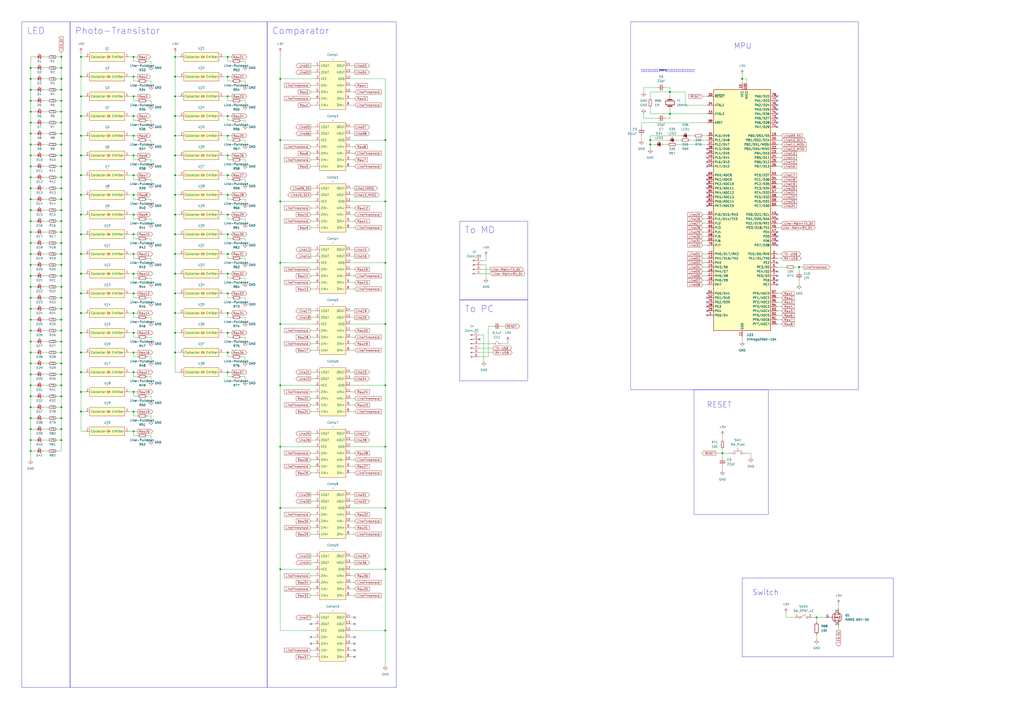
<source format=kicad_sch>
(kicad_sch (version 20231120) (generator "eeschema") (generator_version "8.0")
  (paper "A2")
  (junction (at 17.78 147.32))
  (junction (at 17.78 223.52))
  (junction (at 46.99 124.46))
  (junction (at 77.47 90.17))
  (junction (at 35.56 52.07))
  (junction (at 17.78 64.77))
  (junction (at 35.56 153.67))
  (junction (at 77.47 33.02))
  (junction (at 101.6 78.74))
  (junction (at 17.78 153.67))
  (junction (at 77.47 158.75))
  (junction (at 17.78 166.37))
  (junction (at 35.56 77.47))
  (junction (at 46.99 113.03))
  (junction (at 46.99 204.47))
  (junction (at 132.08 101.6))
  (junction (at 162.56 223.52))
  (junction (at 17.78 71.12))
  (junction (at 35.56 198.12))
  (junction (at 46.99 135.89))
  (junction (at 77.47 238.76))
  (junction (at 17.78 242.57))
  (junction (at 132.08 215.9))
  (junction (at 35.56 160.02))
  (junction (at 35.56 96.52))
  (junction (at 17.78 140.97))
  (junction (at 388.62 53.34))
  (junction (at 101.6 170.18))
  (junction (at 101.6 44.45))
  (junction (at 35.56 166.37))
  (junction (at 46.99 170.18))
  (junction (at 17.78 77.47))
  (junction (at 77.47 204.47))
  (junction (at 77.47 124.46))
  (junction (at 17.78 172.72))
  (junction (at 223.52 259.08))
  (junction (at 77.47 135.89))
  (junction (at 223.52 116.84))
  (junction (at 132.08 67.31))
  (junction (at 17.78 109.22))
  (junction (at 101.6 55.88))
  (junction (at 463.55 154.94))
  (junction (at 101.6 204.47))
  (junction (at 17.78 255.27))
  (junction (at 101.6 113.03))
  (junction (at 35.56 90.17))
  (junction (at 35.56 58.42))
  (junction (at 35.56 134.62))
  (junction (at 17.78 90.17))
  (junction (at 132.08 204.47))
  (junction (at 101.6 193.04))
  (junction (at 17.78 160.02))
  (junction (at 46.99 238.76))
  (junction (at 162.56 152.4))
  (junction (at 17.78 248.92))
  (junction (at 35.56 121.92))
  (junction (at 17.78 39.37))
  (junction (at 35.56 210.82))
  (junction (at 132.08 147.32))
  (junction (at 101.6 124.46))
  (junction (at 77.47 44.45))
  (junction (at 101.6 158.75))
  (junction (at 35.56 172.72))
  (junction (at 132.08 193.04))
  (junction (at 17.78 185.42))
  (junction (at 101.6 67.31))
  (junction (at 132.08 158.75))
  (junction (at 132.08 124.46))
  (junction (at 377.19 83.82))
  (junction (at 101.6 147.32))
  (junction (at 162.56 81.28))
  (junction (at 77.47 55.88))
  (junction (at 713.74 340.36))
  (junction (at 35.56 64.77))
  (junction (at 223.52 365.76))
  (junction (at 17.78 121.92))
  (junction (at 77.47 227.33))
  (junction (at 430.53 45.72))
  (junction (at 46.99 90.17))
  (junction (at 77.47 101.6))
  (junction (at 17.78 102.87))
  (junction (at 46.99 67.31))
  (junction (at 46.99 55.88))
  (junction (at 101.6 101.6))
  (junction (at 35.56 223.52))
  (junction (at 35.56 83.82))
  (junction (at 17.78 179.07))
  (junction (at 132.08 90.17))
  (junction (at 35.56 191.77))
  (junction (at 223.52 294.64))
  (junction (at 132.08 33.02))
  (junction (at 46.99 158.75))
  (junction (at 17.78 217.17))
  (junction (at 132.08 170.18))
  (junction (at 377.19 81.28))
  (junction (at 101.6 33.02))
  (junction (at 132.08 181.61))
  (junction (at 35.56 102.87))
  (junction (at 132.08 55.88))
  (junction (at 713.74 327.66))
  (junction (at 17.78 261.62))
  (junction (at 162.56 187.96))
  (junction (at 77.47 181.61))
  (junction (at 77.47 147.32))
  (junction (at 17.78 134.62))
  (junction (at 46.99 33.02))
  (junction (at 17.78 52.07))
  (junction (at 46.99 227.33))
  (junction (at 77.47 215.9))
  (junction (at 223.52 330.2))
  (junction (at 46.99 147.32))
  (junction (at 162.56 116.84))
  (junction (at 35.56 45.72))
  (junction (at 162.56 45.72))
  (junction (at 35.56 33.02))
  (junction (at 35.56 204.47))
  (junction (at 101.6 181.61))
  (junction (at 17.78 198.12))
  (junction (at 473.71 358.14))
  (junction (at 132.08 113.03))
  (junction (at 46.99 193.04))
  (junction (at 77.47 193.04))
  (junction (at 17.78 191.77))
  (junction (at 77.47 113.03))
  (junction (at 46.99 78.74))
  (junction (at 77.47 250.19))
  (junction (at 17.78 236.22))
  (junction (at 162.56 294.64))
  (junction (at 223.52 152.4))
  (junction (at 17.78 128.27))
  (junction (at 35.56 71.12))
  (junction (at 132.08 44.45))
  (junction (at 35.56 128.27))
  (junction (at 736.6 340.36))
  (junction (at 46.99 215.9))
  (junction (at 77.47 78.74))
  (junction (at 17.78 204.47))
  (junction (at 223.52 187.96))
  (junction (at 77.47 170.18))
  (junction (at 725.17 327.66))
  (junction (at 46.99 181.61))
  (junction (at 35.56 109.22))
  (junction (at 17.78 83.82))
  (junction (at 35.56 140.97))
  (junction (at 388.62 66.04))
  (junction (at 101.6 90.17))
  (junction (at 17.78 210.82))
  (junction (at 35.56 179.07))
  (junction (at 35.56 255.27))
  (junction (at 419.1 262.89))
  (junction (at 35.56 229.87))
  (junction (at 35.56 39.37))
  (junction (at 223.52 223.52))
  (junction (at 17.78 115.57))
  (junction (at 46.99 101.6))
  (junction (at 17.78 58.42))
  (junction (at 35.56 236.22))
  (junction (at 162.56 330.2))
  (junction (at 17.78 45.72))
  (junction (at 17.78 96.52))
  (junction (at 46.99 44.45))
  (junction (at 736.6 327.66))
  (junction (at 35.56 217.17))
  (junction (at 35.56 115.57))
  (junction (at 132.08 135.89))
  (junction (at 101.6 135.89))
  (junction (at 132.08 78.74))
  (junction (at 162.56 259.08))
  (junction (at 17.78 229.87))
  (junction (at 35.56 147.32))
  (junction (at 35.56 185.42))
  (junction (at 77.47 67.31))
  (junction (at 223.52 81.28))
  (junction (at 35.56 248.92))
  (junction (at 35.56 242.57))
  (junction (at 725.17 340.36))
  (no_connect (at 205.74 381))
  (no_connect (at 450.85 66.04))
  (no_connect (at 180.34 369.57))
  (no_connect (at 205.74 377.19))
  (no_connect (at 450.85 63.5))
  (no_connect (at 450.85 73.66))
  (no_connect (at 450.85 58.42))
  (no_connect (at 410.21 109.22))
  (no_connect (at 205.74 358.14))
  (no_connect (at 450.85 60.96))
  (no_connect (at 450.85 137.16))
  (no_connect (at 450.85 134.62))
  (no_connect (at 410.21 104.14))
  (no_connect (at 180.34 373.38))
  (no_connect (at 410.21 170.18))
  (no_connect (at 450.85 124.46))
  (no_connect (at 450.85 162.56))
  (no_connect (at 450.85 55.88))
  (no_connect (at 410.21 101.6))
  (no_connect (at 180.34 361.95))
  (no_connect (at 410.21 86.36))
  (no_connect (at 410.21 111.76))
  (no_connect (at 410.21 177.8))
  (no_connect (at 410.21 116.84))
  (no_connect (at 205.74 369.57))
  (no_connect (at 410.21 96.52))
  (no_connect (at 410.21 175.26))
  (no_connect (at 450.85 165.1))
  (no_connect (at 410.21 88.9))
  (no_connect (at 450.85 157.48))
  (no_connect (at 410.21 93.98))
  (no_connect (at 410.21 91.44))
  (no_connect (at 410.21 172.72))
  (no_connect (at 410.21 106.68))
  (no_connect (at 410.21 182.88))
  (no_connect (at 410.21 180.34))
  (no_connect (at 450.85 152.4))
  (no_connect (at 450.85 71.12))
  (no_connect (at 450.85 160.02))
  (no_connect (at 278.13 196.85))
  (no_connect (at 450.85 68.58))
  (no_connect (at 410.21 119.38))
  (no_connect (at 450.85 127))
  (no_connect (at 205.74 373.38))
  (no_connect (at 450.85 142.24))
  (no_connect (at 450.85 139.7))
  (no_connect (at 410.21 114.3))
  (no_connect (at 205.74 361.95))
  (wire (pts (xy 129.54 67.31) (xy 132.08 67.31)))
  (wire (pts (xy 205.74 41.91) (xy 203.2 41.91)))
  (wire (pts (xy 20.32 121.92) (xy 17.78 121.92)))
  (wire (pts (xy 17.78 248.92) (xy 17.78 255.27)))
  (wire (pts (xy 377.19 78.74) (xy 394.97 78.74)))
  (wire (pts (xy 33.02 115.57) (xy 35.56 115.57)))
  (wire (pts (xy 180.34 345.44) (xy 182.88 345.44)))
  (wire (pts (xy 17.78 128.27) (xy 17.78 134.62)))
  (wire (pts (xy 132.08 193.04) (xy 134.62 193.04)))
  (wire (pts (xy 33.02 58.42) (xy 35.56 58.42)))
  (wire (pts (xy 87.63 35.56) (xy 87.63 38.1)))
  (wire (pts (xy 180.34 326.39) (xy 182.88 326.39)))
  (wire (pts (xy 77.47 195.58) (xy 80.01 195.58)))
  (wire (pts (xy 25.4 96.52) (xy 27.94 96.52)))
  (wire (pts (xy 180.34 262.89) (xy 182.88 262.89)))
  (wire (pts (xy 33.02 83.82) (xy 35.56 83.82)))
  (wire (pts (xy 20.32 134.62) (xy 17.78 134.62)))
  (wire (pts (xy 33.02 64.77) (xy 35.56 64.77)))
  (wire (pts (xy 139.7 195.58) (xy 142.24 195.58)))
  (wire (pts (xy 17.78 64.77) (xy 17.78 71.12)))
  (wire (pts (xy 85.09 138.43) (xy 87.63 138.43)))
  (wire (pts (xy 180.34 199.39) (xy 182.88 199.39)))
  (wire (pts (xy 388.62 66.04) (xy 410.21 66.04)))
  (wire (pts (xy 77.47 44.45) (xy 77.47 46.99)))
  (wire (pts (xy 46.99 215.9) (xy 46.99 227.33)))
  (wire (pts (xy 450.85 114.3) (xy 453.39 114.3)))
  (wire (pts (xy 20.32 39.37) (xy 17.78 39.37)))
  (wire (pts (xy 77.47 46.99) (xy 80.01 46.99)))
  (wire (pts (xy 407.67 165.1) (xy 410.21 165.1)))
  (wire (pts (xy 205.74 144.78) (xy 203.2 144.78)))
  (wire (pts (xy 46.99 238.76) (xy 49.53 238.76)))
  (wire (pts (xy 373.38 68.58) (xy 373.38 66.04)))
  (wire (pts (xy 77.47 115.57) (xy 80.01 115.57)))
  (wire (pts (xy 203.2 270.51) (xy 205.74 270.51)))
  (wire (pts (xy 77.47 92.71) (xy 80.01 92.71)))
  (wire (pts (xy 142.24 58.42) (xy 142.24 60.96)))
  (wire (pts (xy 162.56 294.64) (xy 162.56 330.2)))
  (wire (pts (xy 101.6 158.75) (xy 104.14 158.75)))
  (wire (pts (xy 223.52 223.52) (xy 223.52 187.96)))
  (wire (pts (xy 25.4 128.27) (xy 27.94 128.27)))
  (wire (pts (xy 205.74 160.02) (xy 203.2 160.02)))
  (wire (pts (xy 779.78 335.28) (xy 779.78 332.74)))
  (wire (pts (xy 17.78 109.22) (xy 17.78 115.57)))
  (wire (pts (xy 180.34 306.07) (xy 182.88 306.07)))
  (wire (pts (xy 433.07 45.72) (xy 433.07 48.26)))
  (wire (pts (xy 74.93 181.61) (xy 77.47 181.61)))
  (wire (pts (xy 132.08 147.32) (xy 134.62 147.32)))
  (wire (pts (xy 77.47 69.85) (xy 80.01 69.85)))
  (wire (pts (xy 33.02 223.52) (xy 35.56 223.52)))
  (wire (pts (xy 35.56 128.27) (xy 35.56 134.62)))
  (wire (pts (xy 20.32 102.87) (xy 17.78 102.87)))
  (wire (pts (xy 74.93 135.89) (xy 77.47 135.89)))
  (wire (pts (xy 746.76 327.66) (xy 746.76 331.47)))
  (wire (pts (xy 46.99 238.76) (xy 46.99 250.19)))
  (wire (pts (xy 20.32 64.77) (xy 17.78 64.77)))
  (wire (pts (xy 180.34 77.47) (xy 182.88 77.47)))
  (wire (pts (xy 142.24 46.99) (xy 142.24 49.53)))
  (wire (pts (xy 77.47 78.74) (xy 80.01 78.74)))
  (wire (pts (xy 25.4 242.57) (xy 27.94 242.57)))
  (wire (pts (xy 101.6 78.74) (xy 101.6 90.17)))
  (wire (pts (xy 180.34 109.22) (xy 182.88 109.22)))
  (wire (pts (xy 77.47 124.46) (xy 77.47 127)))
  (wire (pts (xy 377.19 83.82) (xy 377.19 86.36)))
  (wire (pts (xy 33.02 77.47) (xy 35.56 77.47)))
  (wire (pts (xy 46.99 170.18) (xy 49.53 170.18)))
  (wire (pts (xy 675.64 334.01) (xy 680.72 334.01)))
  (wire (pts (xy 203.2 259.08) (xy 223.52 259.08)))
  (wire (pts (xy 20.32 204.47) (xy 17.78 204.47)))
  (wire (pts (xy 279.4 151.13) (xy 281.94 151.13)))
  (wire (pts (xy 139.7 115.57) (xy 142.24 115.57)))
  (wire (pts (xy 77.47 170.18) (xy 80.01 170.18)))
  (wire (pts (xy 129.54 124.46) (xy 132.08 124.46)))
  (wire (pts (xy 180.34 215.9) (xy 182.88 215.9)))
  (wire (pts (xy 779.78 327.66) (xy 779.78 325.12)))
  (wire (pts (xy 205.74 373.38) (xy 203.2 373.38)))
  (wire (pts (xy 377.19 53.34) (xy 388.62 53.34)))
  (wire (pts (xy 17.78 191.77) (xy 17.78 198.12)))
  (wire (pts (xy 132.08 67.31) (xy 132.08 69.85)))
  (wire (pts (xy 25.4 261.62) (xy 27.94 261.62)))
  (wire (pts (xy 392.43 83.82) (xy 410.21 83.82)))
  (wire (pts (xy 101.6 158.75) (xy 101.6 170.18)))
  (wire (pts (xy 35.56 198.12) (xy 35.56 204.47)))
  (wire (pts (xy 85.09 241.3) (xy 87.63 241.3)))
  (wire (pts (xy 77.47 238.76) (xy 77.47 241.3)))
  (wire (pts (xy 410.21 60.96) (xy 397.51 60.96)))
  (wire (pts (xy 20.32 255.27) (xy 17.78 255.27)))
  (wire (pts (xy 17.78 185.42) (xy 17.78 191.77)))
  (wire (pts (xy 46.99 44.45) (xy 49.53 44.45)))
  (wire (pts (xy 725.17 327.66) (xy 736.6 327.66)))
  (wire (pts (xy 35.56 77.47) (xy 35.56 83.82)))
  (wire (pts (xy 101.6 67.31) (xy 101.6 78.74)))
  (wire (pts (xy 77.47 204.47) (xy 80.01 204.47)))
  (wire (pts (xy 20.32 223.52) (xy 17.78 223.52)))
  (wire (pts (xy 132.08 46.99) (xy 134.62 46.99)))
  (wire (pts (xy 139.7 184.15) (xy 142.24 184.15)))
  (wire (pts (xy 419.1 255.27) (xy 419.1 252.73)))
  (wire (pts (xy 180.34 88.9) (xy 182.88 88.9)))
  (wire (pts (xy 46.99 227.33) (xy 46.99 238.76)))
  (wire (pts (xy 162.56 152.4) (xy 182.88 152.4)))
  (wire (pts (xy 35.56 134.62) (xy 35.56 140.97)))
  (wire (pts (xy 17.78 115.57) (xy 17.78 121.92)))
  (wire (pts (xy 223.52 294.64) (xy 223.52 330.2)))
  (wire (pts (xy 388.62 66.04) (xy 388.62 68.58)))
  (wire (pts (xy 419.1 262.89) (xy 422.91 262.89)))
  (wire (pts (xy 129.54 135.89) (xy 132.08 135.89)))
  (wire (pts (xy 205.74 77.47) (xy 203.2 77.47)))
  (wire (pts (xy 17.78 71.12) (xy 17.78 77.47)))
  (wire (pts (xy 203.2 81.28) (xy 223.52 81.28)))
  (wire (pts (xy 87.63 252.73) (xy 87.63 255.27)))
  (wire (pts (xy 33.02 191.77) (xy 35.56 191.77)))
  (wire (pts (xy 294.64 198.12) (xy 294.64 199.39)))
  (wire (pts (xy 139.7 127) (xy 142.24 127)))
  (wire (pts (xy 87.63 207.01) (xy 87.63 209.55)))
  (wire (pts (xy 205.74 132.08) (xy 203.2 132.08)))
  (wire (pts (xy 17.78 261.62) (xy 17.78 266.7)))
  (wire (pts (xy 450.85 93.98) (xy 453.39 93.98)))
  (wire (pts (xy 25.4 191.77) (xy 27.94 191.77)))
  (wire (pts (xy 35.56 210.82) (xy 35.56 217.17)))
  (wire (pts (xy 85.09 127) (xy 87.63 127)))
  (wire (pts (xy 205.74 49.53) (xy 203.2 49.53)))
  (wire (pts (xy 35.56 255.27) (xy 35.56 261.62)))
  (wire (pts (xy 713.74 327.66) (xy 713.74 330.2)))
  (wire (pts (xy 142.24 138.43) (xy 142.24 140.97)))
  (wire (pts (xy 20.32 172.72) (xy 17.78 172.72)))
  (wire (pts (xy 35.56 102.87) (xy 35.56 109.22)))
  (wire (pts (xy 450.85 78.74) (xy 453.39 78.74)))
  (wire (pts (xy 77.47 33.02) (xy 77.47 35.56)))
  (wire (pts (xy 35.56 166.37) (xy 35.56 172.72)))
  (wire (pts (xy 407.67 162.56) (xy 410.21 162.56)))
  (wire (pts (xy 139.7 218.44) (xy 142.24 218.44)))
  (wire (pts (xy 713.74 337.82) (xy 713.74 340.36)))
  (wire (pts (xy 20.32 153.67) (xy 17.78 153.67)))
  (wire (pts (xy 736.6 336.55) (xy 736.6 340.36)))
  (wire (pts (xy 77.47 184.15) (xy 80.01 184.15)))
  (wire (pts (xy 180.34 334.01) (xy 182.88 334.01)))
  (wire (pts (xy 407.67 152.4) (xy 410.21 152.4)))
  (wire (pts (xy 77.47 252.73) (xy 80.01 252.73)))
  (wire (pts (xy 180.34 184.15) (xy 182.88 184.15)))
  (wire (pts (xy 25.4 83.82) (xy 27.94 83.82)))
  (wire (pts (xy 132.08 33.02) (xy 134.62 33.02)))
  (wire (pts (xy 25.4 179.07) (xy 27.94 179.07)))
  (wire (pts (xy 101.6 147.32) (xy 104.14 147.32)))
  (wire (pts (xy 142.24 149.86) (xy 142.24 152.4)))
  (wire (pts (xy 373.38 68.58) (xy 381 68.58)))
  (wire (pts (xy 450.85 111.76) (xy 453.39 111.76)))
  (wire (pts (xy 205.74 195.58) (xy 203.2 195.58)))
  (wire (pts (xy 129.54 193.04) (xy 132.08 193.04)))
  (wire (pts (xy 17.78 160.02) (xy 17.78 166.37)))
  (wire (pts (xy 223.52 259.08) (xy 223.52 223.52)))
  (wire (pts (xy 132.08 101.6) (xy 132.08 104.14)))
  (wire (pts (xy 25.4 147.32) (xy 27.94 147.32)))
  (wire (pts (xy 85.09 218.44) (xy 87.63 218.44)))
  (wire (pts (xy 20.32 115.57) (xy 17.78 115.57)))
  (wire (pts (xy 20.32 77.47) (xy 17.78 77.47)))
  (wire (pts (xy 132.08 104.14) (xy 134.62 104.14)))
  (wire (pts (xy 132.08 135.89) (xy 134.62 135.89)))
  (wire (pts (xy 25.4 52.07) (xy 27.94 52.07)))
  (wire (pts (xy 377.19 62.23) (xy 377.19 66.04)))
  (wire (pts (xy 17.78 39.37) (xy 17.78 45.72)))
  (wire (pts (xy 129.54 181.61) (xy 132.08 181.61)))
  (wire (pts (xy 46.99 193.04) (xy 49.53 193.04)))
  (wire (pts (xy 450.85 154.94) (xy 455.93 154.94)))
  (wire (pts (xy 419.1 262.89) (xy 419.1 260.35)))
  (wire (pts (xy 33.02 217.17) (xy 35.56 217.17)))
  (wire (pts (xy 74.93 250.19) (xy 77.47 250.19)))
  (wire (pts (xy 377.19 83.82) (xy 379.73 83.82)))
  (wire (pts (xy 33.02 109.22) (xy 35.56 109.22)))
  (wire (pts (xy 205.74 191.77) (xy 203.2 191.77)))
  (wire (pts (xy 180.34 156.21) (xy 182.88 156.21)))
  (wire (pts (xy 450.85 175.26) (xy 453.39 175.26)))
  (wire (pts (xy 388.62 53.34) (xy 388.62 55.88)))
  (wire (pts (xy 17.78 121.92) (xy 17.78 128.27)))
  (wire (pts (xy 17.78 172.72) (xy 17.78 179.07)))
  (wire (pts (xy 85.09 81.28) (xy 87.63 81.28)))
  (wire (pts (xy 101.6 90.17) (xy 101.6 101.6)))
  (wire (pts (xy 180.34 255.27) (xy 182.88 255.27)))
  (wire (pts (xy 85.09 229.87) (xy 87.63 229.87)))
  (wire (pts (xy 407.67 127) (xy 410.21 127)))
  (wire (pts (xy 132.08 172.72) (xy 134.62 172.72)))
  (wire (pts (xy 85.09 92.71) (xy 87.63 92.71)))
  (wire (pts (xy 46.99 90.17) (xy 49.53 90.17)))
  (wire (pts (xy 25.4 115.57) (xy 27.94 115.57)))
  (wire (pts (xy 77.47 170.18) (xy 77.47 172.72)))
  (wire (pts (xy 33.02 121.92) (xy 35.56 121.92)))
  (wire (pts (xy 77.47 207.01) (xy 80.01 207.01)))
  (wire (pts (xy 132.08 215.9) (xy 132.08 218.44)))
  (wire (pts (xy 77.47 67.31) (xy 77.47 69.85)))
  (wire (pts (xy 20.32 191.77) (xy 17.78 191.77)))
  (wire (pts (xy 17.78 52.07) (xy 17.78 58.42)))
  (wire (pts (xy 101.6 55.88) (xy 101.6 67.31)))
  (wire (pts (xy 17.78 223.52) (xy 17.78 229.87)))
  (wire (pts (xy 87.63 138.43) (xy 87.63 140.97)))
  (wire (pts (xy 77.47 215.9) (xy 80.01 215.9)))
  (wire (pts (xy 139.7 138.43) (xy 142.24 138.43)))
  (wire (pts (xy 35.56 71.12) (xy 35.56 77.47)))
  (wire (pts (xy 77.47 55.88) (xy 80.01 55.88)))
  (wire (pts (xy 20.32 71.12) (xy 17.78 71.12)))
  (wire (pts (xy 35.56 242.57) (xy 35.56 248.92)))
  (wire (pts (xy 25.4 198.12) (xy 27.94 198.12)))
  (wire (pts (xy 25.4 255.27) (xy 27.94 255.27)))
  (wire (pts (xy 162.56 330.2) (xy 162.56 365.76)))
  (wire (pts (xy 46.99 158.75) (xy 46.99 170.18)))
  (wire (pts (xy 35.56 229.87) (xy 35.56 236.22)))
  (wire (pts (xy 85.09 104.14) (xy 87.63 104.14)))
  (wire (pts (xy 180.34 358.14) (xy 182.88 358.14)))
  (wire (pts (xy 132.08 44.45) (xy 132.08 46.99)))
  (wire (pts (xy 139.7 161.29) (xy 142.24 161.29)))
  (wire (pts (xy 77.47 238.76) (xy 80.01 238.76)))
  (wire (pts (xy 33.02 166.37) (xy 35.56 166.37)))
  (wire (pts (xy 463.55 162.56) (xy 463.55 165.1)))
  (wire (pts (xy 77.47 149.86) (xy 80.01 149.86)))
  (wire (pts (xy 46.99 101.6) (xy 46.99 113.03)))
  (wire (pts (xy 17.78 147.32) (xy 17.78 153.67)))
  (wire (pts (xy 101.6 30.48) (xy 101.6 33.02)))
  (wire (pts (xy 450.85 132.08) (xy 453.39 132.08)))
  (wire (pts (xy 205.74 184.15) (xy 203.2 184.15)))
  (wire (pts (xy 450.85 149.86) (xy 453.39 149.86)))
  (wire (pts (xy 101.6 44.45) (xy 101.6 55.88)))
  (wire (pts (xy 180.34 38.1) (xy 182.88 38.1)))
  (wire (pts (xy 180.34 203.2) (xy 182.88 203.2)))
  (wire (pts (xy 203.2 255.27) (xy 205.74 255.27)))
  (wire (pts (xy 17.78 90.17) (xy 17.78 96.52)))
  (wire (pts (xy 203.2 262.89) (xy 205.74 262.89)))
  (wire (pts (xy 294.64 199.39) (xy 290.83 199.39)))
  (wire (pts (xy 101.6 135.89) (xy 101.6 147.32)))
  (wire (pts (xy 419.1 270.51) (xy 419.1 273.05)))
  (wire (pts (xy 101.6 181.61) (xy 101.6 193.04)))
  (wire (pts (xy 139.7 46.99) (xy 142.24 46.99)))
  (wire (pts (xy 77.47 101.6) (xy 80.01 101.6)))
  (wire (pts (xy 471.17 358.14) (xy 473.71 358.14)))
  (wire (pts (xy 746.76 336.55) (xy 746.76 340.36)))
  (wire (pts (xy 453.39 187.96) (xy 450.85 187.96)))
  (wire (pts (xy 180.34 160.02) (xy 182.88 160.02)))
  (wire (pts (xy 35.56 45.72) (xy 35.56 52.07)))
  (wire (pts (xy 20.32 33.02) (xy 17.78 33.02)))
  (wire (pts (xy 46.99 147.32) (xy 46.99 158.75)))
  (wire (pts (xy 77.47 241.3) (xy 80.01 241.3)))
  (wire (pts (xy 77.47 227.33) (xy 77.47 229.87)))
  (wire (pts (xy 162.56 223.52) (xy 182.88 223.52)))
  (wire (pts (xy 77.47 58.42) (xy 80.01 58.42)))
  (wire (pts (xy 33.02 128.27) (xy 35.56 128.27)))
  (wire (pts (xy 33.02 33.02) (xy 35.56 33.02)))
  (wire (pts (xy 132.08 124.46) (xy 134.62 124.46)))
  (wire (pts (xy 142.24 104.14) (xy 142.24 106.68)))
  (wire (pts (xy 132.08 147.32) (xy 132.08 149.86)))
  (wire (pts (xy 388.62 53.34) (xy 388.62 50.8)))
  (wire (pts (xy 180.34 92.71) (xy 182.88 92.71)))
  (wire (pts (xy 205.74 167.64) (xy 203.2 167.64)))
  (wire (pts (xy 205.74 238.76) (xy 203.2 238.76)))
  (wire (pts (xy 180.34 361.95) (xy 182.88 361.95)))
  (wire (pts (xy 46.99 113.03) (xy 46.99 124.46)))
  (wire (pts (xy 279.4 153.67) (xy 281.94 153.67)))
  (wire (pts (xy 46.99 44.45) (xy 46.99 55.88)))
  (wire (pts (xy 25.4 236.22) (xy 27.94 236.22)))
  (wire (pts (xy 87.63 127) (xy 87.63 129.54)))
  (wire (pts (xy 129.54 33.02) (xy 132.08 33.02)))
  (wire (pts (xy 132.08 195.58) (xy 134.62 195.58)))
  (wire (pts (xy 74.93 90.17) (xy 77.47 90.17)))
  (wire (pts (xy 203.2 274.32) (xy 205.74 274.32)))
  (wire (pts (xy 46.99 181.61) (xy 46.99 193.04)))
  (wire (pts (xy 129.54 158.75) (xy 132.08 158.75)))
  (wire (pts (xy 205.74 234.95) (xy 203.2 234.95)))
  (wire (pts (xy 17.78 217.17) (xy 17.78 223.52)))
  (wire (pts (xy 162.56 45.72) (xy 162.56 81.28)))
  (wire (pts (xy 139.7 35.56) (xy 142.24 35.56)))
  (wire (pts (xy 180.34 113.03) (xy 182.88 113.03)))
  (wire (pts (xy 77.47 215.9) (xy 77.47 218.44)))
  (wire (pts (xy 33.02 153.67) (xy 35.56 153.67)))
  (wire (pts (xy 180.34 381) (xy 182.88 381)))
  (wire (pts (xy 46.99 55.88) (xy 49.53 55.88)))
  (wire (pts (xy 180.34 148.59) (xy 182.88 148.59)))
  (wire (pts (xy 101.6 90.17) (xy 104.14 90.17)))
  (wire (pts (xy 180.34 124.46) (xy 182.88 124.46)))
  (wire (pts (xy 101.6 215.9) (xy 104.14 215.9)))
  (wire (pts (xy 35.56 236.22) (xy 35.56 242.57)))
  (wire (pts (xy 132.08 78.74) (xy 132.08 81.28)))
  (wire (pts (xy 77.47 193.04) (xy 80.01 193.04)))
  (wire (pts (xy 101.6 124.46) (xy 104.14 124.46)))
  (wire (pts (xy 46.99 113.03) (xy 49.53 113.03)))
  (wire (pts (xy 180.34 144.78) (xy 182.88 144.78)))
  (wire (pts (xy 132.08 113.03) (xy 134.62 113.03)))
  (wire (pts (xy 20.32 58.42) (xy 17.78 58.42)))
  (wire (pts (xy 33.02 210.82) (xy 35.56 210.82)))
  (wire (pts (xy 142.24 81.28) (xy 142.24 83.82)))
  (wire (pts (xy 35.56 147.32) (xy 35.56 153.67)))
  (wire (pts (xy 17.78 102.87) (xy 17.78 109.22)))
  (wire (pts (xy 25.4 229.87) (xy 27.94 229.87)))
  (wire (pts (xy 25.4 109.22) (xy 27.94 109.22)))
  (wire (pts (xy 20.32 52.07) (xy 17.78 52.07)))
  (wire (pts (xy 20.32 236.22) (xy 17.78 236.22)))
  (wire (pts (xy 77.47 161.29) (xy 80.01 161.29)))
  (wire (pts (xy 46.99 147.32) (xy 49.53 147.32)))
  (wire (pts (xy 46.99 101.6) (xy 49.53 101.6)))
  (wire (pts (xy 132.08 135.89) (xy 132.08 138.43)))
  (wire (pts (xy 46.99 135.89) (xy 49.53 135.89)))
  (wire (pts (xy 46.99 215.9) (xy 49.53 215.9)))
  (wire (pts (xy 77.47 172.72) (xy 80.01 172.72)))
  (wire (pts (xy 132.08 35.56) (xy 134.62 35.56)))
  (wire (pts (xy 430.53 43.18) (xy 430.53 45.72)))
  (wire (pts (xy 203.2 116.84) (xy 223.52 116.84)))
  (wire (pts (xy 205.74 326.39) (xy 203.2 326.39)))
  (wire (pts (xy 17.78 229.87) (xy 17.78 236.22)))
  (wire (pts (xy 180.34 369.57) (xy 182.88 369.57)))
  (wire (pts (xy 77.47 193.04) (xy 77.47 195.58)))
  (wire (pts (xy 33.02 140.97) (xy 35.56 140.97)))
  (wire (pts (xy 132.08 69.85) (xy 134.62 69.85)))
  (wire (pts (xy 25.4 90.17) (xy 27.94 90.17)))
  (wire (pts (xy 142.24 35.56) (xy 142.24 38.1)))
  (wire (pts (xy 74.93 55.88) (xy 77.47 55.88)))
  (wire (pts (xy 25.4 45.72) (xy 27.94 45.72)))
  (wire (pts (xy 25.4 248.92) (xy 27.94 248.92)))
  (wire (pts (xy 46.99 193.04) (xy 46.99 204.47)))
  (wire (pts (xy 132.08 55.88) (xy 132.08 58.42)))
  (wire (pts (xy 407.67 129.54) (xy 410.21 129.54)))
  (wire (pts (xy 407.67 137.16) (xy 410.21 137.16)))
  (wire (pts (xy 35.56 223.52) (xy 35.56 229.87)))
  (wire (pts (xy 407.67 157.48) (xy 410.21 157.48)))
  (wire (pts (xy 132.08 161.29) (xy 134.62 161.29)))
  (wire (pts (xy 139.7 81.28) (xy 142.24 81.28)))
  (wire (pts (xy 74.93 193.04) (xy 77.47 193.04)))
  (wire (pts (xy 162.56 223.52) (xy 162.56 259.08)))
  (wire (pts (xy 223.52 294.64) (xy 223.52 259.08)))
  (wire (pts (xy 430.53 45.72) (xy 433.07 45.72)))
  (wire (pts (xy 162.56 259.08) (xy 162.56 294.64)))
  (wire (pts (xy 377.19 57.15) (xy 377.19 53.34)))
  (wire (pts (xy 450.85 81.28) (xy 453.39 81.28)))
  (wire (pts (xy 205.74 337.82) (xy 203.2 337.82)))
  (wire (pts (xy 77.47 227.33) (xy 80.01 227.33)))
  (wire (pts (xy 74.93 78.74) (xy 77.47 78.74)))
  (wire (pts (xy 407.67 160.02) (xy 410.21 160.02)))
  (wire (pts (xy 377.19 81.28) (xy 387.35 81.28)))
  (wire (pts (xy 87.63 172.72) (xy 87.63 175.26)))
  (wire (pts (xy 33.02 39.37) (xy 35.56 39.37)))
  (wire (pts (xy 17.78 153.67) (xy 17.78 160.02)))
  (wire (pts (xy 17.78 33.02) (xy 17.78 39.37)))
  (wire (pts (xy 46.99 250.19) (xy 49.53 250.19)))
  (wire (pts (xy 725.17 340.36) (xy 736.6 340.36)))
  (wire (pts (xy 74.93 170.18) (xy 77.47 170.18)))
  (wire (pts (xy 132.08 44.45) (xy 134.62 44.45)))
  (wire (pts (xy 101.6 44.45) (xy 104.14 44.45)))
  (wire (pts (xy 725.17 337.82) (xy 725.17 340.36)))
  (wire (pts (xy 35.56 191.77) (xy 35.56 198.12)))
  (wire (pts (xy 450.85 101.6) (xy 453.39 101.6)))
  (wire (pts (xy 180.34 227.33) (xy 182.88 227.33)))
  (wire (pts (xy 77.47 147.32) (xy 77.47 149.86)))
  (wire (pts (xy 139.7 69.85) (xy 142.24 69.85)))
  (wire (pts (xy 180.34 287.02) (xy 182.88 287.02)))
  (wire (pts (xy 180.34 180.34) (xy 182.88 180.34)))
  (wire (pts (xy 129.54 101.6) (xy 132.08 101.6)))
  (wire (pts (xy 20.32 109.22) (xy 17.78 109.22)))
  (wire (pts (xy 46.99 33.02) (xy 49.53 33.02)))
  (wire (pts (xy 35.56 33.02) (xy 35.56 39.37)))
  (wire (pts (xy 35.56 204.47) (xy 35.56 210.82)))
  (wire (pts (xy 283.21 189.23) (xy 283.21 207.01)))
  (wire (pts (xy 35.56 115.57) (xy 35.56 121.92)))
  (wire (pts (xy 35.56 39.37) (xy 35.56 45.72)))
  (wire (pts (xy 20.32 96.52) (xy 17.78 96.52)))
  (wire (pts (xy 205.74 309.88) (xy 203.2 309.88)))
  (wire (pts (xy 713.74 327.66) (xy 725.17 327.66)))
  (wire (pts (xy 87.63 161.29) (xy 87.63 163.83)))
  (wire (pts (xy 397.51 53.34) (xy 397.51 60.96)))
  (wire (pts (xy 101.6 55.88) (xy 104.14 55.88)))
  (wire (pts (xy 25.4 33.02) (xy 27.94 33.02)))
  (wire (pts (xy 450.85 147.32) (xy 453.39 147.32)))
  (wire (pts (xy 407.67 134.62) (xy 410.21 134.62)))
  (wire (pts (xy 205.74 377.19) (xy 203.2 377.19)))
  (wire (pts (xy 25.4 134.62) (xy 27.94 134.62)))
  (wire (pts (xy 35.56 160.02) (xy 35.56 166.37)))
  (wire (pts (xy 20.32 198.12) (xy 17.78 198.12)))
  (wire (pts (xy 33.02 71.12) (xy 35.56 71.12)))
  (wire (pts (xy 205.74 345.44) (xy 203.2 345.44)))
  (wire (pts (xy 20.32 210.82) (xy 17.78 210.82)))
  (wire (pts (xy 33.02 172.72) (xy 35.56 172.72)))
  (wire (pts (xy 25.4 204.47) (xy 27.94 204.47)))
  (wire (pts (xy 25.4 217.17) (xy 27.94 217.17)))
  (wire (pts (xy 17.78 83.82) (xy 17.78 90.17)))
  (wire (pts (xy 101.6 33.02) (xy 101.6 44.45)))
  (wire (pts (xy 180.34 309.88) (xy 182.88 309.88)))
  (wire (pts (xy 20.32 45.72) (xy 17.78 45.72)))
  (wire (pts (xy 180.34 57.15) (xy 182.88 57.15)))
  (wire (pts (xy 407.67 142.24) (xy 410.21 142.24)))
  (wire (pts (xy 77.47 90.17) (xy 80.01 90.17)))
  (wire (pts (xy 87.63 229.87) (xy 87.63 232.41)))
  (wire (pts (xy 372.11 78.74) (xy 372.11 81.28)))
  (wire (pts (xy 450.85 177.8) (xy 453.39 177.8)))
  (wire (pts (xy 392.43 81.28) (xy 394.97 81.28)))
  (wire (pts (xy 87.63 195.58) (xy 87.63 198.12)))
  (wire (pts (xy 129.54 147.32) (xy 132.08 147.32)))
  (wire (pts (xy 25.4 64.77) (xy 27.94 64.77)))
  (wire (pts (xy 74.93 44.45) (xy 77.47 44.45)))
  (wire (pts (xy 377.19 66.04) (xy 388.62 66.04)))
  (wire (pts (xy 129.54 204.47) (xy 132.08 204.47)))
  (wire (pts (xy 132.08 124.46) (xy 132.08 127)))
  (wire (pts (xy 33.02 198.12) (xy 35.56 198.12)))
  (wire (pts (xy 20.32 179.07) (xy 17.78 179.07)))
  (wire (pts (xy 33.02 160.02) (xy 35.56 160.02)))
  (wire (pts (xy 180.34 341.63) (xy 182.88 341.63)))
  (wire (pts (xy 87.63 218.44) (xy 87.63 220.98)))
  (wire (pts (xy 132.08 204.47) (xy 132.08 207.01)))
  (wire (pts (xy 25.4 166.37) (xy 27.94 166.37)))
  (wire (pts (xy 180.34 41.91) (xy 182.88 41.91)))
  (wire (pts (xy 278.13 207.01) (xy 283.21 207.01)))
  (wire (pts (xy 77.47 35.56) (xy 80.01 35.56)))
  (wire (pts (xy 77.47 78.74) (xy 77.47 81.28)))
  (wire (pts (xy 132.08 55.88) (xy 134.62 55.88)))
  (wire (pts (xy 736.6 327.66) (xy 746.76 327.66)))
  (wire (pts (xy 473.71 358.14) (xy 478.79 358.14)))
  (wire (pts (xy 205.74 53.34) (xy 203.2 53.34)))
  (wire (pts (xy 486.41 350.52) (xy 486.41 353.06)))
  (wire (pts (xy 77.47 138.43) (xy 80.01 138.43)))
  (wire (pts (xy 20.32 248.92) (xy 17.78 248.92)))
  (wire (pts (xy 46.99 227.33) (xy 49.53 227.33)))
  (wire (pts (xy 205.74 302.26) (xy 203.2 302.26)))
  (wire (pts (xy 180.34 195.58) (xy 182.88 195.58)))
  (wire (pts (xy 17.78 198.12) (xy 17.78 204.47)))
  (wire (pts (xy 129.54 215.9) (xy 132.08 215.9)))
  (wire (pts (xy 20.32 261.62) (xy 17.78 261.62)))
  (wire (pts (xy 453.39 96.52) (xy 450.85 96.52)))
  (wire (pts (xy 77.47 124.46) (xy 80.01 124.46)))
  (wire (pts (xy 87.63 184.15) (xy 87.63 186.69)))
  (wire (pts (xy 205.74 57.15) (xy 203.2 57.15)))
  (wire (pts (xy 132.08 218.44) (xy 134.62 218.44)))
  (wire (pts (xy 25.4 77.47) (xy 27.94 77.47)))
  (wire (pts (xy 33.02 179.07) (xy 35.56 179.07)))
  (wire (pts (xy 132.08 33.02) (xy 132.08 35.56)))
  (wire (pts (xy 450.85 109.22) (xy 453.39 109.22)))
  (wire (pts (xy 180.34 337.82) (xy 182.88 337.82)))
  (wire (pts (xy 680.72 336.55) (xy 680.72 339.09)))
  (wire (pts (xy 77.47 135.89) (xy 77.47 138.43)))
  (wire (pts (xy 33.02 229.87) (xy 35.56 229.87)))
  (wire (pts (xy 373.38 50.8) (xy 381 50.8)))
  (wire (pts (xy 87.63 46.99) (xy 87.63 49.53)))
  (wire (pts (xy 132.08 101.6) (xy 134.62 101.6)))
  (wire (pts (xy 35.56 83.82) (xy 35.56 90.17)))
  (wire (pts (xy 101.6 124.46) (xy 101.6 135.89)))
  (wire (pts (xy 101.6 113.03) (xy 104.14 113.03)))
  (wire (pts (xy 33.02 204.47) (xy 35.56 204.47)))
  (wire (pts (xy 101.6 193.04) (xy 101.6 204.47)))
  (wire (pts (xy 285.75 204.47) (xy 278.13 204.47)))
  (wire (pts (xy 85.09 184.15) (xy 87.63 184.15)))
  (wire (pts (xy 77.47 181.61) (xy 80.01 181.61)))
  (wire (pts (xy 33.02 45.72) (xy 35.56 45.72)))
  (wire (pts (xy 180.34 128.27) (xy 182.88 128.27)))
  (wire (pts (xy 162.56 81.28) (xy 182.88 81.28)))
  (wire (pts (xy 87.63 58.42) (xy 87.63 60.96)))
  (wire (pts (xy 25.4 39.37) (xy 27.94 39.37)))
  (wire (pts (xy 35.56 248.92) (xy 35.56 255.27)))
  (wire (pts (xy 203.2 330.2) (xy 223.52 330.2)))
  (wire (pts (xy 142.24 92.71) (xy 142.24 95.25)))
  (wire (pts (xy 35.56 172.72) (xy 35.56 179.07)))
  (wire (pts (xy 203.2 251.46) (xy 205.74 251.46)))
  (wire (pts (xy 205.74 124.46) (xy 203.2 124.46)))
  (wire (pts (xy 85.09 46.99) (xy 87.63 46.99)))
  (wire (pts (xy 85.09 161.29) (xy 87.63 161.29)))
  (wire (pts (xy 407.67 147.32) (xy 410.21 147.32)))
  (wire (pts (xy 77.47 127) (xy 80.01 127)))
  (wire (pts (xy 25.4 121.92) (xy 27.94 121.92)))
  (wire (pts (xy 33.02 236.22) (xy 35.56 236.22)))
  (wire (pts (xy 407.67 149.86) (xy 410.21 149.86)))
  (wire (pts (xy 180.34 191.77) (xy 182.88 191.77)))
  (wire (pts (xy 101.6 204.47) (xy 104.14 204.47)))
  (wire (pts (xy 223.52 152.4) (xy 223.52 116.84)))
  (wire (pts (xy 180.34 302.26) (xy 182.88 302.26)))
  (wire (pts (xy 17.78 204.47) (xy 17.78 210.82)))
  (wire (pts (xy 132.08 113.03) (xy 132.08 115.57)))
  (wire (pts (xy 142.24 172.72) (xy 142.24 175.26)))
  (wire (pts (xy 101.6 78.74) (xy 104.14 78.74)))
  (wire (pts (xy 278.13 194.31) (xy 280.67 194.31)))
  (wire (pts (xy 713.74 340.36) (xy 725.17 340.36)))
  (wire (pts (xy 33.02 134.62) (xy 35.56 134.62)))
  (wire (pts (xy 46.99 124.46) (xy 46.99 135.89)))
  (wire (pts (xy 450.85 180.34) (xy 453.39 180.34)))
  (wire (pts (xy 77.47 135.89) (xy 80.01 135.89)))
  (wire (pts (xy 33.02 90.17) (xy 35.56 90.17)))
  (wire (pts (xy 400.05 78.74) (xy 402.59 78.74)))
  (wire (pts (xy 33.02 52.07) (xy 35.56 52.07)))
  (wire (pts (xy 87.63 92.71) (xy 87.63 95.25)))
  (wire (pts (xy 407.67 154.94) (xy 410.21 154.94)))
  (wire (pts (xy 129.54 78.74) (xy 132.08 78.74)))
  (wire (pts (xy 205.74 73.66) (xy 203.2 73.66)))
  (wire (pts (xy 203.2 223.52) (xy 223.52 223.52)))
  (wire (pts (xy 46.99 78.74) (xy 49.53 78.74)))
  (wire (pts (xy 203.2 152.4) (xy 223.52 152.4)))
  (wire (pts (xy 180.34 163.83) (xy 182.88 163.83)))
  (wire (pts (xy 77.47 67.31) (xy 80.01 67.31)))
  (wire (pts (xy 450.85 83.82) (xy 453.39 83.82)))
  (wire (pts (xy 142.24 127) (xy 142.24 129.54)))
  (wire (pts (xy 132.08 204.47) (xy 134.62 204.47)))
  (wire (pts (xy 129.54 44.45) (xy 132.08 44.45)))
  (wire (pts (xy 205.74 38.1) (xy 203.2 38.1)))
  (wire (pts (xy 180.34 290.83) (xy 182.88 290.83)))
  (wire (pts (xy 87.63 104.14) (xy 87.63 106.68)))
  (wire (pts (xy 132.08 207.01) (xy 134.62 207.01)))
  (wire (pts (xy 205.74 148.59) (xy 203.2 148.59)))
  (wire (pts (xy 205.74 85.09) (xy 203.2 85.09)))
  (wire (pts (xy 77.47 44.45) (xy 80.01 44.45)))
  (wire (pts (xy 132.08 158.75) (xy 134.62 158.75)))
  (wire (pts (xy 407.67 55.88) (xy 410.21 55.88)))
  (wire (pts (xy 205.74 96.52) (xy 203.2 96.52)))
  (wire (pts (xy 388.62 63.5) (xy 388.62 66.04)))
  (wire (pts (xy 132.08 81.28) (xy 134.62 81.28)))
  (wire (pts (xy 279.4 158.75) (xy 284.48 158.75)))
  (wire (pts (xy 139.7 104.14) (xy 142.24 104.14)))
  (wire (pts (xy 87.63 241.3) (xy 87.63 243.84)))
  (wire (pts (xy 35.56 64.77) (xy 35.56 71.12)))
  (wire (pts (xy 129.54 170.18) (xy 132.08 170.18)))
  (wire (pts (xy 101.6 101.6) (xy 104.14 101.6)))
  (wire (pts (xy 205.74 369.57) (xy 203.2 369.57)))
  (wire (pts (xy 223.52 45.72) (xy 203.2 45.72)))
  (wire (pts (xy 139.7 58.42) (xy 142.24 58.42)))
  (wire (pts (xy 142.24 115.57) (xy 142.24 118.11)))
  (wire (pts (xy 142.24 69.85) (xy 142.24 72.39)))
  (wire (pts (xy 132.08 193.04) (xy 132.08 195.58)))
  (wire (pts (xy 223.52 330.2) (xy 223.52 365.76)))
  (wire (pts (xy 180.34 60.96) (xy 182.88 60.96)))
  (wire (pts (xy 46.99 55.88) (xy 46.99 67.31)))
  (wire (pts (xy 132.08 67.31) (xy 134.62 67.31)))
  (wire (pts (xy 450.85 170.18) (xy 453.39 170.18)))
  (wire (pts (xy 139.7 207.01) (xy 142.24 207.01)))
  (wire (pts (xy 281.94 148.59) (xy 281.94 151.13)))
  (wire (pts (xy 77.47 147.32) (xy 80.01 147.32)))
  (wire (pts (xy 450.85 104.14) (xy 453.39 104.14)))
  (wire (pts (xy 223.52 81.28) (xy 223.52 45.72)))
  (wire (pts (xy 205.74 60.96) (xy 203.2 60.96)))
  (wire (pts (xy 132.08 115.57) (xy 134.62 115.57)))
  (wire (pts (xy 20.32 160.02) (xy 17.78 160.02)))
  (wire (pts (xy 205.74 215.9) (xy 203.2 215.9)))
  (wire (pts (xy 180.34 132.08) (xy 182.88 132.08)))
  (wire (pts (xy 20.32 242.57) (xy 17.78 242.57)))
  (wire (pts (xy 473.71 368.3) (xy 473.71 370.84)))
  (wire (pts (xy 486.41 365.76) (xy 486.41 363.22)))
  (wire (pts (xy 35.56 58.42) (xy 35.56 64.77)))
  (wire (pts (xy 450.85 116.84) (xy 453.39 116.84)))
  (wire (pts (xy 450.85 91.44) (xy 453.39 91.44)))
  (wire (pts (xy 74.93 33.02) (xy 77.47 33.02)))
  (wire (pts (xy 74.93 158.75) (xy 77.47 158.75)))
  (wire (pts (xy 46.99 181.61) (xy 49.53 181.61)))
  (wire (pts (xy 180.34 96.52) (xy 182.88 96.52)))
  (wire (pts (xy 139.7 172.72) (xy 142.24 172.72)))
  (wire (pts (xy 33.02 261.62) (xy 35.56 261.62)))
  (wire (pts (xy 713.74 327.66) (xy 713.74 325.12)))
  (wire (pts (xy 46.99 204.47) (xy 49.53 204.47)))
  (wire (pts (xy 205.74 219.71) (xy 203.2 219.71)))
  (wire (pts (xy 74.93 124.46) (xy 77.47 124.46)))
  (wire (pts (xy 162.56 187.96) (xy 182.88 187.96)))
  (wire (pts (xy 132.08 127) (xy 134.62 127)))
  (wire (pts (xy 101.6 170.18) (xy 104.14 170.18)))
  (wire (pts (xy 17.78 242.57) (xy 17.78 248.92)))
  (wire (pts (xy 223.52 187.96) (xy 223.52 152.4)))
  (wire (pts (xy 77.47 81.28) (xy 80.01 81.28)))
  (wire (pts (xy 205.74 306.07) (xy 203.2 306.07)))
  (wire (pts (xy 33.02 147.32) (xy 35.56 147.32)))
  (wire (pts (xy 162.56 152.4) (xy 162.56 187.96)))
  (wire (pts (xy 203.2 365.76) (xy 223.52 365.76)))
  (wire (pts (xy 180.34 274.32) (xy 182.88 274.32)))
  (wire (pts (xy 736.6 327.66) (xy 736.6 331.47)))
  (wire (pts (xy 430.53 195.58) (xy 430.53 198.12)))
  (wire (pts (xy 180.34 73.66) (xy 182.88 73.66)))
  (wire (pts (xy 205.74 341.63) (xy 203.2 341.63)))
  (wire (pts (xy 33.02 242.57) (xy 35.56 242.57)))
  (wire (pts (xy 180.34 298.45) (xy 182.88 298.45)))
  (wire (pts (xy 25.4 210.82) (xy 27.94 210.82)))
  (wire (pts (xy 74.93 67.31) (xy 77.47 67.31)))
  (wire (pts (xy 77.47 229.87) (xy 80.01 229.87)))
  (wire (pts (xy 142.24 195.58) (xy 142.24 198.12)))
  (wire (pts (xy 162.56 330.2) (xy 182.88 330.2)))
  (wire (pts (xy 17.78 166.37) (xy 17.78 172.72)))
  (wire (pts (xy 180.34 377.19) (xy 182.88 377.19)))
  (wire (pts (xy 461.01 154.94) (xy 463.55 154.94)))
  (wire (pts (xy 20.32 140.97) (xy 17.78 140.97)))
  (wire (pts (xy 205.74 113.03) (xy 203.2 113.03)))
  (wire (pts (xy 132.08 158.75) (xy 132.08 161.29)))
  (wire (pts (xy 77.47 250.19) (xy 80.01 250.19)))
  (wire (pts (xy 205.74 120.65) (xy 203.2 120.65)))
  (wire (pts (xy 180.34 373.38) (xy 182.88 373.38)))
  (wire (pts (xy 377.19 81.28) (xy 377.19 83.82)))
  (wire (pts (xy 205.74 298.45) (xy 203.2 298.45)))
  (wire (pts (xy 17.78 45.72) (xy 17.78 52.07)))
  (wire (pts (xy 450.85 129.54) (xy 453.39 129.54)))
  (wire (pts (xy 142.24 161.29) (xy 142.24 163.83)))
  (wire (pts (xy 180.34 85.09) (xy 182.88 85.09)))
  (wire (pts (xy 473.71 360.68) (xy 473.71 358.14)))
  (wire (pts (xy 180.34 322.58) (xy 182.88 322.58)))
  (wire (pts (xy 25.4 153.67) (xy 27.94 153.67)))
  (wire (pts (xy 101.6 135.89) (xy 104.14 135.89)))
  (wire (pts (xy 180.34 167.64) (xy 182.88 167.64)))
  (wire (pts (xy 35.56 90.17) (xy 35.56 96.52)))
  (wire (pts (xy 74.93 101.6) (xy 77.47 101.6)))
  (wire (pts (xy 132.08 92.71) (xy 134.62 92.71)))
  (wire (pts (xy 20.32 166.37) (xy 17.78 166.37)))
  (wire (pts (xy 132.08 58.42) (xy 134.62 58.42)))
  (wire (pts (xy 139.7 149.86) (xy 142.24 149.86)))
  (wire (pts (xy 453.39 119.38) (xy 450.85 119.38)))
  (wire (pts (xy 20.32 90.17) (xy 17.78 90.17)))
  (wire (pts (xy 85.09 35.56) (xy 87.63 35.56)))
  (wire (pts (xy 180.34 266.7) (xy 182.88 266.7)))
  (wire (pts (xy 372.11 71.12) (xy 410.21 71.12)))
  (wire (pts (xy 680.72 331.47) (xy 680.72 334.01)))
  (wire (pts (xy 205.74 287.02) (xy 203.2 287.02)))
  (wire (pts (xy 17.78 58.42) (xy 17.78 64.77)))
  (wire (pts (xy 280.67 194.31) (xy 280.67 209.55)))
  (wire (pts (xy 46.99 170.18) (xy 46.99 181.61)))
  (wire (pts (xy 433.07 262.89) (xy 435.61 262.89)))
  (wire (pts (xy 388.62 53.34) (xy 397.51 53.34)))
  (wire (pts (xy 87.63 69.85) (xy 87.63 72.39)))
  (wire (pts (xy 101.6 193.04) (xy 104.14 193.04)))
  (wire (pts (xy 205.74 128.27) (xy 203.2 128.27)))
  (wire (pts (xy 132.08 78.74) (xy 134.62 78.74)))
  (wire (pts (xy 386.08 50.8) (xy 388.62 50.8)))
  (wire (pts (xy 46.99 67.31) (xy 49.53 67.31)))
  (wire (pts (xy 279.4 156.21) (xy 284.48 156.21)))
  (wire (pts (xy 46.99 124.46) (xy 49.53 124.46)))
  (wire (pts (xy 290.83 189.23) (xy 293.37 189.23)))
  (wire (pts (xy 162.56 45.72) (xy 182.88 45.72)))
  (wire (pts (xy 85.09 115.57) (xy 87.63 115.57)))
  (wire (pts (xy 74.93 227.33) (xy 77.47 227.33)))
  (wire (pts (xy 20.32 217.17) (xy 17.78 217.17)))
  (wire (pts (xy 463.55 154.94) (xy 466.09 154.94)))
  (wire (pts (xy 129.54 113.03) (xy 132.08 113.03)))
  (wire (pts (xy 85.09 195.58) (xy 87.63 195.58)))
  (wire (pts (xy 46.99 135.89) (xy 46.99 147.32)))
  (wire (pts (xy 35.56 153.67) (xy 35.56 160.02)))
  (wire (pts (xy 87.63 149.86) (xy 87.63 152.4)))
  (wire (pts (xy 74.93 215.9) (xy 77.47 215.9)))
  (wire (pts (xy 162.56 81.28) (xy 162.56 116.84)))
  (wire (pts (xy 101.6 204.47) (xy 101.6 215.9)))
  (wire (pts (xy 77.47 204.47) (xy 77.47 207.01)))
  (wire (pts (xy 20.32 229.87) (xy 17.78 229.87)))
  (wire (pts (xy 46.99 67.31) (xy 46.99 78.74)))
  (wire (pts (xy 77.47 90.17) (xy 77.47 92.71)))
  (wire (pts (xy 132.08 184.15) (xy 134.62 184.15)))
  (wire (pts (xy 85.09 58.42) (xy 87.63 58.42)))
  (wire (pts (xy 455.93 358.14) (xy 461.01 358.14)))
  (wire (pts (xy 35.56 179.07) (xy 35.56 185.42)))
  (wire (pts (xy 180.34 251.46) (xy 182.88 251.46)))
  (wire (pts (xy 285.75 201.93) (xy 278.13 201.93)))
  (wire (pts (xy 180.34 120.65) (xy 182.88 120.65)))
  (wire (pts (xy 725.17 330.2) (xy 725.17 327.66)))
  (wire (pts (xy 463.55 154.94) (xy 463.55 157.48)))
  (wire (pts (xy 20.32 147.32) (xy 17.78 147.32)))
  (wire (pts (xy 35.56 30.48) (xy 35.56 33.02)))
  (wire (pts (xy 132.08 90.17) (xy 134.62 90.17)))
  (wire (pts (xy 35.56 185.42) (xy 35.56 191.77)))
  (wire (pts (xy 35.56 52.07) (xy 35.56 58.42)))
  (wire (pts (xy 77.47 113.03) (xy 80.01 113.03)))
  (wire (pts (xy 205.74 231.14) (xy 203.2 231.14)))
  (wire (pts (xy 205.74 227.33) (xy 203.2 227.33)))
  (wire (pts (xy 180.34 219.71) (xy 182.88 219.71)))
  (wire (pts (xy 372.11 71.12) (xy 372.11 73.66)))
  (wire (pts (xy 33.02 255.27) (xy 35.56 255.27)))
  (wire (pts (xy 180.34 270.51) (xy 182.88 270.51)))
  (wire (pts (xy 77.47 104.14) (xy 80.01 104.14)))
  (wire (pts (xy 386.08 68.58) (xy 388.62 68.58)))
  (wire (pts (xy 77.47 113.03) (xy 77.47 115.57)))
  (wire (pts (xy 129.54 90.17) (xy 132.08 90.17)))
  (wire (pts (xy 180.34 238.76) (xy 182.88 238.76)))
  (wire (pts (xy 400.05 81.28) (xy 410.21 81.28)))
  (wire (pts (xy 17.78 140.97) (xy 17.78 147.32)))
  (wire (pts (xy 205.74 88.9) (xy 203.2 88.9)))
  (wire (pts (xy 20.32 128.27) (xy 17.78 128.27)))
  (wire (pts (xy 205.74 358.14) (xy 203.2 358.14)))
  (wire (pts (xy 713.74 340.36) (xy 713.74 342.9)))
  (wire (pts (xy 25.4 223.52) (xy 27.94 223.52)))
  (wire (pts (xy 46.99 33.02) (xy 46.99 44.45)))
  (wire (pts (xy 77.47 158.75) (xy 77.47 161.29)))
  (wire (pts (xy 85.09 252.73) (xy 87.63 252.73)))
  (wire (pts (xy 17.78 96.52) (xy 17.78 102.87)))
  (wire (pts (xy 33.02 248.92) (xy 35.56 248.92)))
  (wire (pts (xy 25.4 102.87) (xy 27.94 102.87)))
  (wire (pts (xy 435.61 262.89) (xy 435.61 265.43)))
  (wire (pts (xy 77.47 181.61) (xy 77.47 184.15)))
  (wire (pts (xy 101.6 113.03) (xy 101.6 124.46)))
  (wire (pts (xy 142.24 218.44) (xy 142.24 220.98)))
  (wire (pts (xy 205.74 180.34) (xy 203.2 180.34)))
  (wire (pts (xy 132.08 138.43) (xy 134.62 138.43)))
  (wire (pts (xy 20.32 83.82) (xy 17.78 83.82)))
  (wire (pts (xy 377.19 78.74) (xy 377.19 81.28)))
  (wire (pts (xy 779.78 340.36) (xy 779.78 342.9)))
  (wire (pts (xy 205.74 109.22) (xy 203.2 109.22)))
  (wire (pts (xy 85.09 69.85) (xy 87.63 69.85)))
  (wire (pts (xy 162.56 365.76) (xy 182.88 365.76)))
  (wire (pts (xy 162.56 294.64) (xy 182.88 294.64)))
  (wire (pts (xy 132.08 90.17) (xy 132.08 92.71)))
  (wire (pts (xy 77.47 55.88) (xy 77.47 58.42)))
  (wire (pts (xy 17.78 236.22) (xy 17.78 242.57)))
  (wire (pts (xy 74.93 204.47) (xy 77.47 204.47)))
  (wire (pts (xy 77.47 218.44) (xy 80.01 218.44)))
  (wire (pts (xy 223.52 116.84) (xy 223.52 81.28)))
  (wire (pts (xy 101.6 147.32) (xy 101.6 158.75)))
  (wire (pts (xy 25.4 58.42) (xy 27.94 58.42)))
  (wire (pts (xy 450.85 172.72) (xy 453.39 172.72)))
  (wire (pts (xy 162.56 187.96) (xy 162.56 223.52)))
  (wire (pts (xy 407.67 139.7) (xy 410.21 139.7)))
  (wire (pts (xy 20.32 185.42) (xy 17.78 185.42)))
  (wire (pts (xy 101.6 101.6) (xy 101.6 113.03)))
  (wire (pts (xy 85.09 149.86) (xy 87.63 149.86)))
  (wire (pts (xy 35.56 140.97) (xy 35.56 147.32)))
  (wire (pts (xy 142.24 184.15) (xy 142.24 186.69)))
  (wire (pts (xy 35.56 217.17) (xy 35.56 223.52)))
  (wire (pts (xy 407.67 132.08) (xy 410.21 132.08)))
  (wire (pts (xy 77.47 101.6) (xy 77.47 104.14)))
  (wire (pts (xy 46.99 30.48) (xy 46.99 33.02)))
  (wire (pts (xy 101.6 170.18) (xy 101.6 181.61)))
  (wire (pts (xy 101.6 33.02) (xy 104.14 33.02)))
  (wire (pts (xy 205.74 92.71) (xy 203.2 92.71)))
  (wire (pts (xy 101.6 67.31) (xy 104.14 67.31)))
  (wire (pts (xy 35.56 96.52) (xy 35.56 102.87)))
  (wire (pts (xy 285.75 199.39) (xy 278.13 199.39)))
  (wire (pts (xy 46.99 204.47) (xy 46.99 215.9)))
  (wire (pts (xy 373.38 50.8) (xy 373.38 53.34)))
  (wire (pts (xy 407.67 78.74) (xy 410.21 78.74)))
  (wire (pts (xy 85.09 172.72) (xy 87.63 172.72)))
  (wire (pts (xy 33.02 96.52) (xy 35.56 96.52)))
  (wire (pts (xy 162.56 116.84) (xy 182.88 116.84)))
  (wire (pts (xy 87.63 81.28) (xy 87.63 83.82)))
  (wire (pts (xy 675.64 336.55) (xy 680.72 336.55)))
  (wire (pts (xy 203.2 187.96) (xy 223.52 187.96)))
  (wire (pts (xy 162.56 30.48) (xy 162.56 45.72)))
  (wire (pts (xy 33.02 185.42) (xy 35.56 185.42)))
  (wire (pts (xy 205.74 199.39) (xy 203.2 199.39)))
  (wire (pts (xy 77.47 158.75) (xy 80.01 158.75)))
  (wire (pts (xy 450.85 182.88) (xy 453.39 182.88)))
  (wire (pts (xy 46.99 90.17) (xy 46.99 101.6)))
  (wire (pts (xy 419.1 262.89) (xy 419.1 265.43)))
  (wire (pts (xy 17.78 77.47) (xy 17.78 83.82)))
  (wire (pts (xy 87.63 115.57) (xy 87.63 118.11)))
  (wire (pts (xy 180.34 53.34) (xy 182.88 53.34)))
  (wire (pts (xy 85.09 207.01) (xy 87.63 207.01)))
  (wire (pts (xy 101.6 181.61) (xy 104.14 181.61)))
  (wire (pts (xy 415.29 262.89) (xy 419.1 262.89)))
  (wire (pts (xy 25.4 172.72) (xy 27.94 172.72)))
  (wire (pts (xy 74.93 113.03) (xy 77.47 113.03)))
  (wire (pts (xy 205.74 361.95) (xy 203.2 361.95)))
  (wire (pts (xy 132.08 181.61) (xy 134.62 181.61)))
  (wire (pts (xy 205.74 290.83) (xy 203.2 290.83)))
  (wire (pts (xy 205.74 381) (xy 203.2 381)))
  (wire (pts (xy 205.74 334.01) (xy 203.2 334.01)))
  (wire (pts (xy 25.4 140.97) (xy 27.94 140.97)))
  (wire (pts (xy 384.81 83.82) (xy 387.35 83.82)))
  (wire (pts (xy 223.52 386.08) (xy 223.52 365.76)))
  (wire (pts (xy 35.56 109.22) (xy 35.56 115.57)))
  (wire (pts (xy 450.85 185.42) (xy 453.39 185.42)))
  (wire (pts (xy 132.08 181.61) (xy 132.08 184.15)))
  (wire (pts (xy 205.74 322.58) (xy 203.2 322.58)))
  (wire (pts (xy 450.85 86.36) (xy 453.39 86.36)))
  (wire (pts (xy 77.47 33.02) (xy 80.01 33.02)))
  (wire (pts (xy 139.7 92.71) (xy 142.24 92.71)))
  (wire (pts (xy 407.67 124.46) (xy 410.21 124.46)))
  (wire (pts (xy 450.85 88.9) (xy 453.39 88.9)))
  (wire (pts (xy 430.53 45.72) (xy 430.53 48.26)))
  (wire (pts (xy 180.34 49.53) (xy 182.88 49.53)))
  (wire (pts (xy 132.08 149.86) (xy 134.62 149.86)))
  (wire (pts (xy 205.74 203.2) (xy 203.2 203.2)))
  (wire (pts (xy 180.34 231.14) (xy 182.88 231.14)))
  (wire (pts (xy 205.74 156.21) (xy 203.2 156.21)))
  (wire (pts (xy 162.56 259.08) (xy 182.88 259.08)))
  (wire (pts (xy 46.99 78.74) (xy 46.99 90.17)))
  (wire (pts (xy 17.78 134.62) (xy 17.78 140.97)))
  (wire (pts (xy 35.56 121.92) (xy 35.56 128.27)))
  (wire (pts (xy 46.99 158.75) (xy 49.53 158.75)))
  (wire (pts (xy 132.08 170.18) (xy 134.62 170.18)))
  (wire (pts (xy 281.94 153.67) (xy 281.94 161.29)))
  (wire (pts (xy 203.2 294.64) (xy 223.52 294.64)))
  (wire (pts (xy 180.34 234.95) (xy 182.88 234.95)))
  (wire (pts (xy 17.78 179.07) (xy 17.78 185.42)))
  (wire (pts (xy 203.2 266.7) (xy 205.74 266.7)))
  (wire (pts (xy 77.47 250.19) (xy 77.47 252.73)))
  (wire (pts (xy 455.93 355.6) (xy 455.93 358.14)))
  (wire (pts (xy 33.02 102.87) (xy 35.56 102.87)))
  (wire (pts (xy 25.4 185.42) (xy 27.94 185.42)))
  (wire (pts (xy 132.08 170.18) (xy 132.08 172.72)))
  (wire (pts (xy 25.4 71.12) (xy 27.94 71.12)))
  (wire (pts (xy 142.24 207.01) (xy 142.24 209.55)))
  (wire (pts (xy 450.85 106.68) (xy 453.39 106.68)))
  (wire (pts (xy 17.78 210.82) (xy 17.78 217.17)))
  (wire (pts (xy 736.6 340.36) (xy 746.76 340.36)))
  (wire (pts (xy 17.78 255.27) (xy 17.78 261.62)))
  (wire (pts (xy 74.93 147.32) (xy 77.47 147.32)))
  (wire (pts (xy 205.74 163.83) (xy 203.2 163.83)))
  (wire (pts (xy 129.54 55.88) (xy 132.08 55.88)))
  (wire (pts (xy 132.08 215.9) (xy 134.62 215.9)))
  (wire (pts (xy 283.21 189.23) (xy 285.75 189.23)))
  (wire (pts (xy 74.93 238.76) (xy 77.47 238.76)))
  (wire (pts (xy 25.4 160.02) (xy 27.94 160.02)))
  (wire (pts (xy 162.56 116.84) (xy 162.56 152.4)))
  (rectangle (start 430.53 335.28) (end 518.16 381))
  (rectangle (start 652.78 311.15) (end 795.02 355.6))
  (rectangle (start 365.76 12.7) (end 497.84 226.06))
  (rectangle (start 402.59 226.06) (end 445.77 298.45))
  (text_box "Photo-Transistor" (at 40.64 12.7 0) (size 114.3 386.08) (effects (font (size 3.81 3.81)) (justify left top)))
  (text_box "Comparator" (at 154.94 12.7 0) (size 74.93 386.08) (effects (font (size 3.81 3.81)) (justify left top)))
  (text_box "LED" (at 12.7 12.7 0) (size 27.94 386.08) (effects (font (size 3.81 3.81)) (justify left top)))
  (text_box "To PC" (at 266.7 173.99 0) (size 39.37 46.99) (effects (font (size 3.81 3.81)) (justify left top)))
  (text_box "To MD" (at 266.7 128.27 0) (size 39.37 45.72) (effects (font (size 3.81 3.81)) (justify left top)))
  (text "RESET" (at 417.195 234.95 0) (effects (font (size 3.175 3.175))))
  (text "クロックの発振子からMPUのピンまでの距離は同距離にする" (at 371.856 41.402 0) (effects (font (size 1.27 1.27) (thickness 0.254) (bold yes)) (justify left)))
  (text "Power" (at 657.86 320.04 0) (effects (font (size 3.175 3.175)) (justify left bottom)))
  (text "MPU" (at 425.704 28.702 0) (effects (font (size 3.175 3.175)) (justify left bottom)))
  (text "Switch" (at 436.372 345.694 0) (effects (font (size 3.175 3.175)) (justify left bottom)))
  (global_label "Raw21" (shape output) (at 134.62 33.02 0) (property "Intersheetrefs" "${INTERSHEET_REFS}" (effects (hide yes))))
  (global_label "Raw32" (shape output) (at 134.62 158.75 0) (property "Intersheetrefs" "${INTERSHEET_REFS}" (effects (hide yes))))
  (global_label "Raw34" (shape input) (at 180.34 337.82 180) (property "Intersheetrefs" "${INTERSHEET_REFS}" (effects (hide yes))))
  (global_label "LineThreshold" (shape input) (at 205.74 309.88 0) (property "Intersheetrefs" "${INTERSHEET_REFS}" (effects (hide yes))))
  (global_label "LineThreshold" (shape input) (at 180.34 341.63 180) (property "Intersheetrefs" "${INTERSHEET_REFS}" (effects (hide yes))))
  (global_label "LineThreshold" (shape input) (at 180.34 120.65 180) (property "Intersheetrefs" "${INTERSHEET_REFS}" (effects (hide yes))))
  (global_label "LineThreshold" (shape input) (at 205.74 203.2 0) (property "Intersheetrefs" "${INTERSHEET_REFS}" (effects (hide yes))))
  (global_label "Raw3" (shape input) (at 205.74 57.15 0) (property "Intersheetrefs" "${INTERSHEET_REFS}" (effects (hide yes))))
  (global_label "Raw37" (shape input) (at 180.34 381 180) (property "Intersheetrefs" "${INTERSHEET_REFS}" (effects (hide yes))))
  (global_label "Raw28" (shape output) (at 134.62 113.03 0) (property "Intersheetrefs" "${INTERSHEET_REFS}" (effects (hide yes))))
  (global_label "Raw1" (shape input) (at 180.34 60.96 180) (property "Intersheetrefs" "${INTERSHEET_REFS}" (effects (hide yes))))
  (global_label "LineThreshold" (shape input) (at 180.34 57.15 180) (property "Intersheetrefs" "${INTERSHEET_REFS}" (effects (hide yes))))
  (global_label "Line08" (shape output) (at 205.74 77.47 0) (property "Intersheetrefs" "${INTERSHEET_REFS}" (effects (hide yes))))
  (global_label "Raw31" (shape output) (at 134.62 147.32 0) (property "Intersheetrefs" "${INTERSHEET_REFS}" (effects (hide yes))))
  (global_label "LineThreshold" (shape input) (at 205.74 231.14 0) (property "Intersheetrefs" "${INTERSHEET_REFS}" (effects (hide yes))))
  (global_label "Line22" (shape output) (at 180.34 219.71 180) (property "Intersheetrefs" "${INTERSHEET_REFS}" (effects (hide yes))))
  (global_label "Line11MOSI" (shape output) (at 205.74 109.22 0) (property "Intersheetrefs" "${INTERSHEET_REFS}" (effects (hide yes))))
  (global_label "Raw22" (shape input) (at 180.34 231.14 180) (property "Intersheetrefs" "${INTERSHEET_REFS}" (effects (hide yes))))
  (global_label "Line37" (shape output) (at 180.34 358.14 180) (property "Intersheetrefs" "${INTERSHEET_REFS}" (effects (hide yes))))
  (global_label "Line16" (shape input) (at 453.39 96.52 0) (property "Intersheetrefs" "${INTERSHEET_REFS}" (effects (hide yes))))
  (global_label "Line09_SS" (shape input) (at 453.39 78.74 0) (property "Intersheetrefs" "${INTERSHEET_REFS}" (effects (hide yes))))
  (global_label "Line26" (shape input) (at 407.67 127 180) (property "Intersheetrefs" "${INTERSHEET_REFS}" (effects (hide yes))))
  (global_label "TX-USB" (shape bidirectional) (at 285.75 201.93 0) (property "Intersheetrefs" "${INTERSHEET_REFS}" (effects (hide yes))))
  (global_label "Line08" (shape input) (at 407.67 165.1 180) (property "Intersheetrefs" "${INTERSHEET_REFS}" (effects (hide yes))))
  (global_label "Line15" (shape input) (at 453.39 93.98 0) (property "Intersheetrefs" "${INTERSHEET_REFS}" (effects (hide yes))))
  (global_label "Line30" (shape output) (at 180.34 290.83 180) (property "Intersheetrefs" "${INTERSHEET_REFS}" (effects (hide yes))))
  (global_label "Line21" (shape output) (at 180.34 215.9 180) (property "Intersheetrefs" "${INTERSHEET_REFS}" (effects (hide yes))))
  (global_label "RX-USB" (shape bidirectional) (at 285.75 204.47 0) (property "Intersheetrefs" "${INTERSHEET_REFS}" (effects (hide yes))))
  (global_label "Raw10" (shape output) (at 80.01 135.89 0) (property "Intersheetrefs" "${INTERSHEET_REFS}" (effects (hide yes))))
  (global_label "Raw28" (shape input) (at 205.74 262.89 0) (property "Intersheetrefs" "${INTERSHEET_REFS}" (effects (hide yes))))
  (global_label "Raw9" (shape output) (at 80.01 124.46 0) (property "Intersheetrefs" "${INTERSHEET_REFS}" (effects (hide yes))))
  (global_label "LineThreshold" (shape input) (at 205.74 53.34 0) (property "Intersheetrefs" "${INTERSHEET_REFS}" (effects (hide yes))))
  (global_label "Raw4" (shape output) (at 80.01 67.31 0) (property "Intersheetrefs" "${INTERSHEET_REFS}" (effects (hide yes))))
  (global_label "Line33" (shape output) (at 180.34 322.58 180) (property "Intersheetrefs" "${INTERSHEET_REFS}" (effects (hide yes))))
  (global_label "Raw7" (shape input) (at 453.39 185.42 0) (property "Intersheetrefs" "${INTERSHEET_REFS}" (effects (hide yes))))
  (global_label "Raw30" (shape input) (at 180.34 302.26 180) (property "Intersheetrefs" "${INTERSHEET_REFS}" (effects (hide yes))))
  (global_label "Raw25" (shape output) (at 134.62 78.74 0) (property "Intersheetrefs" "${INTERSHEET_REFS}" (effects (hide yes))))
  (global_label "LineThreshold" (shape input) (at 180.34 298.45 180) (property "Intersheetrefs" "${INTERSHEET_REFS}" (effects (hide yes))))
  (global_label "LineThreshold" (shape input) (at 180.34 334.01 180) (property "Intersheetrefs" "${INTERSHEET_REFS}" (effects (hide yes))))
  (global_label "Raw35" (shape output) (at 134.62 193.04 0) (property "Intersheetrefs" "${INTERSHEET_REFS}" (effects (hide yes))))
  (global_label "LED_5V" (shape output) (at 486.41 365.76 270) (property "Intersheetrefs" "${INTERSHEET_REFS}" (effects (hide yes))))
  (global_label "Line25" (shape input) (at 407.67 124.46 180) (property "Intersheetrefs" "${INTERSHEET_REFS}" (effects (hide yes))))
  (global_label "Line15" (shape output) (at 205.74 144.78 0) (property "Intersheetrefs" "${INTERSHEET_REFS}" (effects (hide yes))))
  (global_label "RESET" (shape input) (at 407.67 55.88 180) (property "Intersheetrefs" "${INTERSHEET_REFS}" (effects (hide yes))))
  (global_label "Line02" (shape output) (at 180.34 41.91 180) (property "Intersheetrefs" "${INTERSHEET_REFS}" (effects (hide yes))))
  (global_label "Line13" (shape output) (at 180.34 144.78 180) (property "Intersheetrefs" "${INTERSHEET_REFS}" (effects (hide yes))))
  (global_label "Line19" (shape input) (at 453.39 106.68 0) (property "Intersheetrefs" "${INTERSHEET_REFS}" (effects (hide yes))))
  (global_label "Raw5" (shape input) (at 180.34 96.52 180) (property "Intersheetrefs" "${INTERSHEET_REFS}" (effects (hide yes))))
  (global_label "Line04" (shape output) (at 205.74 41.91 0) (property "Intersheetrefs" "${INTERSHEET_REFS}" (effects (hide yes))))
  (global_label "LineThreshold" (shape input) (at 180.34 377.19 180) (property "Intersheetrefs" "${INTERSHEET_REFS}" (effects (hide yes))))
  (global_label "Raw15" (shape output) (at 80.01 193.04 0) (property "Intersheetrefs" "${INTERSHEET_REFS}" (effects (hide yes))))
  (global_label "LineThreshold" (shape input) (at 205.74 266.7 0) (property "Intersheetrefs" "${INTERSHEET_REFS}" (effects (hide yes))))
  (global_label "Line23" (shape output) (at 205.74 215.9 0) (property "Intersheetrefs" "${INTERSHEET_REFS}" (effects (hide yes))))
  (global_label "Raw12" (shape output) (at 80.01 158.75 0) (property "Intersheetrefs" "${INTERSHEET_REFS}" (effects (hide yes))))
  (global_label "Line32" (shape output) (at 205.74 290.83 0) (property "Intersheetrefs" "${INTERSHEET_REFS}" (effects (hide yes))))
  (global_label "Raw23" (shape output) (at 134.62 55.88 0) (property "Intersheetrefs" "${INTERSHEET_REFS}" (effects (hide yes))))
  (global_label "RX-USB" (shape bidirectional) (at 453.39 149.86 0) (property "Intersheetrefs" "${INTERSHEET_REFS}" (effects (hide yes))))
  (global_label "Line09_SS" (shape output) (at 180.34 109.22 180) (property "Intersheetrefs" "${INTERSHEET_REFS}" (effects (hide yes))))
  (global_label "LineThreshold" (shape input) (at 180.34 163.83 180) (property "Intersheetrefs" "${INTERSHEET_REFS}" (effects (hide yes))))
  (global_label "Raw33" (shape output) (at 134.62 170.18 0) (property "Intersheetrefs" "${INTERSHEET_REFS}" (effects (hide yes))))
  (global_label "Line28" (shape input) (at 407.67 132.08 180) (property "Intersheetrefs" "${INTERSHEET_REFS}" (effects (hide yes))))
  (global_label "Raw23" (shape input) (at 205.74 234.95 0) (property "Intersheetrefs" "${INTERSHEET_REFS}" (effects (hide yes))))
  (global_label "LineThreshold" (shape input) (at 205.74 160.02 0) (property "Intersheetrefs" "${INTERSHEET_REFS}" (effects (hide yes))))
  (global_label "Line19" (shape output) (at 205.74 180.34 0) (property "Intersheetrefs" "${INTERSHEET_REFS}" (effects (hide yes))))
  (global_label "Raw1" (shape input) (at 453.39 170.18 0) (property "Intersheetrefs" "${INTERSHEET_REFS}" (effects (hide yes))))
  (global_label "Line32" (shape input) (at 407.67 142.24 180) (property "Intersheetrefs" "${INTERSHEET_REFS}" (effects (hide yes))))
  (global_label "Line29" (shape input) (at 407.67 134.62 180) (property "Intersheetrefs" "${INTERSHEET_REFS}" (effects (hide yes))))
  (global_label "LineThreshold" (shape input) (at 205.74 124.46 0) (property "Intersheetrefs" "${INTERSHEET_REFS}" (effects (hide yes))))
  (global_label "Raw7" (shape input) (at 205.74 92.71 0) (property "Intersheetrefs" "${INTERSHEET_REFS}" (effects (hide yes))))
  (global_label "Line-Main=TX_5V" (shape input) (at 453.39 129.54 0) (property "Intersheetrefs" "${INTERSHEET_REFS}" (effects (hide yes))))
  (global_label "Line14" (shape output) (at 180.34 148.59 180) (property "Intersheetrefs" "${INTERSHEET_REFS}" (effects (hide yes))))
  (global_label "LineThreshold" (shape input) (at 180.34 191.77 180) (property "Intersheetrefs" "${INTERSHEET_REFS}" (effects (hide yes))))
  (global_label "Line36" (shape output) (at 205.74 326.39 0) (property "Intersheetrefs" "${INTERSHEET_REFS}" (effects (hide yes))))
  (global_label "Raw20" (shape input) (at 205.74 191.77 0) (property "Intersheetrefs" "${INTERSHEET_REFS}" (effects (hide yes))))
  (global_label "Line02" (shape input) (at 407.67 149.86 180) (property "Intersheetrefs" "${INTERSHEET_REFS}" (effects (hide yes))))
  (global_label "Raw2" (shape input) (at 180.34 53.34 180) (property "Intersheetrefs" "${INTERSHEET_REFS}" (effects (hide yes))))
  (global_label "Line07" (shape input) (at 407.67 162.56 180) (property "Intersheetrefs" "${INTERSHEET_REFS}" (effects (hide yes))))
  (global_label "Line17" (shape input) (at 453.39 101.6 0) (property "Intersheetrefs" "${INTERSHEET_REFS}" (effects (hide yes))))
  (global_label "LineThreshold" (shape input) (at 205.74 88.9 0) (property "Intersheetrefs" "${INTERSHEET_REFS}" (effects (hide yes))))
  (global_label "Raw22" (shape output) (at 134.62 44.45 0) (property "Intersheetrefs" "${INTERSHEET_REFS}" (effects (hide yes))))
  (global_label "LineThreshold" (shape input) (at 205.74 167.64 0) (property "Intersheetrefs" "${INTERSHEET_REFS}" (effects (hide yes))))
  (global_label "Line10_SCK" (shape input) (at 453.39 81.28 0) (property "Intersheetrefs" "${INTERSHEET_REFS}" (effects (hide yes))))
  (global_label "Line23" (shape input) (at 453.39 116.84 0) (property "Intersheetrefs" "${INTERSHEET_REFS}" (effects (hide yes))))
  (global_label "RESET" (shape output) (at 293.37 189.23 0) (property "Intersheetrefs" "${INTERSHEET_REFS}" (effects (hide yes))))
  (global_label "Line06" (shape input) (at 407.67 160.02 180) (property "Intersheetrefs" "${INTERSHEET_REFS}" (effects (hide yes))))
  (global_label "Raw31" (shape input) (at 205.74 306.07 0) (property "Intersheetrefs" "${INTERSHEET_REFS}" (effects (hide yes))))
  (global_label "Raw4" (shape input) (at 453.39 177.8 0) (property "Intersheetrefs" "${INTERSHEET_REFS}" (effects (hide yes))))
  (global_label "Line29" (shape output) (at 180.34 287.02 180) (property "Intersheetrefs" "${INTERSHEET_REFS}" (effects (hide yes))))
  (global_label "Line16" (shape output) (at 205.74 148.59 0) (property "Intersheetrefs" "${INTERSHEET_REFS}" (effects (hide yes))))
  (global_label "TX-USB" (shape bidirectional) (at 453.39 147.32 0) (property "Intersheetrefs" "${INTERSHEET_REFS}" (effects (hide yes))))
  (global_label "LineThreshold" (shape input) (at 180.34 49.53 180) (property "Intersheetrefs" "${INTERSHEET_REFS}" (effects (hide yes))))
  (global_label "Raw11" (shape input) (at 205.74 128.27 0) (property "Intersheetrefs" "${INTERSHEET_REFS}" (effects (hide yes))))
  (global_label "Raw12" (shape input) (at 205.74 120.65 0) (property "Intersheetrefs" "${INTERSHEET_REFS}" (effects (hide yes))))
  (global_label "Line20" (shape input) (at 453.39 109.22 0) (property "Intersheetrefs" "${INTERSHEET_REFS}" (effects (hide yes))))
  (global_label "Raw24" (shape output) (at 134.62 67.31 0) (property "Intersheetrefs" "${INTERSHEET_REFS}" (effects (hide yes))))
  (global_label "Raw11" (shape output) (at 80.01 147.32 0) (property "Intersheetrefs" "${INTERSHEET_REFS}" (effects (hide yes))))
  (global_label "Line17" (shape output) (at 180.34 180.34 180) (property "Intersheetrefs" "${INTERSHEET_REFS}" (effects (hide yes))))
  (global_label "Raw14" (shape output) (at 80.01 181.61 0) (property "Intersheetrefs" "${INTERSHEET_REFS}" (effects (hide yes))))
  (global_label "Raw32" (shape input) (at 205.74 298.45 0) (property "Intersheetrefs" "${INTERSHEET_REFS}" (effects (hide yes))))
  (global_label "Line-Main=RX_5V" (shape output) (at 453.39 132.08 0) (property "Intersheetrefs" "${INTERSHEET_REFS}" (effects (hide yes))))
  (global_label "Raw36" (shape output) (at 134.62 204.47 0) (property "Intersheetrefs" "${INTERSHEET_REFS}" (effects (hide yes))))
  (global_label "Line25" (shape output) (at 180.34 251.46 180) (property "Intersheetrefs" "${INTERSHEET_REFS}" (effects (hide yes))))
  (global_label "Raw8" (shape input) (at 205.74 85.09 0) (property "Intersheetrefs" "${INTERSHEET_REFS}" (effects (hide yes))))
  (global_label "Line22" (shape input) (at 453.39 114.3 0) (property "Intersheetrefs" "${INTERSHEET_REFS}" (effects (hide yes))))
  (global_label "Raw18" (shape input) (at 180.34 195.58 180) (property "Intersheetrefs" "${INTERSHEET_REFS}" (effects (hide yes))))
  (global_label "Line27" (shape output) (at 205.74 251.46 0) (property "Intersheetrefs" "${INTERSHEET_REFS}" (effects (hide yes))))
  (global_label "Raw17" (shape output) (at 80.01 215.9 0) (property "Intersheetrefs" "${INTERSHEET_REFS}" (effects (hide yes))))
  (global_label "Raw19" (shape input) (at 205.74 199.39 0) (property "Intersheetrefs" "${INTERSHEET_REFS}" (effects (hide yes))))
  (global_label "LineThreshold" (shape input) (at 180.34 306.07 180) (property "Intersheetrefs" "${INTERSHEET_REFS}" (effects (hide yes))))
  (global_label "LineThreshold" (shape input) (at 205.74 337.82 0) (property "Intersheetrefs" "${INTERSHEET_REFS}" (effects (hide yes))))
  (global_label "LineThreshold" (shape input) (at 180.34 199.39 180) (property "Intersheetrefs" "${INTERSHEET_REFS}" (effects (hide yes))))
  (global_label "Line31" (shape output) (at 205.74 287.02 0) (property "Intersheetrefs" "${INTERSHEET_REFS}" (effects (hide yes))))
  (global_label "LineThreshold" (shape output) (at 466.09 154.94 0) (property "Intersheetrefs" "${INTERSHEET_REFS}" (effects (hide yes))))
  (global_label "LineThreshold" (shape input) (at 180.34 128.27 180) (property "Intersheetrefs" "${INTERSHEET_REFS}" (effects (hide yes))))
  (global_label "Raw6" (shape input) (at 180.34 88.9 180) (property "Intersheetrefs" "${INTERSHEET_REFS}" (effects (hide yes))))
  (global_label "RESET" (shape output) (at 415.29 262.89 180) (property "Intersheetrefs" "${INTERSHEET_REFS}" (effects (hide yes))))
  (global_label "Raw37" (shape output) (at 134.62 215.9 0) (property "Intersheetrefs" "${INTERSHEET_REFS}" (effects (hide yes))))
  (global_label "Line34" (shape output) (at 180.34 326.39 180) (property "Intersheetrefs" "${INTERSHEET_REFS}" (effects (hide yes))))
  (global_label "Raw34" (shape output) (at 134.62 181.61 0) (property "Intersheetrefs" "${INTERSHEET_REFS}" (effects (hide yes))))
  (global_label "Raw26" (shape input) (at 180.34 266.7 180) (property "Intersheetrefs" "${INTERSHEET_REFS}" (effects (hide yes))))
  (global_label "Raw26" (shape output) (at 134.62 90.17 0) (property "Intersheetrefs" "${INTERSHEET_REFS}" (effects (hide yes))))
  (global_label "Raw21" (shape input) (at 180.34 238.76 180) (property "Intersheetrefs" "${INTERSHEET_REFS}" (effects (hide yes))))
  (global_label "Line24" (shape output) (at 205.74 219.71 0) (property "Intersheetrefs" "${INTERSHEET_REFS}" (effects (hide yes))))
  (global_label "Raw17" (shape input) (at 180.34 203.2 180) (property "Intersheetrefs" "${INTERSHEET_REFS}" (effects (hide yes))))
  (global_label "Line05" (shape output) (at 180.34 73.66 180) (property "Intersheetrefs" "${INTERSHEET_REFS}" (effects (hide yes))))
  (global_label "Raw14" (shape input) (at 180.34 160.02 180) (property "Intersheetrefs" "${INTERSHEET_REFS}" (effects (hide yes))))
  (global_label "Raw36" (shape input) (at 205.74 334.01 0) (property "Intersheetrefs" "${INTERSHEET_REFS}" (effects (hide yes))))
  (global_label "Raw33" (shape input) (at 180.34 345.44 180) (property "Intersheetrefs" "${INTERSHEET_REFS}" (effects (hide yes))))
  (global_label "Line31" (shape input) (at 407.67 139.7 180) (property "Intersheetrefs" "${INTERSHEET_REFS}" (effects (hide yes))))
  (global_label "Raw3" (shape input) (at 453.39 175.26 0) (property "Intersheetrefs" "${INTERSHEET_REFS}" (effects (hide yes))))
  (global_label "Raw7" (shape output) (at 80.01 101.6 0) (property "Intersheetrefs" "${INTERSHEET_REFS}" (effects (hide yes))))
  (global_label "Line21" (shape input) (at 453.39 111.76 0) (property "Intersheetrefs" "${INTERSHEET_REFS}" (effects (hide yes))))
  (global_label "Raw16" (shape input) (at 205.74 156.21 0) (property "Intersheetrefs" "${INTERSHEET_REFS}" (effects (hide yes))))
  (global_label "LineThreshold" (shape input) (at 205.74 238.76 0) (property "Intersheetrefs" "${INTERSHEET_REFS}" (effects (hide yes))))
  (global_label "Raw3" (shape output) (at 80.01 55.88 0) (property "Intersheetrefs" "${INTERSHEET_REFS}" (effects (hide yes))))
  (global_label "Line01" (shape output) (at 180.34 38.1 180) (property "Intersheetrefs" "${INTERSHEET_REFS}" (effects (hide yes))))
  (global_label "Raw5" (shape input) (at 453.39 180.34 0) (property "Intersheetrefs" "${INTERSHEET_REFS}" (effects (hide yes))))
  (global_label "Raw1" (shape output) (at 80.01 33.02 0) (property "Intersheetrefs" "${INTERSHEET_REFS}" (effects (hide yes))))
  (global_label "Raw6" (shape output) (at 80.01 90.17 0) (property "Intersheetrefs" "${INTERSHEET_REFS}" (effects (hide yes))))
  (global_label "Line20" (shape output) (at 205.74 184.15 0) (property "Intersheetrefs" "${INTERSHEET_REFS}" (effects (hide yes))))
  (global_label "Raw8" (shape output) (at 80.01 113.03 0) (property "Intersheetrefs" "${INTERSHEET_REFS}" (effects (hide yes))))
  (global_label "Line03" (shape output) (at 205.74 38.1 0) (property "Intersheetrefs" "${INTERSHEET_REFS}" (effects (hide yes))))
  (global_label "Raw20" (shape output) (at 80.01 250.19 0) (property "Intersheetrefs" "${INTERSHEET_REFS}" (effects (hide yes))))
  (global_label "Line11_MOSI" (shape input) (at 453.39 83.82 0) (property "Intersheetrefs" "${INTERSHEET_REFS}" (effects (hide yes))))
  (global_label "LED_5V" (shape input) (at 35.56 30.48 90) (property "Intersheetrefs" "${INTERSHEET_REFS}" (effects (hide yes))))
  (global_label "Raw4" (shape input) (at 205.74 49.53 0) (property "Intersheetrefs" "${INTERSHEET_REFS}" (effects (hide yes))))
  (global_label "Raw29" (shape output) (at 134.62 124.46 0) (property "Intersheetrefs" "${INTERSHEET_REFS}" (effects (hide yes))))
  (global_label "Line35" (shape output) (at 205.74 322.58 0) (property "Intersheetrefs" "${INTERSHEET_REFS}" (effects (hide yes))))
  (global_label "Line07" (shape output) (at 205.74 73.66 0) (property "Intersheetrefs" "${INTERSHEET_REFS}" (effects (hide yes))))
  (global_label "LineThreshold" (shape input) (at 180.34 156.21 180) (property "Intersheetrefs" "${INTERSHEET_REFS}" (effects (hide yes))))
  (global_label "Raw19" (shape output) (at 80.01 238.76 0) (property "Intersheetrefs" "${INTERSHEET_REFS}" (effects (hide yes))))
  (global_label "Line-Main=TX_5V" (shape output) (at 284.48 156.21 0) (property "Intersheetrefs" "${INTERSHEET_REFS}" (effects (hide yes))))
  (global_label "Line26" (shape output) (at 180.34 255.27 180) (property "Intersheetrefs" "${INTERSHEET_REFS}" (effects (hide yes))))
  (global_label "LineThreshold" (shape input) (at 205.74 60.96 0) (property "Intersheetrefs" "${INTERSHEET_REFS}" (effects (hide yes))))
  (global_label "LineThreshold" (shape input) (at 180.34 262.89 180) (property "Intersheetrefs" "${INTERSHEET_REFS}" (effects (hide yes))))
  (global_label "Raw18" (shape output) (at 80.01 227.33 0) (property "Intersheetrefs" "${INTERSHEET_REFS}" (effects (hide yes))))
  (global_label "Raw25" (shape input) (at 180.34 274.32 180) (property "Intersheetrefs" "${INTERSHEET_REFS}" (effects (hide yes))))
  (global_label "Line06" (shape output) (at 180.34 77.47 180) (property "Intersheetrefs" "${INTERSHEET_REFS}" (effects (hide yes))))
  (global_label "LineThreshold" (shape input) (at 180.34 92.71 180) (property "Intersheetrefs" "${INTERSHEET_REFS}" (effects (hide yes))))
  (global_label "Line12_MISO" (shape input) (at 453.39 86.36 0) (property "Intersheetrefs" "${INTERSHEET_REFS}" (effects (hide yes))))
  (global_label "Raw24" (shape input) (at 205.74 227.33 0) (property "Intersheetrefs" "${INTERSHEET_REFS}" (effects (hide yes))))
  (global_label "Raw2" (shape input) (at 453.39 172.72 0) (property "Intersheetrefs" "${INTERSHEET_REFS}" (effects (hide yes))))
  (global_label "Raw13" (shape output) (at 80.01 170.18 0) (property "Intersheetrefs" "${INTERSHEET_REFS}" (effects (hide yes))))
  (global_label "LineThreshold" (shape input) (at 205.74 195.58 0) (property "Intersheetrefs" "${INTERSHEET_REFS}" (effects (hide yes))))
  (global_label "Raw27" (shape output) (at 134.62 101.6 0) (property "Intersheetrefs" "${INTERSHEET_REFS}" (effects (hide yes))))
  (global_label "Raw9" (shape input) (at 180.34 132.08 180) (property "Intersheetrefs" "${INTERSHEET_REFS}" (effects (hide yes))))
  (global_label "Raw16" (shape output) (at 80.01 204.47 0) (property "Intersheetrefs" "${INTERSHEET_REFS}" (effects (hide yes))))
  (global_label "Raw29" (shape input) (at 180.34 309.88 180) (property "Intersheetrefs" "${INTERSHEET_REFS}" (effects (hide yes))))
  (global_label "Line10_SCK" (shape output) (at 180.34 113.03 180) (property "Intersheetrefs" "${INTERSHEET_REFS}" (effects (hide yes))))
  (global_label "Line30" (shape input) (at 407.67 137.16 180) (property "Intersheetrefs" "${INTERSHEET_REFS}" (effects (hide yes))))
  (global_label "Raw15" (shape input) (at 205.74 163.83 0) (property "Intersheetrefs" "${INTERSHEET_REFS}" (effects (hide yes))))
  (global_label "LineThreshold" (shape input) (at 205.74 132.08 0) (property "Intersheetrefs" "${INTERSHEET_REFS}" (effects (hide yes))))
  (global_label "Raw2" (shape output) (at 80.01 44.45 0) (property "Intersheetrefs" "${INTERSHEET_REFS}" (effects (hide yes))))
  (global_label "Line28" (shape output) (at 205.74 255.27 0) (property "Intersheetrefs" "${INTERSHEET_REFS}" (effects (hide yes))))
  (global_label "LineThreshold" (shape input) (at 180.34 234.95 180) (property "Intersheetrefs" "${INTERSHEET_REFS}" (effects (hide yes))))
  (global_label "LineThreshold" (shape input) (at 180.34 270.51 180) (property "Intersheetrefs" "${INTERSHEET_REFS}" (effects (hide yes))))
  (global_label "Line14" (shape input) (at 453.39 91.44 0) (property "Intersheetrefs" "${INTERSHEET_REFS}" (effects (hide yes))))
  (global_label "LineThreshold" (shape input) (at 205.74 345.44 0) (property "Intersheetrefs" "${INTERSHEET_REFS}" (effects (hide yes))))
  (global_label "LineThreshold" (shape input) (at 205.74 96.52 0) (property "Intersheetrefs" "${INTERSHEET_REFS}" (effects (hide yes))))
  (global_label "Line-Main=RX_5V" (shape input) (at 284.48 158.75 0) (property "Intersheetrefs" "${INTERSHEET_REFS}" (effects (hide yes))))
  (global_label "LineThreshold" (shape input) (at 180.34 85.09 180) (property "Intersheetrefs" "${INTERSHEET_REFS}" (effects (hide yes))))
  (global_label "Line27" (shape input) (at 407.67 129.54 180) (property "Intersheetrefs" "${INTERSHEET_REFS}" (effects (hide yes))))
  (global_label "LineThreshold" (shape input) (at 180.34 227.33 180) (property "Intersheetrefs" "${INTERSHEET_REFS}" (effects (hide yes))))
  (global_label "Raw10" (shape input) (at 180.34 124.46 180) (property "Intersheetrefs" "${INTERSHEET_REFS}" (effects (hide yes))))
  (global_label "Line24" (shape input) (at 453.39 119.38 0) (property "Intersheetrefs" "${INTERSHEET_REFS}" (effects (hide yes))))
  (global_label "Raw6" (shape input) (at 453.39 182.88 0) (property "Intersheetrefs" "${INTERSHEET_REFS}" (effects (hide yes))))
  (global_label "Raw35" (shape input) (at 205.74 341.63 0) (property "Intersheetrefs" "${INTERSHEET_REFS}" (effects (hide yes))))
  (global_label "Line04" (shape input) (at 407.67 154.94 180) (property "Intersheetrefs" "${INTERSHEET_REFS}" (effects (hide yes))))
  (global_label "Line12_MISO" (shape output) (at 205.74 113.03 0) (property "Intersheetrefs" "${INTERSHEET_REFS}" (effects (hide yes))))
  (global_label "Line13" (shape input) (at 453.39 88.9 0) (property "Intersheetrefs" "${INTERSHEET_REFS}" (effects (hide yes))))
  (global_label "Raw8" (shape input) (at 453.39 187.96 0) (property "Intersheetrefs" "${INTERSHEET_REFS}" (effects (hide yes))))
  (global_label "LineThreshold" (shape input) (at 205.74 274.32 0) (property "Intersheetrefs" "${INTERSHEET_REFS}" (effects (hide yes))))
  (global_label "Line01" (shape input) (at 407.67 147.32 180) (property "Intersheetrefs" "${INTERSHEET_REFS}" (effects (hide yes))))
  (global_label "Line03" (shape input) (at 407.67 152.4 180) (property "Intersheetrefs" "${INTERSHEET_REFS}" (effects (hide yes))))
  (global_label "Line18" (shape output) (at 180.34 184.15 180) (property "Intersheetrefs" "${INTERSHEET_REFS}" (effects (hide yes))))
  (global_label "Raw30" (shape output) (at 134.62 135.89 0) (property "Intersheetrefs" "${INTERSHEET_REFS}" (effects (hide yes))))
  (global_label "Raw13" (shape input) (at 180.34 167.64 180) (property "Intersheetrefs" "${INTERSHEET_REFS}" (effects (hide yes))))
  (global_label "Raw5" (shape output) (at 80.01 78.74 0) (property "Intersheetrefs" "${INTERSHEET_REFS}" (effects (hide yes))))
  (global_label "LineThreshold" (shape input) (at 205.74 302.26 0) (property "Intersheetrefs" "${INTERSHEET_REFS}" (effects (hide yes))))
  (global_label "Line18" (shape input) (at 453.39 104.14 0) (property "Intersheetrefs" "${INTERSHEET_REFS}" (effects (hide yes))))
  (global_label "Line05" (shape input) (at 407.67 157.48 180) (property "Intersheetrefs" "${INTERSHEET_REFS}" (effects (hide yes))))
  (global_label "Raw27" (shape input) (at 205.74 270.51 0) (property "Intersheetrefs" "${INTERSHEET_REFS}" (effects (hide yes))))
  (symbol (lib_id "Device:R_Small") (at 137.16 46.99 90) (mirror x) (unit 1)
    (property "Reference" "R54" (at 137.16 52.07 90))
    (property "Value" "Line-Pulldown" (at 137.16 49.53 90))
    (property "Footprint" "Resistor_SMD:R_0603_1608Metric" (effects (hide yes)))
    (property "Description" "Resistor, small symbol" (effects (hide yes)))
  )
  (symbol (lib_id "@2024TOINIOT2-Line:NJL7502L") (at 116.84 58.42 180) (unit 1)
    (property "Reference" "U23" (at 116.84 50.8 0))
    (property "Value" "~" (at 116.84 52.07 0))
    (property "Footprint" "@2024TOINIOT2-Line:NJL7502L" (effects (hide yes)))
  )
  (symbol (lib_id "power:GND") (at 142.24 49.53 0) (unit 1)
    (property "Reference" "#PWR034" (effects (hide yes)))
    (property "Value" "GND" (at 146.304 50.8 0))
    (property "Description" "Power symbol creates a global label with name \"GND\" , ground" (effects (hide yes)))
  )
  (symbol (lib_id "power:GND") (at 280.67 209.55 0) (unit 1)
    (property "Reference" "#PWR052" (effects (hide yes)))
    (property "Value" "GND" (at 280.67 214.63 0))
    (property "Description" "Power symbol creates a global label with name \"GND\" , ground" (effects (hide yes)))
  )
  (symbol (lib_id "power:+5V") (at 455.93 355.6 0) (unit 1)
    (property "Reference" "#PWR061" (effects (hide yes)))
    (property "Value" "+5V" (at 455.93 350.52 0))
    (property "Description" "Power symbol creates a global label with name \"+5V\"" (effects (hide yes)))
  )
  (symbol (lib_id "Device:LED_Small") (at 22.86 33.02 0) (unit 1)
    (property "Reference" "D1" (at 22.86 35.56 0))
    (property "Value" "LED_Small" (effects (hide yes)))
    (property "Footprint" "@2024TOINIOT2-Line:LED-3mm" (effects (hide yes)))
    (property "Description" "Light emitting diode, small symbol" (effects (hide yes)))
  )
  (symbol (lib_id "Switch:SW_Push") (at 427.99 262.89 0) (unit 1)
    (property "Reference" "SW1" (at 427.99 255.27 0))
    (property "Value" "SW_Push" (at 427.99 257.81 0))
    (property "Footprint" "@2024TOINIOT2-Line:Tactile1" (effects (hide yes)))
    (property "Description" "Push button switch, generic, two pins" (effects (hide yes)))
  )
  (symbol (lib_id "power:GND") (at 87.63 140.97 0) (unit 1)
    (property "Reference" "#PWR017" (effects (hide yes)))
    (property "Value" "GND" (at 91.694 142.24 0))
    (property "Description" "Power symbol creates a global label with name \"GND\" , ground" (effects (hide yes)))
  )
  (symbol (lib_id "power:GND") (at 372.11 81.28 0) (unit 1)
    (property "Reference" "#PWR047" (effects (hide yes)))
    (property "Value" "GND" (at 372.11 86.36 0))
    (property "Description" "Power symbol creates a global label with name \"GND\" , ground" (effects (hide yes)))
  )
  (symbol (lib_id "Device:C_Small") (at 383.54 68.58 90) (mirror x) (unit 1)
    (property "Reference" "C7" (at 383.5463 74.93 90))
    (property "Value" "22pF" (at 383.5463 72.39 90))
    (property "Footprint" "Capacitor_SMD:C_0603_1608Metric" (effects (hide yes)))
    (property "Description" "Unpolarized capacitor, small symbol" (effects (hide yes)))
  )
  (symbol (lib_id "Device:R_Small") (at 30.48 71.12 90) (mirror x) (unit 1)
    (property "Reference" "R7" (at 30.48 73.66 90))
    (property "Value" "75" (at 30.48 71.12 90))
    (property "Footprint" "Resistor_SMD:R_0603_1608Metric" (effects (hide yes)))
    (property "Description" "Resistor, small symbol" (effects (hide yes)))
  )
  (symbol (lib_id "Device:LED_Small") (at 22.86 191.77 0) (unit 1)
    (property "Reference" "D26" (at 22.86 194.31 0))
    (property "Value" "LED_Small" (effects (hide yes)))
    (property "Footprint" "@2024TOINIOT2-Line:LED-3mm" (effects (hide yes)))
    (property "Description" "Light emitting diode, small symbol" (effects (hide yes)))
  )
  (symbol (lib_id "Device:R_Small") (at 30.48 39.37 90) (mirror x) (unit 1)
    (property "Reference" "R2" (at 30.48 41.91 90))
    (property "Value" "75" (at 30.48 39.37 90))
    (property "Footprint" "Resistor_SMD:R_0603_1608Metric" (effects (hide yes)))
    (property "Description" "Resistor, small symbol" (effects (hide yes)))
  )
  (symbol (lib_id "power:GND") (at 87.63 83.82 0) (unit 1)
    (property "Reference" "#PWR012" (effects (hide yes)))
    (property "Value" "GND" (at 91.694 85.09 0))
    (property "Description" "Power symbol creates a global label with name \"GND\" , ground" (effects (hide yes)))
  )
  (symbol (lib_id "@2024TOINIOT2-Line:NJL7502L") (at 116.84 115.57 180) (unit 1)
    (property "Reference" "U28" (at 116.84 107.95 0))
    (property "Value" "~" (at 116.84 109.22 0))
    (property "Footprint" "@2024TOINIOT2-Line:NJL7502L" (effects (hide yes)))
  )
  (symbol (lib_id "power:GND") (at 430.53 198.12 0) (unit 1)
    (property "Reference" "#PWR057" (effects (hide yes)))
    (property "Value" "GND" (at 430.53 203.2 0))
    (property "Description" "Power symbol creates a global label with name \"GND\" , ground" (effects (hide yes)))
  )
  (symbol (lib_id "@2024-Line:LM339") (at 193.04 142.24 0) (unit 1)
    (property "Reference" "Comp4" (at 193.04 138.43 0))
    (property "Value" "~" (at 193.04 140.97 0))
    (property "Footprint" "@2024TOINIOT2-Line:LM339" (effects (hide yes)))
  )
  (symbol (lib_id "power:GND") (at 373.38 66.04 180) (unit 1)
    (property "Reference" "#PWR049" (effects (hide yes)))
    (property "Value" "GND" (at 373.38 60.96 0))
    (property "Description" "Power symbol creates a global label with name \"GND\" , ground" (effects (hide yes)))
  )
  (symbol (lib_id "Device:R_Small") (at 30.48 242.57 90) (mirror x) (unit 1)
    (property "Reference" "R79" (at 30.48 245.11 90))
    (property "Value" "75" (at 30.48 242.57 90))
    (property "Footprint" "Resistor_SMD:R_0603_1608Metric" (effects (hide yes)))
    (property "Description" "Resistor, small symbol" (effects (hide yes)))
  )
  (symbol (lib_id "power:GND") (at 435.61 265.43 0) (unit 1)
    (property "Reference" "#PWR058" (effects (hide yes)))
    (property "Value" "GND" (at 435.61 270.51 0))
    (property "Description" "Power symbol creates a global label with name \"GND\" , ground" (effects (hide yes)))
  )
  (symbol (lib_id "@2024TOINIOT2-Line:NJL7502L") (at 116.84 207.01 180) (unit 1)
    (property "Reference" "U37" (at 116.84 199.39 0))
    (property "Value" "~" (at 116.84 200.66 0))
    (property "Footprint" "@2024TOINIOT2-Line:NJL7502L" (effects (hide yes)))
  )
  (symbol (lib_id "@2024TOINIOT2-Line:NJL7502L") (at 62.23 149.86 180) (unit 1)
    (property "Reference" "U11" (at 62.23 142.24 0))
    (property "Value" "~" (at 62.23 143.51 0))
    (property "Footprint" "@2024TOINIOT2-Line:NJL7502L" (effects (hide yes)))
  )
  (symbol (lib_id "Device:R_Small") (at 137.16 92.71 90) (mirror x) (unit 1)
    (property "Reference" "R58" (at 137.16 97.79 90))
    (property "Value" "Line-Pulldown" (at 137.16 95.25 90))
    (property "Footprint" "Resistor_SMD:R_0603_1608Metric" (effects (hide yes)))
    (property "Description" "Resistor, small symbol" (effects (hide yes)))
  )
  (symbol (lib_id "@2024TOINIOT2-Line:NJL7502L") (at 116.84 81.28 180) (unit 1)
    (property "Reference" "U25" (at 116.84 73.66 0))
    (property "Value" "~" (at 116.84 74.93 0))
    (property "Footprint" "@2024TOINIOT2-Line:NJL7502L" (effects (hide yes)))
  )
  (symbol (lib_id "power:GND") (at 87.63 49.53 0) (unit 1)
    (property "Reference" "#PWR09" (effects (hide yes)))
    (property "Value" "GND" (at 91.694 50.8 0))
    (property "Description" "Power symbol creates a global label with name \"GND\" , ground" (effects (hide yes)))
  )
  (symbol (lib_id "Jumper:Jumper_2_Small_Open") (at 288.29 199.39 0) (unit 1) (exclude_from_sim yes)
    (property "Reference" "JP1" (effects (hide yes)))
    (property "Value" "Jumper_PWR" (effects (hide yes)))
    (property "Description" "Jumper, 2-pole, small symbol, open" (effects (hide yes)))
  )
  (symbol (lib_id "@2024-Line:LM339") (at 193.04 106.68 0) (unit 1)
    (property "Reference" "Comp3" (at 193.04 102.87 0))
    (property "Value" "~" (at 193.04 105.41 0))
    (property "Footprint" "@2024TOINIOT2-Line:LM339" (effects (hide yes)))
  )
  (symbol (lib_id "Device:LED_Small") (at 22.86 172.72 0) (unit 1)
    (property "Reference" "D23" (at 22.86 175.26 0))
    (property "Value" "LED_Small" (effects (hide yes)))
    (property "Footprint" "@2024TOINIOT2-Line:LED-3mm" (effects (hide yes)))
    (property "Description" "Light emitting diode, small symbol" (effects (hide yes)))
  )
  (symbol (lib_id "Device:R_Small") (at 137.16 115.57 90) (mirror x) (unit 1)
    (property "Reference" "R60" (at 137.16 120.65 90))
    (property "Value" "Line-Pulldown" (at 137.16 118.11 90))
    (property "Footprint" "Resistor_SMD:R_0603_1608Metric" (effects (hide yes)))
    (property "Description" "Resistor, small symbol" (effects (hide yes)))
  )
  (symbol (lib_id "power:GND") (at 142.24 220.98 0) (unit 1)
    (property "Reference" "#PWR066" (effects (hide yes)))
    (property "Value" "GND" (at 146.304 222.25 0))
    (property "Description" "Power symbol creates a global label with name \"GND\" , ground" (effects (hide yes)))
  )
  (symbol (lib_id "Device:LED_Small") (at 22.86 128.27 0) (unit 1)
    (property "Reference" "D16" (at 22.86 130.81 0))
    (property "Value" "LED_Small" (effects (hide yes)))
    (property "Footprint" "@2024TOINIOT2-Line:LED-3mm" (effects (hide yes)))
    (property "Description" "Light emitting diode, small symbol" (effects (hide yes)))
  )
  (symbol (lib_id "Device:C_Small") (at 288.29 189.23 90) (mirror x) (unit 1)
    (property "Reference" "C11" (at 288.2963 195.58 90))
    (property "Value" "0.1uF" (at 288.2963 193.04 90))
    (property "Footprint" "Capacitor_SMD:C_0603_1608Metric" (effects (hide yes)))
    (property "Description" "Unpolarized capacitor, small symbol" (effects (hide yes)))
  )
  (symbol (lib_id "power:GND") (at 419.1 273.05 0) (unit 1)
    (property "Reference" "#PWR055" (effects (hide yes)))
    (property "Value" "GND" (at 419.1 278.13 0))
    (property "Description" "Power symbol creates a global label with name \"GND\" , ground" (effects (hide yes)))
  )
  (symbol (lib_id "Device:R_Small") (at 137.16 127 90) (mirror x) (unit 1)
    (property "Reference" "R61" (at 137.16 132.08 90))
    (property "Value" "Line-Pulldown" (at 137.16 129.54 90))
    (property "Footprint" "Resistor_SMD:R_0603_1608Metric" (effects (hide yes)))
    (property "Description" "Resistor, small symbol" (effects (hide yes)))
  )
  (symbol (lib_id "Device:C_Small") (at 463.55 160.02 0) (unit 1)
    (property "Reference" "C10" (at 466.09 158.7563 0) (effects (justify left)))
    (property "Value" "LPF" (at 466.09 161.2963 0) (effects (justify left)))
    (property "Footprint" "Capacitor_SMD:C_0603_1608Metric" (effects (hide yes)))
    (property "Description" "Unpolarized capacitor, small symbol" (effects (hide yes)))
  )
  (symbol (lib_id "@2024TOINIOT2-Line:NJL7502L") (at 62.23 115.57 180) (unit 1)
    (property "Reference" "U8" (at 62.23 107.95 0))
    (property "Value" "~" (at 62.23 109.22 0))
    (property "Footprint" "@2024TOINIOT2-Line:NJL7502L" (effects (hide yes)))
  )
  (symbol (lib_id "@2024TOINIOT2-Line:NJL7502L") (at 62.23 172.72 180) (unit 1)
    (property "Reference" "U13" (at 62.23 165.1 0))
    (property "Value" "~" (at 62.23 166.37 0))
    (property "Footprint" "@2024TOINIOT2-Line:NJL7502L" (effects (hide yes)))
  )
  (symbol (lib_id "@2024TOINIOT2-Line:NJL7502L") (at 116.84 172.72 180) (unit 1)
    (property "Reference" "U34" (at 116.84 165.1 0))
    (property "Value" "~" (at 116.84 166.37 0))
    (property "Footprint" "@2024TOINIOT2-Line:NJL7502L" (effects (hide yes)))
  )
  (symbol (lib_id "power:GND") (at 87.63 38.1 0) (unit 1)
    (property "Reference" "#PWR08" (effects (hide yes)))
    (property "Value" "GND" (at 91.694 39.37 0))
    (property "Description" "Power symbol creates a global label with name \"GND\" , ground" (effects (hide yes)))
  )
  (symbol (lib_id "power:GND") (at 87.63 129.54 0) (unit 1)
    (property "Reference" "#PWR016" (effects (hide yes)))
    (property "Value" "GND" (at 91.694 130.81 0))
    (property "Description" "Power symbol creates a global label with name \"GND\" , ground" (effects (hide yes)))
  )
  (symbol (lib_id "power:GND") (at 463.55 165.1 0) (mirror y) (unit 1)
    (property "Reference" "#PWR059" (effects (hide yes)))
    (property "Value" "GND" (at 463.55 170.18 0))
    (property "Description" "Power symbol creates a global label with name \"GND\" , ground" (effects (hide yes)))
  )
  (symbol (lib_id "Device:R_Small") (at 137.16 184.15 90) (mirror x) (unit 1)
    (property "Reference" "R74" (at 137.16 189.23 90))
    (property "Value" "Line-Pulldown" (at 137.16 186.69 90))
    (property "Footprint" "Resistor_SMD:R_0603_1608Metric" (effects (hide yes)))
    (property "Description" "Resistor, small symbol" (effects (hide yes)))
  )
  (symbol (lib_id "Device:R_Small") (at 397.51 81.28 90) (mirror x) (unit 1)
    (property "Reference" "R69" (at 397.51 86.36 90))
    (property "Value" "330" (at 397.51 83.82 90))
    (property "Footprint" "Resistor_SMD:R_0603_1608Metric" (effects (hide yes)))
    (property "Description" "Resistor, small symbol" (effects (hide yes)))
  )
  (symbol (lib_id "Device:LED_Small") (at 22.86 179.07 0) (unit 1)
    (property "Reference" "D24" (at 22.86 181.61 0))
    (property "Value" "LED_Small" (effects (hide yes)))
    (property "Footprint" "@2024TOINIOT2-Line:LED-3mm" (effects (hide yes)))
    (property "Description" "Light emitting diode, small symbol" (effects (hide yes)))
  )
  (symbol (lib_id "power:GND") (at 142.24 106.68 0) (unit 1)
    (property "Reference" "#PWR039" (effects (hide yes)))
    (property "Value" "GND" (at 146.304 107.95 0))
    (property "Description" "Power symbol creates a global label with name \"GND\" , ground" (effects (hide yes)))
  )
  (symbol (lib_id "Device:LED_Small") (at 22.86 96.52 0) (unit 1)
    (property "Reference" "D11" (at 22.86 99.06 0))
    (property "Value" "LED_Small" (effects (hide yes)))
    (property "Footprint" "@2024TOINIOT2-Line:LED-3mm" (effects (hide yes)))
    (property "Description" "Light emitting diode, small symbol" (effects (hide yes)))
  )
  (symbol (lib_id "Device:LED_Small") (at 22.86 115.57 0) (unit 1)
    (property "Reference" "D14" (at 22.86 118.11 0))
    (property "Value" "LED_Small" (effects (hide yes)))
    (property "Footprint" "@2024TOINIOT2-Line:LED-3mm" (effects (hide yes)))
    (property "Description" "Light emitting diode, small symbol" (effects (hide yes)))
  )
  (symbol (lib_id "@2024-Line:LM339") (at 193.04 284.48 0) (unit 1)
    (property "Reference" "Comp8" (at 193.04 280.67 0))
    (property "Value" "~" (at 193.04 283.21 0))
    (property "Footprint" "@2024TOINIOT2-Line:LM339" (effects (hide yes)))
  )
  (symbol (lib_id "Device:R_Small") (at 137.16 104.14 90) (mirror x) (unit 1)
    (property "Reference" "R59" (at 137.16 109.22 90))
    (property "Value" "Line-Pulldown" (at 137.16 106.68 90))
    (property "Footprint" "Resistor_SMD:R_0603_1608Metric" (effects (hide yes)))
    (property "Description" "Resistor, small symbol" (effects (hide yes)))
  )
  (symbol (lib_id "@2024-Line:LM339") (at 193.04 320.04 0) (unit 1)
    (property "Reference" "Comp9" (at 193.04 316.23 0))
    (property "Value" "~" (at 193.04 318.77 0))
    (property "Footprint" "@2024TOINIOT2-Line:LM339" (effects (hide yes)))
  )
  (symbol (lib_id "Device:LED_Small") (at 22.86 236.22 0) (unit 1)
    (property "Reference" "D37" (at 22.86 238.76 0))
    (property "Value" "LED_Small" (effects (hide yes)))
    (property "Footprint" "@2024TOINIOT2-Line:LED-3mm" (effects (hide yes)))
    (property "Description" "Light emitting diode, small symbol" (effects (hide yes)))
  )
  (symbol (lib_id "Device:LED_Small_Filled") (at 389.89 81.28 0) (unit 1)
    (property "Reference" "D35" (at 389.9535 74.93 0))
    (property "Value" "LED2" (at 389.9535 77.47 0))
    (property "Footprint" "LED_SMD:LED_0805_2012Metric" (effects (hide yes)))
    (property "Description" "Light emitting diode, small symbol, filled shape" (effects (hide yes)))
  )
  (symbol (lib_id "Device:LED_Small") (at 22.86 102.87 0) (unit 1)
    (property "Reference" "D12" (at 22.86 105.41 0))
    (property "Value" "LED_Small" (effects (hide yes)))
    (property "Footprint" "@2024TOINIOT2-Line:LED-3mm" (effects (hide yes)))
    (property "Description" "Light emitting diode, small symbol" (effects (hide yes)))
  )
  (symbol (lib_id "Device:R_Small") (at 30.48 102.87 90) (mirror x) (unit 1)
    (property "Reference" "R12" (at 30.48 105.41 90))
    (property "Value" "75" (at 30.48 102.87 90))
    (property "Footprint" "Resistor_SMD:R_0603_1608Metric" (effects (hide yes)))
    (property "Description" "Resistor, small symbol" (effects (hide yes)))
  )
  (symbol (lib_id "Device:LED_Small") (at 22.86 39.37 0) (unit 1)
    (property "Reference" "D2" (at 22.86 41.91 0))
    (property "Value" "LED_Small" (effects (hide yes)))
    (property "Footprint" "@2024TOINIOT2-Line:LED-3mm" (effects (hide yes)))
    (property "Description" "Light emitting diode, small symbol" (effects (hide yes)))
  )
  (symbol (lib_id "@2024TOINIOT2-Line:NJL7502L") (at 62.23 46.99 180) (unit 1)
    (property "Reference" "U2" (at 62.23 39.37 0))
    (property "Value" "~" (at 62.23 40.64 0))
    (property "Footprint" "@2024TOINIOT2-Line:NJL7502L" (effects (hide yes)))
  )
  (symbol (lib_id "@2024TOINIOT2-Line:NJL7502L") (at 62.23 184.15 180) (unit 1)
    (property "Reference" "U14" (at 62.23 176.53 0))
    (property "Value" "~" (at 62.23 177.8 0))
    (property "Footprint" "@2024TOINIOT2-Line:NJL7502L" (effects (hide yes)))
  )
  (symbol (lib_id "Device:R_Small") (at 82.55 149.86 90) (mirror x) (unit 1)
    (property "Reference" "R43" (at 82.55 154.94 90))
    (property "Value" "Line-Pulldown" (at 82.55 152.4 90))
    (property "Footprint" "Resistor_SMD:R_0603_1608Metric" (effects (hide yes)))
    (property "Description" "Resistor, small symbol" (effects (hide yes)))
  )
  (symbol (lib_id "Device:R_Small") (at 30.48 140.97 90) (mirror x) (unit 1)
    (property "Reference" "R18" (at 30.48 143.51 90))
    (property "Value" "75" (at 30.48 140.97 90))
    (property "Footprint" "Resistor_SMD:R_0603_1608Metric" (effects (hide yes)))
    (property "Description" "Resistor, small symbol" (effects (hide yes)))
  )
  (symbol (lib_id "power:+5V") (at 281.94 148.59 0) (unit 1)
    (property "Reference" "#PWR028" (effects (hide yes)))
    (property "Value" "+5V" (at 281.94 143.51 0))
    (property "Description" "Power symbol creates a global label with name \"+5V\"" (effects (hide yes)))
  )
  (symbol (lib_id "@2024-Line:LM339") (at 193.04 177.8 0) (unit 1)
    (property "Reference" "Comp5" (at 193.04 173.99 0))
    (property "Value" "~" (at 193.04 176.53 0))
    (property "Footprint" "@2024TOINIOT2-Line:LM339" (effects (hide yes)))
  )
  (symbol (lib_id "@2024TOINIOT2-Line:NJL7502L") (at 116.84 69.85 180) (unit 1)
    (property "Reference" "U24" (at 116.84 62.23 0))
    (property "Value" "~" (at 116.84 63.5 0))
    (property "Footprint" "@2024TOINIOT2-Line:NJL7502L" (effects (hide yes)))
  )
  (symbol (lib_id "power:GND") (at 142.24 95.25 0) (unit 1)
    (property "Reference" "#PWR038" (effects (hide yes)))
    (property "Value" "GND" (at 146.304 96.52 0))
    (property "Description" "Power symbol creates a global label with name \"GND\" , ground" (effects (hide yes)))
  )
  (symbol (lib_id "power:GND") (at 87.63 255.27 0) (unit 1)
    (property "Reference" "#PWR027" (effects (hide yes)))
    (property "Value" "GND" (at 91.694 256.54 0))
    (property "Description" "Power symbol creates a global label with name \"GND\" , ground" (effects (hide yes)))
  )
  (symbol (lib_id "Device:LED_Small") (at 22.86 204.47 0) (unit 1)
    (property "Reference" "D28" (at 22.86 207.01 0))
    (property "Value" "LED_Small" (effects (hide yes)))
    (property "Footprint" "@2024TOINIOT2-Line:LED-3mm" (effects (hide yes)))
    (property "Description" "Light emitting diode, small symbol" (effects (hide yes)))
  )
  (symbol (lib_id "Device:R_Small") (at 30.48 96.52 90) (mirror x) (unit 1)
    (property "Reference" "R11" (at 30.48 99.06 90))
    (property "Value" "75" (at 30.48 96.52 90))
    (property "Footprint" "Resistor_SMD:R_0603_1608Metric" (effects (hide yes)))
    (property "Description" "Resistor, small symbol" (effects (hide yes)))
  )
  (symbol (lib_id "power:GND") (at 87.63 220.98 0) (unit 1)
    (property "Reference" "#PWR024" (effects (hide yes)))
    (property "Value" "GND" (at 91.694 222.25 0))
    (property "Description" "Power symbol creates a global label with name \"GND\" , ground" (effects (hide yes)))
  )
  (symbol (lib_id "power:GND") (at 87.63 232.41 0) (unit 1)
    (property "Reference" "#PWR025" (effects (hide yes)))
    (property "Value" "GND" (at 91.694 233.68 0))
    (property "Description" "Power symbol creates a global label with name \"GND\" , ground" (effects (hide yes)))
  )
  (symbol (lib_id "@2024TOINIOT2-Line:NJL7502L") (at 62.23 241.3 180) (unit 1)
    (property "Reference" "U19" (at 62.23 233.68 0))
    (property "Value" "~" (at 62.23 234.95 0))
    (property "Footprint" "@2024TOINIOT2-Line:NJL7502L" (effects (hide yes)))
  )
  (symbol (lib_id "Device:LED_Small") (at 22.86 83.82 0) (unit 1)
    (property "Reference" "D9" (at 22.86 86.36 0))
    (property "Value" "LED_Small" (effects (hide yes)))
    (property "Footprint" "@2024TOINIOT2-Line:LED-3mm" (effects (hide yes)))
    (property "Description" "Light emitting diode, small symbol" (effects (hide yes)))
  )
  (symbol (lib_id "power:GND") (at 142.24 83.82 0) (unit 1)
    (property "Reference" "#PWR037" (effects (hide yes)))
    (property "Value" "GND" (at 146.304 85.09 0))
    (property "Description" "Power symbol creates a global label with name \"GND\" , ground" (effects (hide yes)))
  )
  (symbol (lib_id "power:GND") (at 142.24 209.55 0) (unit 1)
    (property "Reference" "#PWR065" (effects (hide yes)))
    (property "Value" "GND" (at 146.304 210.82 0))
    (property "Description" "Power symbol creates a global label with name \"GND\" , ground" (effects (hide yes)))
  )
  (symbol (lib_id "Device:R_Small") (at 137.16 218.44 90) (mirror x) (unit 1)
    (property "Reference" "R77" (at 137.16 223.52 90))
    (property "Value" "Line-Pulldown" (at 137.16 220.98 90))
    (property "Footprint" "Resistor_SMD:R_0603_1608Metric" (effects (hide yes)))
    (property "Description" "Resistor, small symbol" (effects (hide yes)))
  )
  (symbol (lib_id "Device:R_Small") (at 30.48 261.62 90) (mirror x) (unit 1)
    (property "Reference" "R82" (at 30.48 264.16 90))
    (property "Value" "75" (at 30.48 261.62 90))
    (property "Footprint" "Resistor_SMD:R_0603_1608Metric" (effects (hide yes)))
    (property "Description" "Resistor, small symbol" (effects (hide yes)))
  )
  (symbol (lib_id "Device:R_Small") (at 30.48 52.07 90) (mirror x) (unit 1)
    (property "Reference" "R4" (at 30.48 54.61 90))
    (property "Value" "75" (at 30.48 52.07 90))
    (property "Footprint" "Resistor_SMD:R_0603_1608Metric" (effects (hide yes)))
    (property "Description" "Resistor, small symbol" (effects (hide yes)))
  )
  (symbol (lib_id "Device:R_Small") (at 30.48 204.47 90) (mirror x) (unit 1)
    (property "Reference" "R28" (at 30.48 207.01 90))
    (property "Value" "75" (at 30.48 204.47 90))
    (property "Footprint" "Resistor_SMD:R_0603_1608Metric" (effects (hide yes)))
    (property "Description" "Resistor, small symbol" (effects (hide yes)))
  )
  (symbol (lib_id "Device:LED_Small") (at 22.86 64.77 0) (unit 1)
    (property "Reference" "D6" (at 22.86 67.31 0))
    (property "Value" "LED_Small" (effects (hide yes)))
    (property "Footprint" "@2024TOINIOT2-Line:LED-3mm" (effects (hide yes)))
    (property "Description" "Light emitting diode, small symbol" (effects (hide yes)))
  )
  (symbol (lib_id "Device:R_Small") (at 458.47 154.94 90) (unit 1)
    (property "Reference" "R72" (at 458.47 160.02 90))
    (property "Value" "10K" (at 458.47 157.48 90))
    (property "Footprint" "Resistor_SMD:R_0603_1608Metric" (effects (hide yes)))
    (property "Description" "Resistor, small symbol" (effects (hide yes)))
  )
  (symbol (lib_id "Device:LED_Small") (at 22.86 77.47 0) (unit 1)
    (property "Reference" "D8" (at 22.86 80.01 0))
    (property "Value" "LED_Small" (effects (hide yes)))
    (property "Footprint" "@2024TOINIOT2-Line:LED-3mm" (effects (hide yes)))
    (property "Description" "Light emitting diode, small symbol" (effects (hide yes)))
  )
  (symbol (lib_id "Device:LED_Small") (at 22.86 147.32 0) (unit 1)
    (property "Reference" "D19" (at 22.86 149.86 0))
    (property "Value" "LED_Small" (effects (hide yes)))
    (property "Footprint" "@2024TOINIOT2-Line:LED-3mm" (effects (hide yes)))
    (property "Description" "Light emitting diode, small symbol" (effects (hide yes)))
  )
  (symbol (lib_id "power:GND") (at 87.63 95.25 0) (unit 1)
    (property "Reference" "#PWR013" (effects (hide yes)))
    (property "Value" "GND" (at 91.694 96.52 0))
    (property "Description" "Power symbol creates a global label with name \"GND\" , ground" (effects (hide yes)))
  )
  (symbol (lib_id "@2024TOINIOT2-Line:NJL7502L") (at 116.84 127 180) (unit 1)
    (property "Reference" "U29" (at 116.84 119.38 0))
    (property "Value" "~" (at 116.84 120.65 0))
    (property "Footprint" "@2024TOINIOT2-Line:NJL7502L" (effects (hide yes)))
  )
  (symbol (lib_id "power:GND") (at 680.72 339.09 0) (unit 1)
    (property "Reference" "#PWR04" (effects (hide yes)))
    (property "Value" "GND" (at 680.72 344.17 0))
    (property "Description" "Power symbol creates a global label with name \"GND\" , ground" (effects (hide yes)))
  )
  (symbol (lib_id "@2024TOINIOT2-Line:NJL7502L") (at 116.84 46.99 180) (unit 1)
    (property "Reference" "U22" (at 116.84 39.37 0))
    (property "Value" "~" (at 116.84 40.64 0))
    (property "Footprint" "@2024TOINIOT2-Line:NJL7502L" (effects (hide yes)))
  )
  (symbol (lib_id "@2024TOINIOT2-Line:NJL7502L") (at 62.23 127 180) (unit 1)
    (property "Reference" "U9" (at 62.23 119.38 0))
    (property "Value" "~" (at 62.23 120.65 0))
    (property "Footprint" "@2024TOINIOT2-Line:NJL7502L" (effects (hide yes)))
  )
  (symbol (lib_id "Device:LED_Small") (at 22.86 58.42 0) (unit 1)
    (property "Reference" "D5" (at 22.86 60.96 0))
    (property "Value" "LED_Small" (effects (hide yes)))
    (property "Footprint" "@2024TOINIOT2-Line:LED-3mm" (effects (hide yes)))
    (property "Description" "Light emitting diode, small symbol" (effects (hide yes)))
  )
  (symbol (lib_id "power:GND") (at 87.63 60.96 0) (unit 1)
    (property "Reference" "#PWR010" (effects (hide yes)))
    (property "Value" "GND" (at 91.694 62.23 0))
    (property "Description" "Power symbol creates a global label with name \"GND\" , ground" (effects (hide yes)))
  )
  (symbol (lib_id "Device:R_Small") (at 30.48 90.17 90) (mirror x) (unit 1)
    (property "Reference" "R10" (at 30.48 92.71 90))
    (property "Value" "75" (at 30.48 90.17 90))
    (property "Footprint" "Resistor_SMD:R_0603_1608Metric" (effects (hide yes)))
    (property "Description" "Resistor, small symbol" (effects (hide yes)))
  )
  (symbol (lib_id "Device:LED_Small") (at 22.86 255.27 0) (unit 1)
    (property "Reference" "D40" (at 22.86 257.81 0))
    (property "Value" "LED_Small" (effects (hide yes)))
    (property "Footprint" "@2024TOINIOT2-Line:LED-3mm" (effects (hide yes)))
    (property "Description" "Light emitting diode, small symbol" (effects (hide yes)))
  )
  (symbol (lib_id "Device:R_Small") (at 30.48 185.42 90) (mirror x) (unit 1)
    (property "Reference" "R25" (at 30.48 187.96 90))
    (property "Value" "75" (at 30.48 185.42 90))
    (property "Footprint" "Resistor_SMD:R_0603_1608Metric" (effects (hide yes)))
    (property "Description" "Resistor, small symbol" (effects (hide yes)))
  )
  (symbol (lib_id "power:GND") (at 87.63 209.55 0) (unit 1)
    (property "Reference" "#PWR023" (effects (hide yes)))
    (property "Value" "GND" (at 91.694 210.82 0))
    (property "Description" "Power symbol creates a global label with name \"GND\" , ground" (effects (hide yes)))
  )
  (symbol (lib_id "@2024TOINIOT2-Line:NJL7502L") (at 62.23 195.58 180) (unit 1)
    (property "Reference" "U15" (at 62.23 187.96 0))
    (property "Value" "~" (at 62.23 189.23 0))
    (property "Footprint" "@2024TOINIOT2-Line:NJL7502L" (effects (hide yes)))
  )
  (symbol (lib_id "power:GND") (at 142.24 140.97 0) (unit 1)
    (property "Reference" "#PWR042" (effects (hide yes)))
    (property "Value" "GND" (at 146.304 142.24 0))
    (property "Description" "Power symbol creates a global label with name \"GND\" , ground" (effects (hide yes)))
  )
  (symbol (lib_id "Device:R_Small") (at 137.16 58.42 90) (mirror x) (unit 1)
    (property "Reference" "R55" (at 137.16 63.5 90))
    (property "Value" "Line-Pulldown" (at 137.16 60.96 90))
    (property "Footprint" "Resistor_SMD:R_0603_1608Metric" (effects (hide yes)))
    (property "Description" "Resistor, small symbol" (effects (hide yes)))
  )
  (symbol (lib_id "Device:R_Small") (at 405.13 78.74 90) (mirror x) (unit 1)
    (property "Reference" "R70" (at 405.13 83.82 90))
    (property "Value" "330" (at 405.13 81.28 90))
    (property "Footprint" "Resistor_SMD:R_0603_1608Metric" (effects (hide yes)))
    (property "Description" "Resistor, small symbol" (effects (hide yes)))
  )
  (symbol (lib_id "@2024TOINIOT2-Line:NJL7502L") (at 116.84 92.71 180) (unit 1)
    (property "Reference" "U26" (at 116.84 85.09 0))
    (property "Value" "~" (at 116.84 86.36 0))
    (property "Footprint" "@2024TOINIOT2-Line:NJL7502L" (effects (hide yes)))
  )
  (symbol (lib_id "Device:R_Small") (at 137.16 149.86 90) (mirror x) (unit 1)
    (property "Reference" "R63" (at 137.16 154.94 90))
    (property "Value" "Line-Pulldown" (at 137.16 152.4 90))
    (property "Footprint" "Resistor_SMD:R_0603_1608Metric" (effects (hide yes)))
    (property "Description" "Resistor, small symbol" (effects (hide yes)))
  )
  (symbol (lib_id "power:GND") (at 142.24 72.39 0) (unit 1)
    (property "Reference" "#PWR036" (effects (hide yes)))
    (property "Value" "GND" (at 146.304 73.66 0))
    (property "Description" "Power symbol creates a global label with name \"GND\" , ground" (effects (hide yes)))
  )
  (symbol (lib_id "Device:C_Small") (at 746.76 334.01 0) (unit 1)
    (property "Reference" "C4" (at 749.3 332.7463 0) (effects (justify left)))
    (property "Value" "0.1uF" (at 749.3 335.2863 0) (effects (justify left)))
    (property "Footprint" "Capacitor_SMD:C_0603_1608Metric" (effects (hide yes)))
    (property "Description" "Unpolarized capacitor, small symbol" (effects (hide yes)))
  )
  (symbol (lib_id "Device:R_Small") (at 377.19 59.69 180) (unit 1)
    (property "Reference" "R66" (at 379.73 58.42 0) (effects (justify right)))
    (property "Value" "1M" (at 379.73 60.96 0) (effects (justify right)))
    (property "Footprint" "Resistor_SMD:R_0603_1608Metric" (effects (hide yes)))
    (property "Description" "Resistor, small symbol" (effects (hide yes)))
  )
  (symbol (lib_id "@2024TOINIOT2-Line:NJL7502L") (at 62.23 207.01 180) (unit 1)
    (property "Reference" "U16" (at 62.23 199.39 0))
    (property "Value" "~" (at 62.23 200.66 0))
    (property "Footprint" "@2024TOINIOT2-Line:NJL7502L" (effects (hide yes)))
  )
  (symbol (lib_id "Device:R_Small") (at 30.48 109.22 90) (mirror x) (unit 1)
    (property "Reference" "R13" (at 30.48 111.76 90))
    (property "Value" "75" (at 30.48 109.22 90))
    (property "Footprint" "Resistor_SMD:R_0603_1608Metric" (effects (hide yes)))
    (property "Description" "Resistor, small symbol" (effects (hide yes)))
  )
  (symbol (lib_id "@2024TOINIOT2-Line:NJL7502L") (at 62.23 161.29 180) (unit 1)
    (property "Reference" "U12" (at 62.23 153.67 0))
    (property "Value" "~" (at 62.23 154.94 0))
    (property "Footprint" "@2024TOINIOT2-Line:NJL7502L" (effects (hide yes)))
  )
  (symbol (lib_id "Device:LED_Small") (at 22.86 242.57 0) (unit 1)
    (property "Reference" "D38" (at 22.86 245.11 0))
    (property "Value" "LED_Small" (effects (hide yes)))
    (property "Footprint" "@2024TOINIOT2-Line:LED-3mm" (effects (hide yes)))
    (property "Description" "Light emitting diode, small symbol" (effects (hide yes)))
  )
  (symbol (lib_id "Device:R_Small") (at 30.48 191.77 90) (mirror x) (unit 1)
    (property "Reference" "R26" (at 30.48 194.31 90))
    (property "Value" "75" (at 30.48 191.77 90))
    (property "Footprint" "Resistor_SMD:R_0603_1608Metric" (effects (hide yes)))
    (property "Description" "Resistor, small symbol" (effects (hide yes)))
  )
  (symbol (lib_id "Device:R_Small") (at 137.16 69.85 90) (mirror x) (unit 1)
    (property "Reference" "R56" (at 137.16 74.93 90))
    (property "Value" "Line-Pulldown" (at 137.16 72.39 90))
    (property "Footprint" "Resistor_SMD:R_0603_1608Metric" (effects (hide yes)))
    (property "Description" "Resistor, small symbol" (effects (hide yes)))
  )
  (symbol (lib_id "Device:R_Small") (at 82.55 138.43 90) (mirror x) (unit 1)
    (property "Reference" "R42" (at 82.55 143.51 90))
    (property "Value" "Line-Pulldown" (at 82.55 140.97 90))
    (property "Footprint" "Resistor_SMD:R_0603_1608Metric" (effects (hide yes)))
    (property "Description" "Resistor, small symbol" (effects (hide yes)))
  )
  (symbol (lib_id "power:GND") (at 142.24 129.54 0) (unit 1)
    (property "Reference" "#PWR041" (effects (hide yes)))
    (property "Value" "GND" (at 146.304 130.81 0))
    (property "Description" "Power symbol creates a global label with name \"GND\" , ground" (effects (hide yes)))
  )
  (symbol (lib_id "@2024TOINIOT2-Line:NJL7502L") (at 116.84 35.56 180) (unit 1)
    (property "Reference" "U21" (at 116.84 27.94 0))
    (property "Value" "~" (at 116.84 29.21 0))
    (property "Footprint" "@2024TOINIOT2-Line:NJL7502L" (effects (hide yes)))
  )
  (symbol (lib_id "Device:C_Small") (at 383.54 50.8 90) (unit 1)
    (property "Reference" "C6" (at 383.5463 44.45 90))
    (property "Value" "22pF" (at 383.5463 46.99 90))
    (property "Footprint" "Capacitor_SMD:C_0603_1608Metric" (effects (hide yes)))
    (property "Description" "Unpolarized capacitor, small symbol" (effects (hide yes)))
  )
  (symbol (lib_id "Device:R_Small") (at 30.48 121.92 90) (mirror x) (unit 1)
    (property "Reference" "R15" (at 30.48 124.46 90))
    (property "Value" "75" (at 30.48 121.92 90))
    (property "Footprint" "Resistor_SMD:R_0603_1608Metric" (effects (hide yes)))
    (property "Description" "Resistor, small symbol" (effects (hide yes)))
  )
  (symbol (lib_id "Device:R_Small") (at 389.89 83.82 90) (mirror x) (unit 1)
    (property "Reference" "R67" (at 389.89 88.9 90))
    (property "Value" "330" (at 389.89 86.36 90))
    (property "Footprint" "Resistor_SMD:R_0603_1608Metric" (effects (hide yes)))
    (property "Description" "Resistor, small symbol" (effects (hide yes)))
  )
  (symbol (lib_id "Switch:SW_DPST_x2") (at 466.09 358.14 0) (unit 1)
    (property "Reference" "SW2" (at 466.09 351.79 0))
    (property "Value" "SW_DPST_x2" (at 466.09 354.33 0))
    (property "Description" "Single Pole Single Throw (SPST) switch, separate symbol" (effects (hide yes)))
  )
  (symbol (lib_id "Device:R_Small") (at 30.48 45.72 90) (mirror x) (unit 1)
    (property "Reference" "R3" (at 30.48 48.26 90))
    (property "Value" "75" (at 30.48 45.72 90))
    (property "Footprint" "Resistor_SMD:R_0603_1608Metric" (effects (hide yes)))
    (property "Description" "Resistor, small symbol" (effects (hide yes)))
  )
  (symbol (lib_id "Device:LED_Small") (at 22.86 45.72 0) (unit 1)
    (property "Reference" "D3" (at 22.86 48.26 0))
    (property "Value" "LED_Small" (effects (hide yes)))
    (property "Footprint" "@2024TOINIOT2-Line:LED-3mm" (effects (hide yes)))
    (property "Description" "Light emitting diode, small symbol" (effects (hide yes)))
  )
  (symbol (lib_id "power:GND") (at 17.78 266.7 0) (unit 1)
    (property "Reference" "#PWR046" (effects (hide yes)))
    (property "Value" "GND" (at 17.78 271.78 0))
    (property "Description" "Power symbol creates a global label with name \"GND\" , ground" (effects (hide yes)))
  )
  (symbol (lib_id "@2024TOINIOT2-Line:NJL7502L") (at 116.84 218.44 180) (unit 1)
    (property "Reference" "U38" (at 116.84 210.82 0))
    (property "Value" "~" (at 116.84 212.09 0))
    (property "Footprint" "@2024TOINIOT2-Line:NJL7502L" (effects (hide yes)))
  )
  (symbol (lib_id "power:GND") (at 142.24 118.11 0) (unit 1)
    (property "Reference" "#PWR040" (effects (hide yes)))
    (property "Value" "GND" (at 146.304 119.38 0))
    (property "Description" "Power symbol creates a global label with name \"GND\" , ground" (effects (hide yes)))
  )
  (symbol (lib_id "power:GND") (at 142.24 163.83 0) (unit 1)
    (property "Reference" "#PWR044" (effects (hide yes)))
    (property "Value" "GND" (at 146.304 165.1 0))
    (property "Description" "Power symbol creates a global label with name \"GND\" , ground" (effects (hide yes)))
  )
  (symbol (lib_id "Device:R_Small") (at 82.55 241.3 90) (mirror x) (unit 1)
    (property "Reference" "R51" (at 82.55 246.38 90))
    (property "Value" "Line-Pulldown" (at 82.55 243.84 90))
    (property "Footprint" "Resistor_SMD:R_0603_1608Metric" (effects (hide yes)))
    (property "Description" "Resistor, small symbol" (effects (hide yes)))
  )
  (symbol (lib_id "@2024TOINIOT2-Line:NJL7502L") (at 116.84 104.14 180) (unit 1)
    (property "Reference" "U27" (at 116.84 96.52 0))
    (property "Value" "~" (at 116.84 97.79 0))
    (property "Footprint" "@2024TOINIOT2-Line:NJL7502L" (effects (hide yes)))
  )
  (symbol (lib_id "Device:R_Small") (at 137.16 138.43 90) (mirror x) (unit 1)
    (property "Reference" "R62" (at 137.16 143.51 90))
    (property "Value" "Line-Pulldown" (at 137.16 140.97 90))
    (property "Footprint" "Resistor_SMD:R_0603_1608Metric" (effects (hide yes)))
    (property "Description" "Resistor, small symbol" (effects (hide yes)))
  )
  (symbol (lib_id "Device:R_Small") (at 30.48 255.27 90) (mirror x) (unit 1)
    (property "Reference" "R81" (at 30.48 257.81 90))
    (property "Value" "75" (at 30.48 255.27 90))
    (property "Footprint" "Resistor_SMD:R_0603_1608Metric" (effects (hide yes)))
    (property "Description" "Resistor, small symbol" (effects (hide yes)))
  )
  (symbol (lib_id "Connector:Conn_01x04_Pin") (at 274.32 153.67 0) (unit 1)
    (property "Reference" "J2" (at 274.955 146.05 0))
    (property "Value" "Conn_MD" (at 274.955 148.59 0))
    (property "Footprint" "Connector_JST:JST_XH_S4B-XH-A-1_1x04_P2.50mm_Horizontal" (effects (hide yes)))
    (property "Description" "Generic connector, single row, 01x04, script generated" (effects (hide yes)))
  )
  (symbol (lib_id "Device:R_Small") (at 30.48 58.42 90) (mirror x) (unit 1)
    (property "Reference" "R5" (at 30.48 60.96 90))
    (property "Value" "75" (at 30.48 58.42 90))
    (property "Footprint" "Resistor_SMD:R_0603_1608Metric" (effects (hide yes)))
    (property "Description" "Resistor, small symbol" (effects (hide yes)))
  )
  (symbol (lib_id "Device:R_Small") (at 82.55 252.73 90) (mirror x) (unit 1)
    (property "Reference" "R52" (at 82.55 257.81 90))
    (property "Value" "Line-Pulldown" (at 82.55 255.27 90))
    (property "Footprint" "Resistor_SMD:R_0603_1608Metric" (effects (hide yes)))
    (property "Description" "Resistor, small symbol" (effects (hide yes)))
  )
  (symbol (lib_id "power:GND") (at 223.52 386.08 0) (unit 1)
    (property "Reference" "#PWR01" (effects (hide yes)))
    (property "Value" "GND" (at 223.52 391.16 0))
    (property "Description" "Power symbol creates a global label with name \"GND\" , ground" (effects (hide yes)))
  )
  (symbol (lib_id "Device:R_Small") (at 82.55 218.44 90) (mirror x) (unit 1)
    (property "Reference" "R49" (at 82.55 223.52 90))
    (property "Value" "Line-Pulldown" (at 82.55 220.98 90))
    (property "Footprint" "Resistor_SMD:R_0603_1608Metric" (effects (hide yes)))
    (property "Description" "Resistor, small symbol" (effects (hide yes)))
  )
  (symbol (lib_id "Device:LED_Small") (at 22.86 134.62 0) (unit 1)
    (property "Reference" "D17" (at 22.86 137.16 0))
    (property "Value" "LED_Small" (effects (hide yes)))
    (property "Footprint" "@2024TOINIOT2-Line:LED-3mm" (effects (hide yes)))
    (property "Description" "Light emitting diode, small symbol" (effects (hide yes)))
  )
  (symbol (lib_id "Device:R_Small") (at 30.48 147.32 90) (mirror x) (unit 1)
    (property "Reference" "R19" (at 30.48 149.86 90))
    (property "Value" "75" (at 30.48 147.32 90))
    (property "Footprint" "Resistor_SMD:R_0603_1608Metric" (effects (hide yes)))
    (property "Description" "Resistor, small symbol" (effects (hide yes)))
  )
  (symbol (lib_id "power:GND") (at 473.71 370.84 0) (unit 1)
    (property "Reference" "#PWR060" (effects (hide yes)))
    (property "Value" "GND" (at 473.71 375.92 0))
    (property "Description" "Power symbol creates a global label with name \"GND\" , ground" (effects (hide yes)))
  )
  (symbol (lib_id "@2024-Line:LM339") (at 193.04 71.12 0) (unit 1)
    (property "Reference" "Comp2" (at 193.04 67.31 0))
    (property "Value" "~" (at 193.04 69.85 0))
    (property "Footprint" "@2024TOINIOT2-Line:LM339" (effects (hide yes)))
  )
  (symbol (lib_id "@2024TOINIOT2-Line:NJL7502L") (at 62.23 58.42 180) (unit 1)
    (property "Reference" "U3" (at 62.23 50.8 0))
    (property "Value" "~" (at 62.23 52.07 0))
    (property "Footprint" "@2024TOINIOT2-Line:NJL7502L" (effects (hide yes)))
  )
  (symbol (lib_id "Device:R_Small") (at 30.48 217.17 90) (mirror x) (unit 1)
    (property "Reference" "R30" (at 30.48 219.71 90))
    (property "Value" "75" (at 30.48 217.17 90))
    (property "Footprint" "Resistor_SMD:R_0603_1608Metric" (effects (hide yes)))
    (property "Description" "Resistor, small symbol" (effects (hide yes)))
  )
  (symbol (lib_id "Device:R_Small") (at 82.55 115.57 90) (mirror x) (unit 1)
    (property "Reference" "R40" (at 82.55 120.65 90))
    (property "Value" "Line-Pulldown" (at 82.55 118.11 90))
    (property "Footprint" "Resistor_SMD:R_0603_1608Metric" (effects (hide yes)))
    (property "Description" "Resistor, small symbol" (effects (hide yes)))
  )
  (symbol (lib_id "power:GND") (at 87.63 72.39 0) (unit 1)
    (property "Reference" "#PWR011" (effects (hide yes)))
    (property "Value" "GND" (at 91.694 73.66 0))
    (property "Description" "Power symbol creates a global label with name \"GND\" , ground" (effects (hide yes)))
  )
  (symbol (lib_id "Connector:Conn_01x06_Pin") (at 273.05 199.39 0) (unit 1)
    (property "Reference" "J4" (at 273.685 189.23 0))
    (property "Value" "Conn_PC" (at 273.685 191.77 0))
    (property "Footprint" "Connector_PinSocket_2.54mm:PinSocket_1x06_P2.54mm_Horizontal" (effects (hide yes)))
    (property "Description" "Generic connector, single row, 01x06, script generated" (effects (hide yes)))
  )
  (symbol (lib_id "Device:R_Small") (at 137.16 207.01 90) (mirror x) (unit 1)
    (property "Reference" "R76" (at 137.16 212.09 90))
    (property "Value" "Line-Pulldown" (at 137.16 209.55 90))
    (property "Footprint" "Resistor_SMD:R_0603_1608Metric" (effects (hide yes)))
    (property "Description" "Resistor, small symbol" (effects (hide yes)))
  )
  (symbol (lib_id "@2024TOINIOT2-Line:NJL7502L") (at 116.84 161.29 180) (unit 1)
    (property "Reference" "U32" (at 116.84 153.67 0))
    (property "Value" "~" (at 116.84 154.94 0))
    (property "Footprint" "@2024TOINIOT2-Line:NJL7502L" (effects (hide yes)))
  )
  (symbol (lib_id "Device:LED_Small") (at 22.86 198.12 0) (unit 1)
    (property "Reference" "D27" (at 22.86 200.66 0))
    (property "Value" "LED_Small" (effects (hide yes)))
    (property "Footprint" "@2024TOINIOT2-Line:LED-3mm" (effects (hide yes)))
    (property "Description" "Light emitting diode, small symbol" (effects (hide yes)))
  )
  (symbol (lib_id "Device:R_Small") (at 82.55 184.15 90) (mirror x) (unit 1)
    (property "Reference" "R46" (at 82.55 189.23 90))
    (property "Value" "Line-Pulldown" (at 82.55 186.69 90))
    (property "Footprint" "Resistor_SMD:R_0603_1608Metric" (effects (hide yes)))
    (property "Description" "Resistor, small symbol" (effects (hide yes)))
  )
  (symbol (lib_id "@2024-Line:LM339") (at 193.04 248.92 0) (unit 1)
    (property "Reference" "Comp7" (at 193.04 245.11 0))
    (property "Value" "~" (at 193.04 247.65 0))
    (property "Footprint" "@2024TOINIOT2-Line:LM339" (effects (hide yes)))
  )
  (symbol (lib_id "power:+5V") (at 713.74 325.12 0) (unit 1)
    (property "Reference" "#PWR06" (effects (hide yes)))
    (property "Value" "+5V" (at 713.74 320.04 0))
    (property "Description" "Power symbol creates a global label with name \"+5V\"" (effects (hide yes)))
  )
  (symbol (lib_id "Device:R_Small") (at 82.55 161.29 90) (mirror x) (unit 1)
    (property "Reference" "R44" (at 82.55 166.37 90))
    (property "Value" "Line-Pulldown" (at 82.55 163.83 90))
    (property "Footprint" "Resistor_SMD:R_0603_1608Metric" (effects (hide yes)))
    (property "Description" "Resistor, small symbol" (effects (hide yes)))
  )
  (symbol (lib_id "Device:R_Small") (at 82.55 172.72 90) (mirror x) (unit 1)
    (property "Reference" "R45" (at 82.55 177.8 90))
    (property "Value" "Line-Pulldown" (at 82.55 175.26 90))
    (property "Footprint" "Resistor_SMD:R_0603_1608Metric" (effects (hide yes)))
    (property "Description" "Resistor, small symbol" (effects (hide yes)))
  )
  (symbol (lib_id "Device:LED_Small") (at 22.86 223.52 0) (unit 1)
    (property "Reference" "D31" (at 22.86 226.06 0))
    (property "Value" "LED_Small" (effects (hide yes)))
    (property "Footprint" "@2024TOINIOT2-Line:LED-3mm" (effects (hide yes)))
    (property "Description" "Light emitting diode, small symbol" (effects (hide yes)))
  )
  (symbol (lib_id "@2024TOINIOT2-Line:NJL7502L") (at 116.84 149.86 180) (unit 1)
    (property "Reference" "U31" (at 116.84 142.24 0))
    (property "Value" "~" (at 116.84 143.51 0))
    (property "Footprint" "@2024TOINIOT2-Line:NJL7502L" (effects (hide yes)))
  )
  (symbol (lib_id "@2024TOINIOT2-Line:NJL7502L") (at 62.23 252.73 180) (unit 1)
    (property "Reference" "U20" (at 62.23 245.11 0))
    (property "Value" "~" (at 62.23 246.38 0))
    (property "Footprint" "@2024TOINIOT2-Line:NJL7502L" (effects (hide yes)))
  )
  (symbol (lib_id "Device:LED_Small") (at 22.86 217.17 0) (unit 1)
    (property "Reference" "D30" (at 22.86 219.71 0))
    (property "Value" "LED_Small" (effects (hide yes)))
    (property "Footprint" "@2024TOINIOT2-Line:LED-3mm" (effects (hide yes)))
    (property "Description" "Light emitting diode, small symbol" (effects (hide yes)))
  )
  (symbol (lib_id "Device:R_Small") (at 30.48 83.82 90) (mirror x) (unit 1)
    (property "Reference" "R9" (at 30.48 86.36 90))
    (property "Value" "75" (at 30.48 83.82 90))
    (property "Footprint" "Resistor_SMD:R_0603_1608Metric" (effects (hide yes)))
    (property "Description" "Resistor, small symbol" (effects (hide yes)))
  )
  (symbol (lib_id "@2024-Line:LM339") (at 193.04 213.36 0) (unit 1)
    (property "Reference" "Comp6" (at 193.04 209.55 0))
    (property "Value" "~" (at 193.04 212.09 0))
    (property "Footprint" "@2024TOINIOT2-Line:LM339" (effects (hide yes)))
  )
  (symbol (lib_id "Device:R_Small") (at 82.55 195.58 90) (mirror x) (unit 1)
    (property "Reference" "R47" (at 82.55 200.66 90))
    (property "Value" "Line-Pulldown" (at 82.55 198.12 90))
    (property "Footprint" "Resistor_SMD:R_0603_1608Metric" (effects (hide yes)))
    (property "Description" "Resistor, small symbol" (effects (hide yes)))
  )
  (symbol (lib_id "Device:R_Small") (at 82.55 46.99 90) (mirror x) (unit 1)
    (property "Reference" "R34" (at 82.55 52.07 90))
    (property "Value" "Line-Pulldown" (at 82.55 49.53 90))
    (property "Footprint" "Resistor_SMD:R_0603_1608Metric" (effects (hide yes)))
    (property "Description" "Resistor, small symbol" (effects (hide yes)))
  )
  (symbol (lib_id "Device:LED_Small_Filled") (at 382.27 83.82 0) (unit 1)
    (property "Reference" "D34" (at 382.3335 77.47 0))
    (property "Value" "LED3" (at 382.3335 80.01 0))
    (property "Footprint" "LED_SMD:LED_0805_2012Metric" (effects (hide yes)))
    (property "Description" "Light emitting diode, small symbol, filled shape" (effects (hide yes)))
  )
  (symbol (lib_id "Device:LED_Small") (at 22.86 90.17 0) (unit 1)
    (property "Reference" "D10" (at 22.86 92.71 0))
    (property "Value" "LED_Small" (effects (hide yes)))
    (property "Footprint" "@2024TOINIOT2-Line:LED-3mm" (effects (hide yes)))
    (property "Description" "Light emitting diode, small symbol" (effects (hide yes)))
  )
  (symbol (lib_id "@2024TOINIOT2-Line:NJL7502L") (at 62.23 92.71 180) (unit 1)
    (property "Reference" "U6" (at 62.23 85.09 0))
    (property "Value" "~" (at 62.23 86.36 0))
    (property "Footprint" "@2024TOINIOT2-Line:NJL7502L" (effects (hide yes)))
  )
  (symbol (lib_id "power:+5V") (at 430.53 43.18 0) (unit 1)
    (property "Reference" "#PWR056" (effects (hide yes)))
    (property "Value" "+5V" (at 430.53 38.1 0))
    (property "Description" "Power symbol creates a global label with name \"+5V\"" (effects (hide yes)))
  )
  (symbol (lib_id "Device:R_Small") (at 82.55 207.01 90) (mirror x) (unit 1)
    (property "Reference" "R48" (at 82.55 212.09 90))
    (property "Value" "Line-Pulldown" (at 82.55 209.55 90))
    (property "Footprint" "Resistor_SMD:R_0603_1608Metric" (effects (hide yes)))
    (property "Description" "Resistor, small symbol" (effects (hide yes)))
  )
  (symbol (lib_id "Device:R_Small") (at 82.55 127 90) (mirror x) (unit 1)
    (property "Reference" "R41" (at 82.55 132.08 90))
    (property "Value" "Line-Pulldown" (at 82.55 129.54 90))
    (property "Footprint" "Resistor_SMD:R_0603_1608Metric" (effects (hide yes)))
    (property "Description" "Resistor, small symbol" (effects (hide yes)))
  )
  (symbol (lib_id "Device:C") (at 713.74 334.01 0) (unit 1)
    (property "Reference" "C1" (at 717.55 332.7399 0) (effects (justify left)))
    (property "Value" "100uF" (at 717.55 335.2799 0) (effects (justify left)))
    (property "Footprint" "Capacitor_THT:CP_Radial_D10.0mm_P5.00mm" (effects (hide yes)))
    (property "Description" "Unpolarized capacitor" (effects (hide yes)))
  )
  (symbol (lib_id "Device:R_Small") (at 82.55 81.28 90) (mirror x) (unit 1)
    (property "Reference" "R37" (at 82.55 86.36 90))
    (property "Value" "Line-Pulldown" (at 82.55 83.82 90))
    (property "Footprint" "Resistor_SMD:R_0603_1608Metric" (effects (hide yes)))
    (property "Description" "Resistor, small symbol" (effects (hide yes)))
  )
  (symbol (lib_id "power:+5V") (at 46.99 30.48 0) (unit 1)
    (property "Reference" "#PWR05" (effects (hide yes)))
    (property "Value" "+5V" (at 46.99 25.4 0))
    (property "Description" "Power symbol creates a global label with name \"+5V\"" (effects (hide yes)))
  )
  (symbol (lib_id "power:GND") (at 373.38 53.34 0) (unit 1)
    (property "Reference" "#PWR048" (effects (hide yes)))
    (property "Value" "GND" (at 373.38 58.42 0))
    (property "Description" "Power symbol creates a global label with name \"GND\" , ground" (effects (hide yes)))
  )
  (symbol (lib_id "Device:LED_Small") (at 22.86 160.02 0) (unit 1)
    (property "Reference" "D21" (at 22.86 162.56 0))
    (property "Value" "LED_Small" (effects (hide yes)))
    (property "Footprint" "@2024TOINIOT2-Line:LED-3mm" (effects (hide yes)))
    (property "Description" "Light emitting diode, small symbol" (effects (hide yes)))
  )
  (symbol (lib_id "power:+5V") (at 162.56 30.48 0) (unit 1)
    (property "Reference" "#PWR045" (effects (hide yes)))
    (property "Value" "+5V" (at 162.56 25.4 0))
    (property "Description" "Power symbol creates a global label with name \"+5V\"" (effects (hide yes)))
  )
  (symbol (lib_id "@2024TOINIOT2-Line:NJL7502L") (at 62.23 229.87 180) (unit 1)
    (property "Reference" "U18" (at 62.23 222.25 0))
    (property "Value" "~" (at 62.23 223.52 0))
    (property "Footprint" "@2024TOINIOT2-Line:NJL7502L" (effects (hide yes)))
  )
  (symbol (lib_id "power:GND") (at 87.63 118.11 0) (unit 1)
    (property "Reference" "#PWR015" (effects (hide yes)))
    (property "Value" "GND" (at 91.694 119.38 0))
    (property "Description" "Power symbol creates a global label with name \"GND\" , ground" (effects (hide yes)))
  )
  (symbol (lib_id "Device:LED_Small") (at 22.86 52.07 0) (unit 1)
    (property "Reference" "D4" (at 22.86 54.61 0))
    (property "Value" "LED_Small" (effects (hide yes)))
    (property "Footprint" "@2024TOINIOT2-Line:LED-3mm" (effects (hide yes)))
    (property "Description" "Light emitting diode, small symbol" (effects (hide yes)))
  )
  (symbol (lib_id "@2024TOINIOT2-Line:NJL7502L") (at 116.84 184.15 180) (unit 1)
    (property "Reference" "U35" (at 116.84 176.53 0))
    (property "Value" "~" (at 116.84 177.8 0))
    (property "Footprint" "@2024TOINIOT2-Line:NJL7502L" (effects (hide yes)))
  )
  (symbol (lib_id "power:GND") (at 87.63 243.84 0) (unit 1)
    (property "Reference" "#PWR026" (effects (hide yes)))
    (property "Value" "GND" (at 91.694 245.11 0))
    (property "Description" "Power symbol creates a global label with name \"GND\" , ground" (effects (hide yes)))
  )
  (symbol (lib_id "power:+5V") (at 779.78 325.12 0) (unit 1)
    (property "Reference" "#PWR031" (effects (hide yes)))
    (property "Value" "+5V" (at 779.78 320.04 0))
    (property "Description" "Power symbol creates a global label with name \"+5V\"" (effects (hide yes)))
  )
  (symbol (lib_id "Device:LED_Small") (at 22.86 261.62 0) (unit 1)
    (property "Reference" "D41" (at 22.86 264.16 0))
    (property "Value" "LED_Small" (effects (hide yes)))
    (property "Footprint" "@2024TOINIOT2-Line:LED-3mm" (effects (hide yes)))
    (property "Description" "Light emitting diode, small symbol" (effects (hide yes)))
  )
  (symbol (lib_id "Device:LED_Small") (at 22.86 185.42 0) (unit 1)
    (property "Reference" "D25" (at 22.86 187.96 0))
    (property "Value" "LED_Small" (effects (hide yes)))
    (property "Footprint" "@2024TOINIOT2-Line:LED-3mm" (effects (hide yes)))
    (property "Description" "Light emitting diode, small symbol" (effects (hide yes)))
  )
  (symbol (lib_id "Device:R_Small") (at 30.48 33.02 90) (mirror x) (unit 1)
    (property "Reference" "R1" (at 30.48 35.56 90))
    (property "Value" "75" (at 30.48 33.02 90))
    (property "Footprint" "Resistor_SMD:R_0603_1608Metric" (effects (hide yes)))
    (property "Description" "Resistor, small symbol" (effects (hide yes)))
  )
  (symbol (lib_id "Device:R_Small") (at 30.48 198.12 90) (mirror x) (unit 1)
    (property "Reference" "R27" (at 30.48 200.66 90))
    (property "Value" "75" (at 30.48 198.12 90))
    (property "Footprint" "Resistor_SMD:R_0603_1608Metric" (effects (hide yes)))
    (property "Description" "Resistor, small symbol" (effects (hide yes)))
  )
  (symbol (lib_id "Device:LED_Small") (at 22.86 248.92 0) (unit 1)
    (property "Reference" "D39" (at 22.86 251.46 0))
    (property "Value" "LED_Small" (effects (hide yes)))
    (property "Footprint" "@2024TOINIOT2-Line:LED-3mm" (effects (hide yes)))
    (property "Description" "Light emitting diode, small symbol" (effects (hide yes)))
  )
  (symbol (lib_id "Device:R_Small") (at 30.48 172.72 90) (mirror x) (unit 1)
    (property "Reference" "R23" (at 30.48 175.26 90))
    (property "Value" "75" (at 30.48 172.72 90))
    (property "Footprint" "Resistor_SMD:R_0603_1608Metric" (effects (hide yes)))
    (property "Description" "Resistor, small symbol" (effects (hide yes)))
  )
  (symbol (lib_id "Device:R_Small") (at 137.16 195.58 90) (mirror x) (unit 1)
    (property "Reference" "R75" (at 137.16 200.66 90))
    (property "Value" "Line-Pulldown" (at 137.16 198.12 90))
    (property "Footprint" "Resistor_SMD:R_0603_1608Metric" (effects (hide yes)))
    (property "Description" "Resistor, small symbol" (effects (hide yes)))
  )
  (symbol (lib_id "@2024TOINIOT2-Line:ATmega2560-16A") (at 430.53 121.92 0) (unit 1)
    (property "Reference" "U33" (at 433.1115 194.31 0) (effects (justify left)))
    (property "Value" "ATmega2560-16A" (at 433.1115 196.85 0) (effects (justify left)))
    (property "Footprint" "Package_QFP:TQFP-100_14x14mm_P0.5mm" (effects (hide yes)))
    (property "Description" "8MHz, 64kB Flash, 8kB SRAM, 4kB EEPROM, JTAG, TQFP-100" (effects (hide yes)))
  )
  (symbol (lib_id "@2024TOINIOT2-Line:NJL7502L") (at 62.23 81.28 180) (unit 1)
    (property "Reference" "U5" (at 62.23 73.66 0))
    (property "Value" "~" (at 62.23 74.93 0))
    (property "Footprint" "@2024TOINIOT2-Line:NJL7502L" (effects (hide yes)))
  )
  (symbol (lib_id "Device:R_Small") (at 419.1 257.81 0) (mirror y) (unit 1)
    (property "Reference" "R71" (at 416.56 256.54 0) (effects (justify left)))
    (property "Value" "10K" (at 416.56 259.08 0) (effects (justify left)))
    (property "Footprint" "Resistor_SMD:R_0603_1608Metric" (effects (hide yes)))
    (property "Description" "Resistor, small symbol" (effects (hide yes)))
  )
  (symbol (lib_id "Device:R") (at 473.71 364.49 0) (unit 1)
    (property "Reference" "R68" (at 476.25 363.2199 0) (effects (justify left)))
    (property "Value" "10k" (at 476.25 365.7599 0) (effects (justify left)))
    (property "Description" "Resistor" (effects (hide yes)))
  )
  (symbol (lib_id "Device:LED_Small") (at 22.86 229.87 0) (unit 1)
    (property "Reference" "D32" (at 22.86 232.41 0))
    (property "Value" "LED_Small" (effects (hide yes)))
    (property "Footprint" "@2024TOINIOT2-Line:LED-3mm" (effects (hide yes)))
    (property "Description" "Light emitting diode, small symbol" (effects (hide yes)))
  )
  (symbol (lib_id "Device:R_Small") (at 82.55 229.87 90) (mirror x) (unit 1)
    (property "Reference" "R50" (at 82.55 234.95 90))
    (property "Value" "Line-Pulldown" (at 82.55 232.41 90))
    (property "Footprint" "Resistor_SMD:R_0603_1608Metric" (effects (hide yes)))
    (property "Description" "Resistor, small symbol" (effects (hide yes)))
  )
  (symbol (lib_id "Device:LED_Small") (at 22.86 121.92 0) (unit 1)
    (property "Reference" "D15" (at 22.86 124.46 0))
    (property "Value" "LED_Small" (effects (hide yes)))
    (property "Footprint" "@2024TOINIOT2-Line:LED-3mm" (effects (hide yes)))
    (property "Description" "Light emitting diode, small symbol" (effects (hide yes)))
  )
  (symbol (lib_id "Device:R_Small") (at 137.16 161.29 90) (mirror x) (unit 1)
    (property "Reference" "R64" (at 137.16 166.37 90))
    (property "Value" "Line-Pulldown" (at 137.16 163.83 90))
    (property "Footprint" "Resistor_SMD:R_0603_1608Metric" (effects (hide yes)))
    (property "Description" "Resistor, small symbol" (effects (hide yes)))
  )
  (symbol (lib_id "power:GND") (at 87.63 186.69 0) (unit 1)
    (property "Reference" "#PWR021" (effects (hide yes)))
    (property "Value" "GND" (at 91.694 187.96 0))
    (property "Description" "Power symbol creates a global label with name \"GND\" , ground" (effects (hide yes)))
  )
  (symbol (lib_id "@2024TOINIOT2-Line:NJL7502L") (at 116.84 138.43 180) (unit 1)
    (property "Reference" "U30" (at 116.84 130.81 0))
    (property "Value" "~" (at 116.84 132.08 0))
    (property "Footprint" "@2024TOINIOT2-Line:NJL7502L" (effects (hide yes)))
  )
  (symbol (lib_id "Device:R_Small") (at 82.55 92.71 90) (mirror x) (unit 1)
    (property "Reference" "R38" (at 82.55 97.79 90))
    (property "Value" "Line-Pulldown" (at 82.55 95.25 90))
    (property "Footprint" "Resistor_SMD:R_0603_1608Metric" (effects (hide yes)))
    (property "Description" "Resistor, small symbol" (effects (hide yes)))
  )
  (symbol (lib_id "Device:LED_Small_Filled") (at 397.51 78.74 0) (unit 1)
    (property "Reference" "D36" (at 397.5735 72.39 0))
    (property "Value" "LED1" (at 397.5735 74.93 0))
    (property "Footprint" "LED_SMD:LED_0805_2012Metric" (effects (hide yes)))
    (property "Description" "Light emitting diode, small symbol, filled shape" (effects (hide yes)))
  )
  (symbol (lib_id "Device:R_Small") (at 30.48 223.52 90) (mirror x) (unit 1)
    (property "Reference" "R31" (at 30.48 226.06 90))
    (property "Value" "75" (at 30.48 223.52 90))
    (property "Footprint" "Resistor_SMD:R_0603_1608Metric" (effects (hide yes)))
    (property "Description" "Resistor, small symbol" (effects (hide yes)))
  )
  (symbol (lib_id "Device:LED_Small") (at 22.86 109.22 0) (unit 1)
    (property "Reference" "D13" (at 22.86 111.76 0))
    (property "Value" "LED_Small" (effects (hide yes)))
    (property "Footprint" "@2024TOINIOT2-Line:LED-3mm" (effects (hide yes)))
    (property "Description" "Light emitting diode, small symbol" (effects (hide yes)))
  )
  (symbol (lib_id "Device:LED_Small") (at 22.86 210.82 0) (unit 1)
    (property "Reference" "D29" (at 22.86 213.36 0))
    (property "Value" "LED_Small" (effects (hide yes)))
    (property "Footprint" "@2024TOINIOT2-Line:LED-3mm" (effects (hide yes)))
    (property "Description" "Light emitting diode, small symbol" (effects (hide yes)))
  )
  (symbol (lib_id "Device:LED_Small") (at 22.86 71.12 0) (unit 1)
    (property "Reference" "D7" (at 22.86 73.66 0))
    (property "Value" "LED_Small" (effects (hide yes)))
    (property "Footprint" "@2024TOINIOT2-Line:LED-3mm" (effects (hide yes)))
    (property "Description" "Light emitting diode, small symbol" (effects (hide yes)))
  )
  (symbol (lib_id "Device:R_Small") (at 30.48 115.57 90) (mirror x) (unit 1)
    (property "Reference" "R14" (at 30.48 118.11 90))
    (property "Value" "75" (at 30.48 115.57 90))
    (property "Footprint" "Resistor_SMD:R_0603_1608Metric" (effects (hide yes)))
    (property "Description" "Resistor, small symbol" (effects (hide yes)))
  )
  (symbol (lib_id "Device:R_Small") (at 30.48 128.27 90) (mirror x) (unit 1)
    (property "Reference" "R16" (at 30.48 130.81 90))
    (property "Value" "75" (at 30.48 128.27 90))
    (property "Footprint" "Resistor_SMD:R_0603_1608Metric" (effects (hide yes)))
    (property "Description" "Resistor, small symbol" (effects (hide yes)))
  )
  (symbol (lib_id "power:GND") (at 87.63 152.4 0) (unit 1)
    (property "Reference" "#PWR018" (effects (hide yes)))
    (property "Value" "GND" (at 91.694 153.67 0))
    (property "Description" "Power symbol creates a global label with name \"GND\" , ground" (effects (hide yes)))
  )
  (symbol (lib_id "power:+5V") (at 101.6 30.48 0) (unit 1)
    (property "Reference" "#PWR030" (effects (hide yes)))
    (property "Value" "+5V" (at 101.6 25.4 0))
    (property "Description" "Power symbol creates a global label with name \"+5V\"" (effects (hide yes)))
  )
  (symbol (lib_id "@2024-Line:LM339") (at 193.04 35.56 0) (unit 1)
    (property "Reference" "Comp1" (at 193.04 31.75 0))
    (property "Value" "~" (at 193.04 34.29 0))
    (property "Footprint" "@2024TOINIOT2-Line:LM339" (effects (hide yes)))
  )
  (symbol (lib_id "power:+5V") (at 294.64 198.12 0) (unit 1)
    (property "Reference" "#PWR051" (effects (hide yes)))
    (property "Value" "+5V" (at 294.64 193.04 0))
    (property "Description" "Power symbol creates a global label with name \"+5V\"" (effects (hide yes)))
  )
  (symbol (lib_id "@2024TOINIOT2-Line:NJL7502L") (at 62.23 69.85 180) (unit 1)
    (property "Reference" "U4" (at 62.23 62.23 0))
    (property "Value" "~" (at 62.23 63.5 0))
    (property "Footprint" "@2024TOINIOT2-Line:NJL7502L" (effects (hide yes)))
  )
  (symbol (lib_id "Device:LED_Small") (at 22.86 166.37 0) (unit 1)
    (property "Reference" "D22" (at 22.86 168.91 0))
    (property "Value" "LED_Small" (effects (hide yes)))
    (property "Footprint" "@2024TOINIOT2-Line:LED-3mm" (effects (hide yes)))
    (property "Description" "Light emitting diode, small symbol" (effects (hide yes)))
  )
  (symbol (lib_id "power:GND") (at 377.19 86.36 0) (unit 1)
    (property "Reference" "#PWR050" (effects (hide yes)))
    (property "Value" "GND" (at 377.19 91.44 0))
    (property "Description" "Power symbol creates a global label with name \"GND\" , ground" (effects (hide yes)))
  )
  (symbol (lib_id "Device:R_Small") (at 137.16 35.56 90) (mirror x) (unit 1)
    (property "Reference" "R53" (at 137.16 40.64 90))
    (property "Value" "Line-Pulldown" (at 137.16 38.1 90))
    (property "Footprint" "Resistor_SMD:R_0603_1608Metric" (effects (hide yes)))
    (property "Description" "Resistor, small symbol" (effects (hide yes)))
  )
  (symbol (lib_id "power:+5V") (at 419.1 252.73 0) (unit 1)
    (property "Reference" "#PWR054" (effects (hide yes)))
    (property "Value" "+5V" (at 419.1 247.65 0))
    (property "Description" "Power symbol creates a global label with name \"+5V\"" (effects (hide yes)))
  )
  (symbol (lib_id "Device:R_Small") (at 30.48 160.02 90) (mirror x) (unit 1)
    (property "Reference" "R21" (at 30.48 162.56 90))
    (property "Value" "75" (at 30.48 160.02 90))
    (property "Footprint" "Resistor_SMD:R_0603_1608Metric" (effects (hide yes)))
    (property "Description" "Resistor, small symbol" (effects (hide yes)))
  )
  (symbol (lib_id "Device:R_Small") (at 82.55 58.42 90) (mirror x) (unit 1)
    (property "Reference" "R35" (at 82.55 63.5 90))
    (property "Value" "Line-Pulldown" (at 82.55 60.96 90))
    (property "Footprint" "Resistor_SMD:R_0603_1608Metric" (effects (hide yes)))
    (property "Description" "Resistor, small symbol" (effects (hide yes)))
  )
  (symbol (lib_id "Device:R_Small") (at 82.55 104.14 90) (mirror x) (unit 1)
    (property "Reference" "R39" (at 82.55 109.22 90))
    (property "Value" "Line-Pulldown" (at 82.55 106.68 90))
    (property "Footprint" "Resistor_SMD:R_0603_1608Metric" (effects (hide yes)))
    (property "Description" "Resistor, small symbol" (effects (hide yes)))
  )
  (symbol (lib_id "power:+5V") (at 486.41 350.52 0) (unit 1)
    (property "Reference" "#PWR02" (effects (hide yes)))
    (property "Value" "+5V" (at 486.41 345.44 0))
    (property "Description" "Power symbol creates a global label with name \"+5V\"" (effects (hide yes)))
  )
  (symbol (lib_id "power:GND") (at 142.24 186.69 0) (unit 1)
    (property "Reference" "#PWR063" (effects (hide yes)))
    (property "Value" "GND" (at 146.304 187.96 0))
    (property "Description" "Power symbol creates a global label with name \"GND\" , ground" (effects (hide yes)))
  )
  (symbol (lib_id "Device:R_Small") (at 82.55 35.56 90) (mirror x) (unit 1)
    (property "Reference" "R33" (at 82.55 40.64 90))
    (property "Value" "Line-Pulldown" (at 82.55 38.1 90))
    (property "Footprint" "Resistor_SMD:R_0603_1608Metric" (effects (hide yes)))
    (property "Description" "Resistor, small symbol" (effects (hide yes)))
  )
  (symbol (lib_id "Device:R_Small") (at 82.55 69.85 90) (mirror x) (unit 1)
    (property "Reference" "R36" (at 82.55 74.93 90))
    (property "Value" "Line-Pulldown" (at 82.55 72.39 90))
    (property "Footprint" "Resistor_SMD:R_0603_1608Metric" (effects (hide yes)))
    (property "Description" "Resistor, small symbol" (effects (hide yes)))
  )
  (symbol (lib_id "Device:C_Small") (at 372.11 76.2 0) (mirror x) (unit 1)
    (property "Reference" "C5" (at 369.57 74.9236 0) (effects (justify right)))
    (property "Value" "0.1uF" (at 369.57 77.4636 0) (effects (justify right)))
    (property "Footprint" "Capacitor_SMD:C_0603_1608Metric" (effects (hide yes)))
    (property "Description" "Unpolarized capacitor, small symbol" (effects (hide yes)))
  )
  (symbol (lib_id "power:GND") (at 142.24 175.26 0) (unit 1)
    (property "Reference" "#PWR062" (effects (hide yes)))
    (property "Value" "GND" (at 146.304 176.53 0))
    (property "Description" "Power symbol creates a global label with name \"GND\" , ground" (effects (hide yes)))
  )
  (symbol (lib_id "power:GND") (at 281.94 161.29 0) (unit 1)
    (property "Reference" "#PWR029" (effects (hide yes)))
    (property "Value" "GND" (at 281.94 166.37 0))
    (property "Description" "Power symbol creates a global label with name \"GND\" , ground" (effects (hide yes)))
  )
  (symbol (lib_id "Device:R_Small") (at 30.48 134.62 90) (mirror x) (unit 1)
    (property "Reference" "R17" (at 30.48 137.16 90))
    (property "Value" "75" (at 30.48 134.62 90))
    (property "Footprint" "Resistor_SMD:R_0603_1608Metric" (effects (hide yes)))
    (property "Description" "Resistor, small symbol" (effects (hide yes)))
  )
  (symbol (lib_id "Device:R_Small") (at 30.48 179.07 90) (mirror x) (unit 1)
    (property "Reference" "R24" (at 30.48 181.61 90))
    (property "Value" "75" (at 30.48 179.07 90))
    (property "Footprint" "Resistor_SMD:R_0603_1608Metric" (effects (hide yes)))
    (property "Description" "Resistor, small symbol" (effects (hide yes)))
  )
  (symbol (lib_id "Device:R_Small") (at 30.48 64.77 90) (mirror x) (unit 1)
    (property "Reference" "R6" (at 30.48 67.31 90))
    (property "Value" "75" (at 30.48 64.77 90))
    (property "Footprint" "Resistor_SMD:R_0603_1608Metric" (effects (hide yes)))
    (property "Description" "Resistor, small symbol" (effects (hide yes)))
  )
  (symbol (lib_id "power:GND") (at 713.74 342.9 0) (unit 1)
    (property "Reference" "#PWR07" (effects (hide yes)))
    (property "Value" "GND" (at 713.74 347.98 0))
    (property "Description" "Power symbol creates a global label with name \"GND\" , ground" (effects (hide yes)))
  )
  (symbol (lib_id "power:GND") (at 142.24 198.12 0) (unit 1)
    (property "Reference" "#PWR064" (effects (hide yes)))
    (property "Value" "GND" (at 146.304 199.39 0))
    (property "Description" "Power symbol creates a global label with name \"GND\" , ground" (effects (hide yes)))
  )
  (symbol (lib_id "power:GND") (at 87.63 198.12 0) (unit 1)
    (property "Reference" "#PWR022" (effects (hide yes)))
    (property "Value" "GND" (at 91.694 199.39 0))
    (property "Description" "Power symbol creates a global label with name \"GND\" , ground" (effects (hide yes)))
  )
  (symbol (lib_id "Device:C_Small") (at 736.6 334.01 0) (unit 1)
    (property "Reference" "C3" (at 739.14 332.7463 0) (effects (justify left)))
    (property "Value" "0.1uF" (at 739.14 335.2863 0) (effects (justify left)))
    (property "Footprint" "Capacitor_SMD:C_0603_1608Metric" (effects (hide yes)))
    (property "Description" "Unpolarized capacitor, small symbol" (effects (hide yes)))
  )
  (symbol (lib_id "Device:R_Small") (at 137.16 172.72 90) (mirror x) (unit 1)
    (property "Reference" "R73" (at 137.16 177.8 90))
    (property "Value" "Line-Pulldown" (at 137.16 175.26 90))
    (property "Footprint" "Resistor_SMD:R_0603_1608Metric" (effects (hide yes)))
    (property "Description" "Resistor, small symbol" (effects (hide yes)))
  )
  (symbol (lib_id "Device:C") (at 725.17 334.01 0) (unit 1)
    (property "Reference" "C2" (at 728.98 332.74 0) (effects (justify left)))
    (property "Value" "10uF" (at 728.98 335.28 0) (effects (justify left)))
    (property "Footprint" "Capacitor_SMD:C_0603_1608Metric" (effects (hide yes)))
    (property "Description" "Unpolarized capacitor" (effects (hide yes)))
  )
  (symbol (lib_id "Device:LED_Small") (at 22.86 140.97 0) (unit 1)
    (property "Reference" "D18" (at 22.86 143.51 0))
    (property "Value" "LED_Small" (effects (hide yes)))
    (property "Footprint" "@2024TOINIOT2-Line:LED-3mm" (effects (hide yes)))
    (property "Description" "Light emitting diode, small symbol" (effects (hide yes)))
  )
  (symbol (lib_id "Device:C_Small") (at 419.1 267.97 0) (unit 1)
    (property "Reference" "C9" (at 421.64 266.7062 0) (effects (justify left)))
    (property "Value" "22pF" (at 421.64 269.2462 0) (effects (justify left)))
    (property "Footprint" "Capacitor_SMD:C_0603_1608Metric" (effects (hide yes)))
    (property "Description" "Unpolarized capacitor, small symbol" (effects (hide yes)))
  )
  (symbol (lib_id "@2024-Line:LM339") (at 193.04 355.6 0) (unit 1)
    (property "Reference" "Comp10" (at 193.04 351.79 0))
    (property "Value" "~" (at 193.04 354.33 0))
    (property "Footprint" "@2024TOINIOT2-Line:LM339" (effects (hide yes)))
  )
  (symbol (lib_id "Simulation_SPICE:NMOS") (at 483.87 358.14 0) (unit 1)
    (property "Reference" "Q1" (at 490.22 356.8699 0) (effects (justify left)))
    (property "Value" "NMOS 60V-5A" (at 490.22 359.4099 0) (effects (justify left)))
    (property "Datasheet" "https://ngspice.sourceforge.io/docs/ngspice-html-manual/manual.xhtml#cha_MOSFETs" (effects (hide yes)))
    (property "Description" "N-MOSFET transistor, drain/source/gate" (effects (hide yes)))
    (property "Sim.Device" "NMOS" (effects (hide yes)))
    (property "Sim.Type" "VDMOS" (effects (hide yes)))
    (property "Sim.Pins" "1=D 2=G 3=S" (effects (hide yes)))
  )
  (symbol (lib_id "Device:R_Small") (at 30.48 153.67 90) (mirror x) (unit 1)
    (property "Reference" "R20" (at 30.48 156.21 90))
    (property "Value" "75" (at 30.48 153.67 90))
    (property "Footprint" "Resistor_SMD:R_0603_1608Metric" (effects (hide yes)))
    (property "Description" "Resistor, small symbol" (effects (hide yes)))
  )
  (symbol (lib_id "power:GND") (at 87.63 163.83 0) (unit 1)
    (property "Reference" "#PWR019" (effects (hide yes)))
    (property "Value" "GND" (at 91.694 165.1 0))
    (property "Description" "Power symbol creates a global label with name \"GND\" , ground" (effects (hide yes)))
  )
  (symbol (lib_id "Device:R_Small") (at 30.48 236.22 90) (mirror x) (unit 1)
    (property "Reference" "R78" (at 30.48 238.76 90))
    (property "Value" "75" (at 30.48 236.22 90))
    (property "Footprint" "Resistor_SMD:R_0603_1608Metric" (effects (hide yes)))
    (property "Description" "Resistor, small symbol" (effects (hide yes)))
  )
  (symbol (lib_id "Device:LED_Small") (at 22.86 153.67 0) (unit 1)
    (property "Reference" "D20" (at 22.86 156.21 0))
    (property "Value" "LED_Small" (effects (hide yes)))
    (property "Footprint" "@2024TOINIOT2-Line:LED-3mm" (effects (hide yes)))
    (property "Description" "Light emitting diode, small symbol" (effects (hide yes)))
  )
  (symbol (lib_id "Device:R_Small") (at 137.16 81.28 90) (mirror x) (unit 1)
    (property "Reference" "R57" (at 137.16 86.36 90))
    (property "Value" "Line-Pulldown" (at 137.16 83.82 90))
    (property "Footprint" "Resistor_SMD:R_0603_1608Metric" (effects (hide yes)))
    (property "Description" "Resistor, small symbol" (effects (hide yes)))
  )
  (symbol (lib_id "@2024TOINIOT2-Line:NJL7502L") (at 62.23 218.44 180) (unit 1)
    (property "Reference" "U17" (at 62.23 210.82 0))
    (property "Value" "~" (at 62.23 212.09 0))
    (property "Footprint" "@2024TOINIOT2-Line:NJL7502L" (effects (hide yes)))
  )
  (symbol (lib_id "Device:R_Small") (at 30.48 248.92 90) (mirror x) (unit 1)
    (property "Reference" "R80" (at 30.48 251.46 90))
    (property "Value" "75" (at 30.48 248.92 90))
    (property "Footprint" "Resistor_SMD:R_0603_1608Metric" (effects (hide yes)))
    (property "Description" "Resistor, small symbol" (effects (hide yes)))
  )
  (symbol (lib_id "Device:Crystal") (at 388.62 59.69 90) (unit 1)
    (property "Reference" "Y1" (at 392.43 58.42 90) (effects (justify right)))
    (property "Value" "16MHz" (at 392.43 60.96 90) (effects (justify right)))
    (property "Footprint" "@2024TOINIOT2-Line:AL4BT" (effects (hide yes)))
    (property "Description" "Two pin crystal" (effects (hide yes)))
  )
  (symbol (lib_id "Device:R_Small") (at 30.48 166.37 90) (mirror x) (unit 1)
    (property "Reference" "R22" (at 30.48 168.91 90))
    (property "Value" "75" (at 30.48 166.37 90))
    (property "Footprint" "Resistor_SMD:R_0603_1608Metric" (effects (hide yes)))
    (property "Description" "Resistor, small symbol" (effects (hide yes)))
  )
  (symbol (lib_id "@2024TOINIOT2-Line:NJL7502L") (at 116.84 195.58 180) (unit 1)
    (property "Reference" "U36" (at 116.84 187.96 0))
    (property "Value" "~" (at 116.84 189.23 0))
    (property "Footprint" "@2024TOINIOT2-Line:NJL7502L" (effects (hide yes)))
  )
  (symbol (lib_id "Connector:Conn_01x02_Pin") (at 670.56 334.01 0) (unit 1)
    (property "Reference" "J1" (at 671.195 328.93 0))
    (property "Value" "Conn_01x02_Pin" (at 671.195 331.47 0))
    (property "Footprint" "@2024TOINIOT2-Line:JST_VH_B2P-VH-B_1x02_P3.96mm_Vertical" (effects (hide yes)))
    (property "Description" "Generic connector, single row, 01x02, script generated" (effects (hide yes)))
  )
  (symbol (lib_id "power:GND") (at 142.24 60.96 0) (unit 1)
    (property "Reference" "#PWR035" (effects (hide yes)))
    (property "Value" "GND" (at 146.304 62.23 0))
    (property "Description" "Power symbol creates a global label with name \"GND\" , ground" (effects (hide yes)))
  )
  (symbol (lib_id "power:GND") (at 779.78 342.9 0) (unit 1)
    (property "Reference" "#PWR032" (effects (hide yes)))
    (property "Value" "GND" (at 779.78 347.98 0))
    (property "Description" "Power symbol creates a global label with name \"GND\" , ground" (effects (hide yes)))
  )
  (symbol (lib_id "Device:R_Small") (at 30.48 77.47 90) (mirror x) (unit 1)
    (property "Reference" "R8" (at 30.48 80.01 90))
    (property "Value" "75" (at 30.48 77.47 90))
    (property "Footprint" "Resistor_SMD:R_0603_1608Metric" (effects (hide yes)))
    (property "Description" "Resistor, small symbol" (effects (hide yes)))
  )
  (symbol (lib_id "Device:R_Small") (at 30.48 229.87 90) (mirror x) (unit 1)
    (property "Reference" "R32" (at 30.48 232.41 90))
    (property "Value" "75" (at 30.48 229.87 90))
    (property "Footprint" "Resistor_SMD:R_0603_1608Metric" (effects (hide yes)))
    (property "Description" "Resistor, small symbol" (effects (hide yes)))
  )
  (symbol (lib_id "Device:LED_Small_Filled") (at 779.78 337.82 90) (unit 1)
    (property "Reference" "D33" (at 782.32 336.4865 90) (effects (justify right)))
    (property "Value" "POWER" (at 782.32 339.0265 90) (effects (justify right)))
    (property "Footprint" "LED_SMD:LED_0805_2012Metric" (effects (hide yes)))
    (property "Description" "Light emitting diode, small symbol, filled shape" (effects (hide yes)))
  )
  (symbol (lib_id "power:GND") (at 142.24 38.1 0) (unit 1)
    (property "Reference" "#PWR033" (effects (hide yes)))
    (property "Value" "GND" (at 146.304 39.37 0))
    (property "Description" "Power symbol creates a global label with name \"GND\" , ground" (effects (hide yes)))
  )
  (symbol (lib_id "power:+5V") (at 680.72 331.47 0) (unit 1)
    (property "Reference" "#PWR03" (effects (hide yes)))
    (property "Value" "+5V" (at 680.72 326.39 0))
    (property "Description" "Power symbol creates a global label with name \"+5V\"" (effects (hide yes)))
  )
  (symbol (lib_id "power:GND") (at 87.63 175.26 0) (unit 1)
    (property "Reference" "#PWR020" (effects (hide yes)))
    (property "Value" "GND" (at 91.694 176.53 0))
    (property "Description" "Power symbol creates a global label with name \"GND\" , ground" (effects (hide yes)))
  )
  (symbol (lib_id "Device:R_Small") (at 779.78 330.2 0) (unit 1)
    (property "Reference" "R65" (at 782.32 328.93 0) (effects (justify left)))
    (property "Value" "330" (at 782.32 331.47 0) (effects (justify left)))
    (property "Footprint" "Resistor_SMD:R_0603_1608Metric" (effects (hide yes)))
    (property "Description" "Resistor, small symbol" (effects (hide yes)))
  )
  (symbol (lib_id "Device:R_Small") (at 30.48 210.82 90) (mirror x) (unit 1)
    (property "Reference" "R29" (at 30.48 213.36 90))
    (property "Value" "75" (at 30.48 210.82 90))
    (property "Footprint" "Resistor_SMD:R_0603_1608Metric" (effects (hide yes)))
    (property "Description" "Resistor, small symbol" (effects (hide yes)))
  )
  (symbol (lib_id "power:GND") (at 87.63 106.68 0) (unit 1)
    (property "Reference" "#PWR014" (effects (hide yes)))
    (property "Value" "GND" (at 91.694 107.95 0))
    (property "Description" "Power symbol creates a global label with name \"GND\" , ground" (effects (hide yes)))
  )
  (symbol (lib_id "@2024TOINIOT2-Line:NJL7502L") (at 62.23 35.56 180) (unit 1)
    (property "Reference" "U1" (at 62.23 27.94 0))
    (property "Value" "~" (at 62.23 29.21 0))
    (property "Footprint" "@2024TOINIOT2-Line:NJL7502L" (effects (hide yes)))
  )
  (symbol (lib_id "@2024TOINIOT2-Line:NJL7502L") (at 62.23 138.43 180) (unit 1)
    (property "Reference" "U10" (at 62.23 130.81 0))
    (property "Value" "~" (at 62.23 132.08 0))
    (property "Footprint" "@2024TOINIOT2-Line:NJL7502L" (effects (hide yes)))
  )
  (symbol (lib_id "@2024TOINIOT2-Line:NJL7502L") (at 62.23 104.14 180) (unit 1)
    (property "Reference" "U7" (at 62.23 96.52 0))
    (property "Value" "~" (at 62.23 97.79 0))
    (property "Footprint" "@2024TOINIOT2-Line:NJL7502L" (effects (hide yes)))
  )
  (symbol (lib_id "power:GND") (at 142.24 152.4 0) (unit 1)
    (property "Reference" "#PWR043" (effects (hide yes)))
    (property "Value" "GND" (at 146.304 153.67 0))
    (property "Description" "Power symbol creates a global label with name \"GND\" , ground" (effects (hide yes)))
  )
)
</source>
